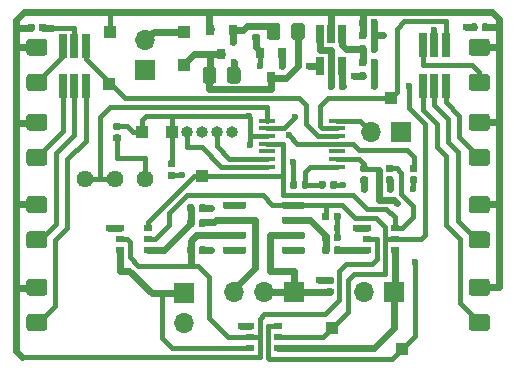
<source format=gbr>
G04 #@! TF.GenerationSoftware,KiCad,Pcbnew,5.1.5-52549c5~86~ubuntu18.04.1*
G04 #@! TF.CreationDate,2020-04-12T16:23:40+01:00*
G04 #@! TF.ProjectId,OverdrivePedal_RevC,4f766572-6472-4697-9665-506564616c5f,RevC*
G04 #@! TF.SameCoordinates,Original*
G04 #@! TF.FileFunction,Copper,L1,Top*
G04 #@! TF.FilePolarity,Positive*
%FSLAX46Y46*%
G04 Gerber Fmt 4.6, Leading zero omitted, Abs format (unit mm)*
G04 Created by KiCad (PCBNEW 5.1.5-52549c5~86~ubuntu18.04.1) date 2020-04-12 16:23:40*
%MOMM*%
%LPD*%
G04 APERTURE LIST*
%ADD10C,1.440000*%
%ADD11C,0.100000*%
%ADD12O,1.000000X1.000000*%
%ADD13R,1.000000X1.000000*%
%ADD14R,0.650000X1.560000*%
%ADD15R,0.650000X2.000000*%
%ADD16R,0.800000X0.900000*%
%ADD17R,0.700000X0.510000*%
%ADD18R,1.450000X0.450000*%
%ADD19O,1.700000X1.700000*%
%ADD20R,1.700000X1.700000*%
%ADD21R,1.100000X1.100000*%
%ADD22C,0.600000*%
%ADD23C,0.600000*%
%ADD24C,0.450000*%
G04 APERTURE END LIST*
D10*
X129794000Y-95377000D03*
X132334000Y-95377000D03*
X134874000Y-95377000D03*
G04 #@! TA.AperFunction,SMDPad,CuDef*
D11*
G36*
X132711458Y-90660710D02*
G01*
X132725776Y-90662834D01*
X132739817Y-90666351D01*
X132753446Y-90671228D01*
X132766531Y-90677417D01*
X132778947Y-90684858D01*
X132790573Y-90693481D01*
X132801298Y-90703202D01*
X132811019Y-90713927D01*
X132819642Y-90725553D01*
X132827083Y-90737969D01*
X132833272Y-90751054D01*
X132838149Y-90764683D01*
X132841666Y-90778724D01*
X132843790Y-90793042D01*
X132844500Y-90807500D01*
X132844500Y-91102500D01*
X132843790Y-91116958D01*
X132841666Y-91131276D01*
X132838149Y-91145317D01*
X132833272Y-91158946D01*
X132827083Y-91172031D01*
X132819642Y-91184447D01*
X132811019Y-91196073D01*
X132801298Y-91206798D01*
X132790573Y-91216519D01*
X132778947Y-91225142D01*
X132766531Y-91232583D01*
X132753446Y-91238772D01*
X132739817Y-91243649D01*
X132725776Y-91247166D01*
X132711458Y-91249290D01*
X132697000Y-91250000D01*
X132352000Y-91250000D01*
X132337542Y-91249290D01*
X132323224Y-91247166D01*
X132309183Y-91243649D01*
X132295554Y-91238772D01*
X132282469Y-91232583D01*
X132270053Y-91225142D01*
X132258427Y-91216519D01*
X132247702Y-91206798D01*
X132237981Y-91196073D01*
X132229358Y-91184447D01*
X132221917Y-91172031D01*
X132215728Y-91158946D01*
X132210851Y-91145317D01*
X132207334Y-91131276D01*
X132205210Y-91116958D01*
X132204500Y-91102500D01*
X132204500Y-90807500D01*
X132205210Y-90793042D01*
X132207334Y-90778724D01*
X132210851Y-90764683D01*
X132215728Y-90751054D01*
X132221917Y-90737969D01*
X132229358Y-90725553D01*
X132237981Y-90713927D01*
X132247702Y-90703202D01*
X132258427Y-90693481D01*
X132270053Y-90684858D01*
X132282469Y-90677417D01*
X132295554Y-90671228D01*
X132309183Y-90666351D01*
X132323224Y-90662834D01*
X132337542Y-90660710D01*
X132352000Y-90660000D01*
X132697000Y-90660000D01*
X132711458Y-90660710D01*
G37*
G04 #@! TD.AperFunction*
G04 #@! TA.AperFunction,SMDPad,CuDef*
G36*
X132711458Y-91630710D02*
G01*
X132725776Y-91632834D01*
X132739817Y-91636351D01*
X132753446Y-91641228D01*
X132766531Y-91647417D01*
X132778947Y-91654858D01*
X132790573Y-91663481D01*
X132801298Y-91673202D01*
X132811019Y-91683927D01*
X132819642Y-91695553D01*
X132827083Y-91707969D01*
X132833272Y-91721054D01*
X132838149Y-91734683D01*
X132841666Y-91748724D01*
X132843790Y-91763042D01*
X132844500Y-91777500D01*
X132844500Y-92072500D01*
X132843790Y-92086958D01*
X132841666Y-92101276D01*
X132838149Y-92115317D01*
X132833272Y-92128946D01*
X132827083Y-92142031D01*
X132819642Y-92154447D01*
X132811019Y-92166073D01*
X132801298Y-92176798D01*
X132790573Y-92186519D01*
X132778947Y-92195142D01*
X132766531Y-92202583D01*
X132753446Y-92208772D01*
X132739817Y-92213649D01*
X132725776Y-92217166D01*
X132711458Y-92219290D01*
X132697000Y-92220000D01*
X132352000Y-92220000D01*
X132337542Y-92219290D01*
X132323224Y-92217166D01*
X132309183Y-92213649D01*
X132295554Y-92208772D01*
X132282469Y-92202583D01*
X132270053Y-92195142D01*
X132258427Y-92186519D01*
X132247702Y-92176798D01*
X132237981Y-92166073D01*
X132229358Y-92154447D01*
X132221917Y-92142031D01*
X132215728Y-92128946D01*
X132210851Y-92115317D01*
X132207334Y-92101276D01*
X132205210Y-92086958D01*
X132204500Y-92072500D01*
X132204500Y-91777500D01*
X132205210Y-91763042D01*
X132207334Y-91748724D01*
X132210851Y-91734683D01*
X132215728Y-91721054D01*
X132221917Y-91707969D01*
X132229358Y-91695553D01*
X132237981Y-91683927D01*
X132247702Y-91673202D01*
X132258427Y-91663481D01*
X132270053Y-91654858D01*
X132282469Y-91647417D01*
X132295554Y-91641228D01*
X132309183Y-91636351D01*
X132323224Y-91632834D01*
X132337542Y-91630710D01*
X132352000Y-91630000D01*
X132697000Y-91630000D01*
X132711458Y-91630710D01*
G37*
G04 #@! TD.AperFunction*
D12*
X142240000Y-91440000D03*
X140970000Y-91440000D03*
X139700000Y-91440000D03*
X138430000Y-91440000D03*
D13*
X137160000Y-91440000D03*
G04 #@! TA.AperFunction,SMDPad,CuDef*
D11*
G36*
X150044958Y-95565710D02*
G01*
X150059276Y-95567834D01*
X150073317Y-95571351D01*
X150086946Y-95576228D01*
X150100031Y-95582417D01*
X150112447Y-95589858D01*
X150124073Y-95598481D01*
X150134798Y-95608202D01*
X150144519Y-95618927D01*
X150153142Y-95630553D01*
X150160583Y-95642969D01*
X150166772Y-95656054D01*
X150171649Y-95669683D01*
X150175166Y-95683724D01*
X150177290Y-95698042D01*
X150178000Y-95712500D01*
X150178000Y-96057500D01*
X150177290Y-96071958D01*
X150175166Y-96086276D01*
X150171649Y-96100317D01*
X150166772Y-96113946D01*
X150160583Y-96127031D01*
X150153142Y-96139447D01*
X150144519Y-96151073D01*
X150134798Y-96161798D01*
X150124073Y-96171519D01*
X150112447Y-96180142D01*
X150100031Y-96187583D01*
X150086946Y-96193772D01*
X150073317Y-96198649D01*
X150059276Y-96202166D01*
X150044958Y-96204290D01*
X150030500Y-96205000D01*
X149735500Y-96205000D01*
X149721042Y-96204290D01*
X149706724Y-96202166D01*
X149692683Y-96198649D01*
X149679054Y-96193772D01*
X149665969Y-96187583D01*
X149653553Y-96180142D01*
X149641927Y-96171519D01*
X149631202Y-96161798D01*
X149621481Y-96151073D01*
X149612858Y-96139447D01*
X149605417Y-96127031D01*
X149599228Y-96113946D01*
X149594351Y-96100317D01*
X149590834Y-96086276D01*
X149588710Y-96071958D01*
X149588000Y-96057500D01*
X149588000Y-95712500D01*
X149588710Y-95698042D01*
X149590834Y-95683724D01*
X149594351Y-95669683D01*
X149599228Y-95656054D01*
X149605417Y-95642969D01*
X149612858Y-95630553D01*
X149621481Y-95618927D01*
X149631202Y-95608202D01*
X149641927Y-95598481D01*
X149653553Y-95589858D01*
X149665969Y-95582417D01*
X149679054Y-95576228D01*
X149692683Y-95571351D01*
X149706724Y-95567834D01*
X149721042Y-95565710D01*
X149735500Y-95565000D01*
X150030500Y-95565000D01*
X150044958Y-95565710D01*
G37*
G04 #@! TD.AperFunction*
G04 #@! TA.AperFunction,SMDPad,CuDef*
G36*
X151014958Y-95565710D02*
G01*
X151029276Y-95567834D01*
X151043317Y-95571351D01*
X151056946Y-95576228D01*
X151070031Y-95582417D01*
X151082447Y-95589858D01*
X151094073Y-95598481D01*
X151104798Y-95608202D01*
X151114519Y-95618927D01*
X151123142Y-95630553D01*
X151130583Y-95642969D01*
X151136772Y-95656054D01*
X151141649Y-95669683D01*
X151145166Y-95683724D01*
X151147290Y-95698042D01*
X151148000Y-95712500D01*
X151148000Y-96057500D01*
X151147290Y-96071958D01*
X151145166Y-96086276D01*
X151141649Y-96100317D01*
X151136772Y-96113946D01*
X151130583Y-96127031D01*
X151123142Y-96139447D01*
X151114519Y-96151073D01*
X151104798Y-96161798D01*
X151094073Y-96171519D01*
X151082447Y-96180142D01*
X151070031Y-96187583D01*
X151056946Y-96193772D01*
X151043317Y-96198649D01*
X151029276Y-96202166D01*
X151014958Y-96204290D01*
X151000500Y-96205000D01*
X150705500Y-96205000D01*
X150691042Y-96204290D01*
X150676724Y-96202166D01*
X150662683Y-96198649D01*
X150649054Y-96193772D01*
X150635969Y-96187583D01*
X150623553Y-96180142D01*
X150611927Y-96171519D01*
X150601202Y-96161798D01*
X150591481Y-96151073D01*
X150582858Y-96139447D01*
X150575417Y-96127031D01*
X150569228Y-96113946D01*
X150564351Y-96100317D01*
X150560834Y-96086276D01*
X150558710Y-96071958D01*
X150558000Y-96057500D01*
X150558000Y-95712500D01*
X150558710Y-95698042D01*
X150560834Y-95683724D01*
X150564351Y-95669683D01*
X150569228Y-95656054D01*
X150575417Y-95642969D01*
X150582858Y-95630553D01*
X150591481Y-95618927D01*
X150601202Y-95608202D01*
X150611927Y-95598481D01*
X150623553Y-95589858D01*
X150635969Y-95582417D01*
X150649054Y-95576228D01*
X150662683Y-95571351D01*
X150676724Y-95567834D01*
X150691042Y-95565710D01*
X150705500Y-95565000D01*
X151000500Y-95565000D01*
X151014958Y-95565710D01*
G37*
G04 #@! TD.AperFunction*
G04 #@! TA.AperFunction,SMDPad,CuDef*
G36*
X142750905Y-85915204D02*
G01*
X142775173Y-85918804D01*
X142798972Y-85924765D01*
X142822071Y-85933030D01*
X142844250Y-85943520D01*
X142865293Y-85956132D01*
X142884999Y-85970747D01*
X142903177Y-85987223D01*
X142919653Y-86005401D01*
X142934268Y-86025107D01*
X142946880Y-86046150D01*
X142957370Y-86068329D01*
X142965635Y-86091428D01*
X142971596Y-86115227D01*
X142975196Y-86139495D01*
X142976400Y-86163999D01*
X142976400Y-87064001D01*
X142975196Y-87088505D01*
X142971596Y-87112773D01*
X142965635Y-87136572D01*
X142957370Y-87159671D01*
X142946880Y-87181850D01*
X142934268Y-87202893D01*
X142919653Y-87222599D01*
X142903177Y-87240777D01*
X142884999Y-87257253D01*
X142865293Y-87271868D01*
X142844250Y-87284480D01*
X142822071Y-87294970D01*
X142798972Y-87303235D01*
X142775173Y-87309196D01*
X142750905Y-87312796D01*
X142726401Y-87314000D01*
X142076399Y-87314000D01*
X142051895Y-87312796D01*
X142027627Y-87309196D01*
X142003828Y-87303235D01*
X141980729Y-87294970D01*
X141958550Y-87284480D01*
X141937507Y-87271868D01*
X141917801Y-87257253D01*
X141899623Y-87240777D01*
X141883147Y-87222599D01*
X141868532Y-87202893D01*
X141855920Y-87181850D01*
X141845430Y-87159671D01*
X141837165Y-87136572D01*
X141831204Y-87112773D01*
X141827604Y-87088505D01*
X141826400Y-87064001D01*
X141826400Y-86163999D01*
X141827604Y-86139495D01*
X141831204Y-86115227D01*
X141837165Y-86091428D01*
X141845430Y-86068329D01*
X141855920Y-86046150D01*
X141868532Y-86025107D01*
X141883147Y-86005401D01*
X141899623Y-85987223D01*
X141917801Y-85970747D01*
X141937507Y-85956132D01*
X141958550Y-85943520D01*
X141980729Y-85933030D01*
X142003828Y-85924765D01*
X142027627Y-85918804D01*
X142051895Y-85915204D01*
X142076399Y-85914000D01*
X142726401Y-85914000D01*
X142750905Y-85915204D01*
G37*
G04 #@! TD.AperFunction*
G04 #@! TA.AperFunction,SMDPad,CuDef*
G36*
X140700905Y-85915204D02*
G01*
X140725173Y-85918804D01*
X140748972Y-85924765D01*
X140772071Y-85933030D01*
X140794250Y-85943520D01*
X140815293Y-85956132D01*
X140834999Y-85970747D01*
X140853177Y-85987223D01*
X140869653Y-86005401D01*
X140884268Y-86025107D01*
X140896880Y-86046150D01*
X140907370Y-86068329D01*
X140915635Y-86091428D01*
X140921596Y-86115227D01*
X140925196Y-86139495D01*
X140926400Y-86163999D01*
X140926400Y-87064001D01*
X140925196Y-87088505D01*
X140921596Y-87112773D01*
X140915635Y-87136572D01*
X140907370Y-87159671D01*
X140896880Y-87181850D01*
X140884268Y-87202893D01*
X140869653Y-87222599D01*
X140853177Y-87240777D01*
X140834999Y-87257253D01*
X140815293Y-87271868D01*
X140794250Y-87284480D01*
X140772071Y-87294970D01*
X140748972Y-87303235D01*
X140725173Y-87309196D01*
X140700905Y-87312796D01*
X140676401Y-87314000D01*
X140026399Y-87314000D01*
X140001895Y-87312796D01*
X139977627Y-87309196D01*
X139953828Y-87303235D01*
X139930729Y-87294970D01*
X139908550Y-87284480D01*
X139887507Y-87271868D01*
X139867801Y-87257253D01*
X139849623Y-87240777D01*
X139833147Y-87222599D01*
X139818532Y-87202893D01*
X139805920Y-87181850D01*
X139795430Y-87159671D01*
X139787165Y-87136572D01*
X139781204Y-87112773D01*
X139777604Y-87088505D01*
X139776400Y-87064001D01*
X139776400Y-86163999D01*
X139777604Y-86139495D01*
X139781204Y-86115227D01*
X139787165Y-86091428D01*
X139795430Y-86068329D01*
X139805920Y-86046150D01*
X139818532Y-86025107D01*
X139833147Y-86005401D01*
X139849623Y-85987223D01*
X139867801Y-85970747D01*
X139887507Y-85956132D01*
X139908550Y-85943520D01*
X139930729Y-85933030D01*
X139953828Y-85924765D01*
X139977627Y-85918804D01*
X140001895Y-85915204D01*
X140026399Y-85914000D01*
X140676401Y-85914000D01*
X140700905Y-85915204D01*
G37*
G04 #@! TD.AperFunction*
G04 #@! TA.AperFunction,SMDPad,CuDef*
G36*
X146136505Y-82206804D02*
G01*
X146160773Y-82210404D01*
X146184572Y-82216365D01*
X146207671Y-82224630D01*
X146229850Y-82235120D01*
X146250893Y-82247732D01*
X146270599Y-82262347D01*
X146288777Y-82278823D01*
X146305253Y-82297001D01*
X146319868Y-82316707D01*
X146332480Y-82337750D01*
X146342970Y-82359929D01*
X146351235Y-82383028D01*
X146357196Y-82406827D01*
X146360796Y-82431095D01*
X146362000Y-82455599D01*
X146362000Y-83355601D01*
X146360796Y-83380105D01*
X146357196Y-83404373D01*
X146351235Y-83428172D01*
X146342970Y-83451271D01*
X146332480Y-83473450D01*
X146319868Y-83494493D01*
X146305253Y-83514199D01*
X146288777Y-83532377D01*
X146270599Y-83548853D01*
X146250893Y-83563468D01*
X146229850Y-83576080D01*
X146207671Y-83586570D01*
X146184572Y-83594835D01*
X146160773Y-83600796D01*
X146136505Y-83604396D01*
X146112001Y-83605600D01*
X145461999Y-83605600D01*
X145437495Y-83604396D01*
X145413227Y-83600796D01*
X145389428Y-83594835D01*
X145366329Y-83586570D01*
X145344150Y-83576080D01*
X145323107Y-83563468D01*
X145303401Y-83548853D01*
X145285223Y-83532377D01*
X145268747Y-83514199D01*
X145254132Y-83494493D01*
X145241520Y-83473450D01*
X145231030Y-83451271D01*
X145222765Y-83428172D01*
X145216804Y-83404373D01*
X145213204Y-83380105D01*
X145212000Y-83355601D01*
X145212000Y-82455599D01*
X145213204Y-82431095D01*
X145216804Y-82406827D01*
X145222765Y-82383028D01*
X145231030Y-82359929D01*
X145241520Y-82337750D01*
X145254132Y-82316707D01*
X145268747Y-82297001D01*
X145285223Y-82278823D01*
X145303401Y-82262347D01*
X145323107Y-82247732D01*
X145344150Y-82235120D01*
X145366329Y-82224630D01*
X145389428Y-82216365D01*
X145413227Y-82210404D01*
X145437495Y-82206804D01*
X145461999Y-82205600D01*
X146112001Y-82205600D01*
X146136505Y-82206804D01*
G37*
G04 #@! TD.AperFunction*
G04 #@! TA.AperFunction,SMDPad,CuDef*
G36*
X148186505Y-82206804D02*
G01*
X148210773Y-82210404D01*
X148234572Y-82216365D01*
X148257671Y-82224630D01*
X148279850Y-82235120D01*
X148300893Y-82247732D01*
X148320599Y-82262347D01*
X148338777Y-82278823D01*
X148355253Y-82297001D01*
X148369868Y-82316707D01*
X148382480Y-82337750D01*
X148392970Y-82359929D01*
X148401235Y-82383028D01*
X148407196Y-82406827D01*
X148410796Y-82431095D01*
X148412000Y-82455599D01*
X148412000Y-83355601D01*
X148410796Y-83380105D01*
X148407196Y-83404373D01*
X148401235Y-83428172D01*
X148392970Y-83451271D01*
X148382480Y-83473450D01*
X148369868Y-83494493D01*
X148355253Y-83514199D01*
X148338777Y-83532377D01*
X148320599Y-83548853D01*
X148300893Y-83563468D01*
X148279850Y-83576080D01*
X148257671Y-83586570D01*
X148234572Y-83594835D01*
X148210773Y-83600796D01*
X148186505Y-83604396D01*
X148162001Y-83605600D01*
X147511999Y-83605600D01*
X147487495Y-83604396D01*
X147463227Y-83600796D01*
X147439428Y-83594835D01*
X147416329Y-83586570D01*
X147394150Y-83576080D01*
X147373107Y-83563468D01*
X147353401Y-83548853D01*
X147335223Y-83532377D01*
X147318747Y-83514199D01*
X147304132Y-83494493D01*
X147291520Y-83473450D01*
X147281030Y-83451271D01*
X147272765Y-83428172D01*
X147266804Y-83404373D01*
X147263204Y-83380105D01*
X147262000Y-83355601D01*
X147262000Y-82455599D01*
X147263204Y-82431095D01*
X147266804Y-82406827D01*
X147272765Y-82383028D01*
X147281030Y-82359929D01*
X147291520Y-82337750D01*
X147304132Y-82316707D01*
X147318747Y-82297001D01*
X147335223Y-82278823D01*
X147353401Y-82262347D01*
X147373107Y-82247732D01*
X147394150Y-82235120D01*
X147416329Y-82224630D01*
X147439428Y-82216365D01*
X147463227Y-82210404D01*
X147487495Y-82206804D01*
X147511999Y-82205600D01*
X148162001Y-82205600D01*
X148186505Y-82206804D01*
G37*
G04 #@! TD.AperFunction*
D13*
X150749000Y-108000800D03*
X134620000Y-91440000D03*
X131953000Y-82931000D03*
X139700000Y-95161100D03*
X131876800Y-87325200D03*
X155740100Y-88519000D03*
X156667200Y-109804200D03*
D14*
X151572000Y-85805000D03*
X149672000Y-85805000D03*
X149672000Y-83105000D03*
X150622000Y-83105000D03*
X151572000Y-83105000D03*
G04 #@! TA.AperFunction,SMDPad,CuDef*
D11*
G36*
X157819358Y-94216710D02*
G01*
X157833676Y-94218834D01*
X157847717Y-94222351D01*
X157861346Y-94227228D01*
X157874431Y-94233417D01*
X157886847Y-94240858D01*
X157898473Y-94249481D01*
X157909198Y-94259202D01*
X157918919Y-94269927D01*
X157927542Y-94281553D01*
X157934983Y-94293969D01*
X157941172Y-94307054D01*
X157946049Y-94320683D01*
X157949566Y-94334724D01*
X157951690Y-94349042D01*
X157952400Y-94363500D01*
X157952400Y-94658500D01*
X157951690Y-94672958D01*
X157949566Y-94687276D01*
X157946049Y-94701317D01*
X157941172Y-94714946D01*
X157934983Y-94728031D01*
X157927542Y-94740447D01*
X157918919Y-94752073D01*
X157909198Y-94762798D01*
X157898473Y-94772519D01*
X157886847Y-94781142D01*
X157874431Y-94788583D01*
X157861346Y-94794772D01*
X157847717Y-94799649D01*
X157833676Y-94803166D01*
X157819358Y-94805290D01*
X157804900Y-94806000D01*
X157459900Y-94806000D01*
X157445442Y-94805290D01*
X157431124Y-94803166D01*
X157417083Y-94799649D01*
X157403454Y-94794772D01*
X157390369Y-94788583D01*
X157377953Y-94781142D01*
X157366327Y-94772519D01*
X157355602Y-94762798D01*
X157345881Y-94752073D01*
X157337258Y-94740447D01*
X157329817Y-94728031D01*
X157323628Y-94714946D01*
X157318751Y-94701317D01*
X157315234Y-94687276D01*
X157313110Y-94672958D01*
X157312400Y-94658500D01*
X157312400Y-94363500D01*
X157313110Y-94349042D01*
X157315234Y-94334724D01*
X157318751Y-94320683D01*
X157323628Y-94307054D01*
X157329817Y-94293969D01*
X157337258Y-94281553D01*
X157345881Y-94269927D01*
X157355602Y-94259202D01*
X157366327Y-94249481D01*
X157377953Y-94240858D01*
X157390369Y-94233417D01*
X157403454Y-94227228D01*
X157417083Y-94222351D01*
X157431124Y-94218834D01*
X157445442Y-94216710D01*
X157459900Y-94216000D01*
X157804900Y-94216000D01*
X157819358Y-94216710D01*
G37*
G04 #@! TD.AperFunction*
G04 #@! TA.AperFunction,SMDPad,CuDef*
G36*
X157819358Y-95186710D02*
G01*
X157833676Y-95188834D01*
X157847717Y-95192351D01*
X157861346Y-95197228D01*
X157874431Y-95203417D01*
X157886847Y-95210858D01*
X157898473Y-95219481D01*
X157909198Y-95229202D01*
X157918919Y-95239927D01*
X157927542Y-95251553D01*
X157934983Y-95263969D01*
X157941172Y-95277054D01*
X157946049Y-95290683D01*
X157949566Y-95304724D01*
X157951690Y-95319042D01*
X157952400Y-95333500D01*
X157952400Y-95628500D01*
X157951690Y-95642958D01*
X157949566Y-95657276D01*
X157946049Y-95671317D01*
X157941172Y-95684946D01*
X157934983Y-95698031D01*
X157927542Y-95710447D01*
X157918919Y-95722073D01*
X157909198Y-95732798D01*
X157898473Y-95742519D01*
X157886847Y-95751142D01*
X157874431Y-95758583D01*
X157861346Y-95764772D01*
X157847717Y-95769649D01*
X157833676Y-95773166D01*
X157819358Y-95775290D01*
X157804900Y-95776000D01*
X157459900Y-95776000D01*
X157445442Y-95775290D01*
X157431124Y-95773166D01*
X157417083Y-95769649D01*
X157403454Y-95764772D01*
X157390369Y-95758583D01*
X157377953Y-95751142D01*
X157366327Y-95742519D01*
X157355602Y-95732798D01*
X157345881Y-95722073D01*
X157337258Y-95710447D01*
X157329817Y-95698031D01*
X157323628Y-95684946D01*
X157318751Y-95671317D01*
X157315234Y-95657276D01*
X157313110Y-95642958D01*
X157312400Y-95628500D01*
X157312400Y-95333500D01*
X157313110Y-95319042D01*
X157315234Y-95304724D01*
X157318751Y-95290683D01*
X157323628Y-95277054D01*
X157329817Y-95263969D01*
X157337258Y-95251553D01*
X157345881Y-95239927D01*
X157355602Y-95229202D01*
X157366327Y-95219481D01*
X157377953Y-95210858D01*
X157390369Y-95203417D01*
X157403454Y-95197228D01*
X157417083Y-95192351D01*
X157431124Y-95188834D01*
X157445442Y-95186710D01*
X157459900Y-95186000D01*
X157804900Y-95186000D01*
X157819358Y-95186710D01*
G37*
G04 #@! TD.AperFunction*
D15*
X129855000Y-87562000D03*
X128905000Y-87562000D03*
X127955000Y-87562000D03*
X127955000Y-84142000D03*
X128905000Y-84142000D03*
X129855000Y-84142000D03*
X160335000Y-87485800D03*
X159385000Y-87485800D03*
X158435000Y-87485800D03*
X158435000Y-84065800D03*
X159385000Y-84065800D03*
X160335000Y-84065800D03*
D16*
X141351000Y-84820000D03*
X140401000Y-82820000D03*
X142301000Y-82820000D03*
X145542000Y-86750400D03*
X144592000Y-84750400D03*
X146492000Y-84750400D03*
D17*
X132799600Y-101419700D03*
X132799600Y-100469700D03*
X132799600Y-99519700D03*
X135119600Y-99519700D03*
X135119600Y-100469700D03*
X135119600Y-101419700D03*
D18*
X145233600Y-94355200D03*
X145233600Y-93705200D03*
X145233600Y-93055200D03*
X145233600Y-92405200D03*
X145233600Y-91755200D03*
X145233600Y-91105200D03*
X145233600Y-90455200D03*
X151133600Y-90455200D03*
X151133600Y-91105200D03*
X151133600Y-91755200D03*
X151133600Y-92405200D03*
X151133600Y-93055200D03*
X151133600Y-93705200D03*
X151133600Y-94355200D03*
D17*
X143797800Y-109738200D03*
X143797800Y-108788200D03*
X143797800Y-107838200D03*
X146117800Y-107838200D03*
X146117800Y-108788200D03*
X146117800Y-109738200D03*
G04 #@! TA.AperFunction,SMDPad,CuDef*
D11*
G36*
X143322503Y-101122922D02*
G01*
X143337064Y-101125082D01*
X143351343Y-101128659D01*
X143365203Y-101133618D01*
X143378510Y-101139912D01*
X143391136Y-101147480D01*
X143402959Y-101156248D01*
X143413866Y-101166134D01*
X143423752Y-101177041D01*
X143432520Y-101188864D01*
X143440088Y-101201490D01*
X143446382Y-101214797D01*
X143451341Y-101228657D01*
X143454918Y-101242936D01*
X143457078Y-101257497D01*
X143457800Y-101272200D01*
X143457800Y-101572200D01*
X143457078Y-101586903D01*
X143454918Y-101601464D01*
X143451341Y-101615743D01*
X143446382Y-101629603D01*
X143440088Y-101642910D01*
X143432520Y-101655536D01*
X143423752Y-101667359D01*
X143413866Y-101678266D01*
X143402959Y-101688152D01*
X143391136Y-101696920D01*
X143378510Y-101704488D01*
X143365203Y-101710782D01*
X143351343Y-101715741D01*
X143337064Y-101719318D01*
X143322503Y-101721478D01*
X143307800Y-101722200D01*
X141657800Y-101722200D01*
X141643097Y-101721478D01*
X141628536Y-101719318D01*
X141614257Y-101715741D01*
X141600397Y-101710782D01*
X141587090Y-101704488D01*
X141574464Y-101696920D01*
X141562641Y-101688152D01*
X141551734Y-101678266D01*
X141541848Y-101667359D01*
X141533080Y-101655536D01*
X141525512Y-101642910D01*
X141519218Y-101629603D01*
X141514259Y-101615743D01*
X141510682Y-101601464D01*
X141508522Y-101586903D01*
X141507800Y-101572200D01*
X141507800Y-101272200D01*
X141508522Y-101257497D01*
X141510682Y-101242936D01*
X141514259Y-101228657D01*
X141519218Y-101214797D01*
X141525512Y-101201490D01*
X141533080Y-101188864D01*
X141541848Y-101177041D01*
X141551734Y-101166134D01*
X141562641Y-101156248D01*
X141574464Y-101147480D01*
X141587090Y-101139912D01*
X141600397Y-101133618D01*
X141614257Y-101128659D01*
X141628536Y-101125082D01*
X141643097Y-101122922D01*
X141657800Y-101122200D01*
X143307800Y-101122200D01*
X143322503Y-101122922D01*
G37*
G04 #@! TD.AperFunction*
G04 #@! TA.AperFunction,SMDPad,CuDef*
G36*
X143322503Y-99852922D02*
G01*
X143337064Y-99855082D01*
X143351343Y-99858659D01*
X143365203Y-99863618D01*
X143378510Y-99869912D01*
X143391136Y-99877480D01*
X143402959Y-99886248D01*
X143413866Y-99896134D01*
X143423752Y-99907041D01*
X143432520Y-99918864D01*
X143440088Y-99931490D01*
X143446382Y-99944797D01*
X143451341Y-99958657D01*
X143454918Y-99972936D01*
X143457078Y-99987497D01*
X143457800Y-100002200D01*
X143457800Y-100302200D01*
X143457078Y-100316903D01*
X143454918Y-100331464D01*
X143451341Y-100345743D01*
X143446382Y-100359603D01*
X143440088Y-100372910D01*
X143432520Y-100385536D01*
X143423752Y-100397359D01*
X143413866Y-100408266D01*
X143402959Y-100418152D01*
X143391136Y-100426920D01*
X143378510Y-100434488D01*
X143365203Y-100440782D01*
X143351343Y-100445741D01*
X143337064Y-100449318D01*
X143322503Y-100451478D01*
X143307800Y-100452200D01*
X141657800Y-100452200D01*
X141643097Y-100451478D01*
X141628536Y-100449318D01*
X141614257Y-100445741D01*
X141600397Y-100440782D01*
X141587090Y-100434488D01*
X141574464Y-100426920D01*
X141562641Y-100418152D01*
X141551734Y-100408266D01*
X141541848Y-100397359D01*
X141533080Y-100385536D01*
X141525512Y-100372910D01*
X141519218Y-100359603D01*
X141514259Y-100345743D01*
X141510682Y-100331464D01*
X141508522Y-100316903D01*
X141507800Y-100302200D01*
X141507800Y-100002200D01*
X141508522Y-99987497D01*
X141510682Y-99972936D01*
X141514259Y-99958657D01*
X141519218Y-99944797D01*
X141525512Y-99931490D01*
X141533080Y-99918864D01*
X141541848Y-99907041D01*
X141551734Y-99896134D01*
X141562641Y-99886248D01*
X141574464Y-99877480D01*
X141587090Y-99869912D01*
X141600397Y-99863618D01*
X141614257Y-99858659D01*
X141628536Y-99855082D01*
X141643097Y-99852922D01*
X141657800Y-99852200D01*
X143307800Y-99852200D01*
X143322503Y-99852922D01*
G37*
G04 #@! TD.AperFunction*
G04 #@! TA.AperFunction,SMDPad,CuDef*
G36*
X143322503Y-98582922D02*
G01*
X143337064Y-98585082D01*
X143351343Y-98588659D01*
X143365203Y-98593618D01*
X143378510Y-98599912D01*
X143391136Y-98607480D01*
X143402959Y-98616248D01*
X143413866Y-98626134D01*
X143423752Y-98637041D01*
X143432520Y-98648864D01*
X143440088Y-98661490D01*
X143446382Y-98674797D01*
X143451341Y-98688657D01*
X143454918Y-98702936D01*
X143457078Y-98717497D01*
X143457800Y-98732200D01*
X143457800Y-99032200D01*
X143457078Y-99046903D01*
X143454918Y-99061464D01*
X143451341Y-99075743D01*
X143446382Y-99089603D01*
X143440088Y-99102910D01*
X143432520Y-99115536D01*
X143423752Y-99127359D01*
X143413866Y-99138266D01*
X143402959Y-99148152D01*
X143391136Y-99156920D01*
X143378510Y-99164488D01*
X143365203Y-99170782D01*
X143351343Y-99175741D01*
X143337064Y-99179318D01*
X143322503Y-99181478D01*
X143307800Y-99182200D01*
X141657800Y-99182200D01*
X141643097Y-99181478D01*
X141628536Y-99179318D01*
X141614257Y-99175741D01*
X141600397Y-99170782D01*
X141587090Y-99164488D01*
X141574464Y-99156920D01*
X141562641Y-99148152D01*
X141551734Y-99138266D01*
X141541848Y-99127359D01*
X141533080Y-99115536D01*
X141525512Y-99102910D01*
X141519218Y-99089603D01*
X141514259Y-99075743D01*
X141510682Y-99061464D01*
X141508522Y-99046903D01*
X141507800Y-99032200D01*
X141507800Y-98732200D01*
X141508522Y-98717497D01*
X141510682Y-98702936D01*
X141514259Y-98688657D01*
X141519218Y-98674797D01*
X141525512Y-98661490D01*
X141533080Y-98648864D01*
X141541848Y-98637041D01*
X141551734Y-98626134D01*
X141562641Y-98616248D01*
X141574464Y-98607480D01*
X141587090Y-98599912D01*
X141600397Y-98593618D01*
X141614257Y-98588659D01*
X141628536Y-98585082D01*
X141643097Y-98582922D01*
X141657800Y-98582200D01*
X143307800Y-98582200D01*
X143322503Y-98582922D01*
G37*
G04 #@! TD.AperFunction*
G04 #@! TA.AperFunction,SMDPad,CuDef*
G36*
X143322503Y-97312922D02*
G01*
X143337064Y-97315082D01*
X143351343Y-97318659D01*
X143365203Y-97323618D01*
X143378510Y-97329912D01*
X143391136Y-97337480D01*
X143402959Y-97346248D01*
X143413866Y-97356134D01*
X143423752Y-97367041D01*
X143432520Y-97378864D01*
X143440088Y-97391490D01*
X143446382Y-97404797D01*
X143451341Y-97418657D01*
X143454918Y-97432936D01*
X143457078Y-97447497D01*
X143457800Y-97462200D01*
X143457800Y-97762200D01*
X143457078Y-97776903D01*
X143454918Y-97791464D01*
X143451341Y-97805743D01*
X143446382Y-97819603D01*
X143440088Y-97832910D01*
X143432520Y-97845536D01*
X143423752Y-97857359D01*
X143413866Y-97868266D01*
X143402959Y-97878152D01*
X143391136Y-97886920D01*
X143378510Y-97894488D01*
X143365203Y-97900782D01*
X143351343Y-97905741D01*
X143337064Y-97909318D01*
X143322503Y-97911478D01*
X143307800Y-97912200D01*
X141657800Y-97912200D01*
X141643097Y-97911478D01*
X141628536Y-97909318D01*
X141614257Y-97905741D01*
X141600397Y-97900782D01*
X141587090Y-97894488D01*
X141574464Y-97886920D01*
X141562641Y-97878152D01*
X141551734Y-97868266D01*
X141541848Y-97857359D01*
X141533080Y-97845536D01*
X141525512Y-97832910D01*
X141519218Y-97819603D01*
X141514259Y-97805743D01*
X141510682Y-97791464D01*
X141508522Y-97776903D01*
X141507800Y-97762200D01*
X141507800Y-97462200D01*
X141508522Y-97447497D01*
X141510682Y-97432936D01*
X141514259Y-97418657D01*
X141519218Y-97404797D01*
X141525512Y-97391490D01*
X141533080Y-97378864D01*
X141541848Y-97367041D01*
X141551734Y-97356134D01*
X141562641Y-97346248D01*
X141574464Y-97337480D01*
X141587090Y-97329912D01*
X141600397Y-97323618D01*
X141614257Y-97318659D01*
X141628536Y-97315082D01*
X141643097Y-97312922D01*
X141657800Y-97312200D01*
X143307800Y-97312200D01*
X143322503Y-97312922D01*
G37*
G04 #@! TD.AperFunction*
G04 #@! TA.AperFunction,SMDPad,CuDef*
G36*
X148272503Y-97312922D02*
G01*
X148287064Y-97315082D01*
X148301343Y-97318659D01*
X148315203Y-97323618D01*
X148328510Y-97329912D01*
X148341136Y-97337480D01*
X148352959Y-97346248D01*
X148363866Y-97356134D01*
X148373752Y-97367041D01*
X148382520Y-97378864D01*
X148390088Y-97391490D01*
X148396382Y-97404797D01*
X148401341Y-97418657D01*
X148404918Y-97432936D01*
X148407078Y-97447497D01*
X148407800Y-97462200D01*
X148407800Y-97762200D01*
X148407078Y-97776903D01*
X148404918Y-97791464D01*
X148401341Y-97805743D01*
X148396382Y-97819603D01*
X148390088Y-97832910D01*
X148382520Y-97845536D01*
X148373752Y-97857359D01*
X148363866Y-97868266D01*
X148352959Y-97878152D01*
X148341136Y-97886920D01*
X148328510Y-97894488D01*
X148315203Y-97900782D01*
X148301343Y-97905741D01*
X148287064Y-97909318D01*
X148272503Y-97911478D01*
X148257800Y-97912200D01*
X146607800Y-97912200D01*
X146593097Y-97911478D01*
X146578536Y-97909318D01*
X146564257Y-97905741D01*
X146550397Y-97900782D01*
X146537090Y-97894488D01*
X146524464Y-97886920D01*
X146512641Y-97878152D01*
X146501734Y-97868266D01*
X146491848Y-97857359D01*
X146483080Y-97845536D01*
X146475512Y-97832910D01*
X146469218Y-97819603D01*
X146464259Y-97805743D01*
X146460682Y-97791464D01*
X146458522Y-97776903D01*
X146457800Y-97762200D01*
X146457800Y-97462200D01*
X146458522Y-97447497D01*
X146460682Y-97432936D01*
X146464259Y-97418657D01*
X146469218Y-97404797D01*
X146475512Y-97391490D01*
X146483080Y-97378864D01*
X146491848Y-97367041D01*
X146501734Y-97356134D01*
X146512641Y-97346248D01*
X146524464Y-97337480D01*
X146537090Y-97329912D01*
X146550397Y-97323618D01*
X146564257Y-97318659D01*
X146578536Y-97315082D01*
X146593097Y-97312922D01*
X146607800Y-97312200D01*
X148257800Y-97312200D01*
X148272503Y-97312922D01*
G37*
G04 #@! TD.AperFunction*
G04 #@! TA.AperFunction,SMDPad,CuDef*
G36*
X148272503Y-98582922D02*
G01*
X148287064Y-98585082D01*
X148301343Y-98588659D01*
X148315203Y-98593618D01*
X148328510Y-98599912D01*
X148341136Y-98607480D01*
X148352959Y-98616248D01*
X148363866Y-98626134D01*
X148373752Y-98637041D01*
X148382520Y-98648864D01*
X148390088Y-98661490D01*
X148396382Y-98674797D01*
X148401341Y-98688657D01*
X148404918Y-98702936D01*
X148407078Y-98717497D01*
X148407800Y-98732200D01*
X148407800Y-99032200D01*
X148407078Y-99046903D01*
X148404918Y-99061464D01*
X148401341Y-99075743D01*
X148396382Y-99089603D01*
X148390088Y-99102910D01*
X148382520Y-99115536D01*
X148373752Y-99127359D01*
X148363866Y-99138266D01*
X148352959Y-99148152D01*
X148341136Y-99156920D01*
X148328510Y-99164488D01*
X148315203Y-99170782D01*
X148301343Y-99175741D01*
X148287064Y-99179318D01*
X148272503Y-99181478D01*
X148257800Y-99182200D01*
X146607800Y-99182200D01*
X146593097Y-99181478D01*
X146578536Y-99179318D01*
X146564257Y-99175741D01*
X146550397Y-99170782D01*
X146537090Y-99164488D01*
X146524464Y-99156920D01*
X146512641Y-99148152D01*
X146501734Y-99138266D01*
X146491848Y-99127359D01*
X146483080Y-99115536D01*
X146475512Y-99102910D01*
X146469218Y-99089603D01*
X146464259Y-99075743D01*
X146460682Y-99061464D01*
X146458522Y-99046903D01*
X146457800Y-99032200D01*
X146457800Y-98732200D01*
X146458522Y-98717497D01*
X146460682Y-98702936D01*
X146464259Y-98688657D01*
X146469218Y-98674797D01*
X146475512Y-98661490D01*
X146483080Y-98648864D01*
X146491848Y-98637041D01*
X146501734Y-98626134D01*
X146512641Y-98616248D01*
X146524464Y-98607480D01*
X146537090Y-98599912D01*
X146550397Y-98593618D01*
X146564257Y-98588659D01*
X146578536Y-98585082D01*
X146593097Y-98582922D01*
X146607800Y-98582200D01*
X148257800Y-98582200D01*
X148272503Y-98582922D01*
G37*
G04 #@! TD.AperFunction*
G04 #@! TA.AperFunction,SMDPad,CuDef*
G36*
X148272503Y-99852922D02*
G01*
X148287064Y-99855082D01*
X148301343Y-99858659D01*
X148315203Y-99863618D01*
X148328510Y-99869912D01*
X148341136Y-99877480D01*
X148352959Y-99886248D01*
X148363866Y-99896134D01*
X148373752Y-99907041D01*
X148382520Y-99918864D01*
X148390088Y-99931490D01*
X148396382Y-99944797D01*
X148401341Y-99958657D01*
X148404918Y-99972936D01*
X148407078Y-99987497D01*
X148407800Y-100002200D01*
X148407800Y-100302200D01*
X148407078Y-100316903D01*
X148404918Y-100331464D01*
X148401341Y-100345743D01*
X148396382Y-100359603D01*
X148390088Y-100372910D01*
X148382520Y-100385536D01*
X148373752Y-100397359D01*
X148363866Y-100408266D01*
X148352959Y-100418152D01*
X148341136Y-100426920D01*
X148328510Y-100434488D01*
X148315203Y-100440782D01*
X148301343Y-100445741D01*
X148287064Y-100449318D01*
X148272503Y-100451478D01*
X148257800Y-100452200D01*
X146607800Y-100452200D01*
X146593097Y-100451478D01*
X146578536Y-100449318D01*
X146564257Y-100445741D01*
X146550397Y-100440782D01*
X146537090Y-100434488D01*
X146524464Y-100426920D01*
X146512641Y-100418152D01*
X146501734Y-100408266D01*
X146491848Y-100397359D01*
X146483080Y-100385536D01*
X146475512Y-100372910D01*
X146469218Y-100359603D01*
X146464259Y-100345743D01*
X146460682Y-100331464D01*
X146458522Y-100316903D01*
X146457800Y-100302200D01*
X146457800Y-100002200D01*
X146458522Y-99987497D01*
X146460682Y-99972936D01*
X146464259Y-99958657D01*
X146469218Y-99944797D01*
X146475512Y-99931490D01*
X146483080Y-99918864D01*
X146491848Y-99907041D01*
X146501734Y-99896134D01*
X146512641Y-99886248D01*
X146524464Y-99877480D01*
X146537090Y-99869912D01*
X146550397Y-99863618D01*
X146564257Y-99858659D01*
X146578536Y-99855082D01*
X146593097Y-99852922D01*
X146607800Y-99852200D01*
X148257800Y-99852200D01*
X148272503Y-99852922D01*
G37*
G04 #@! TD.AperFunction*
G04 #@! TA.AperFunction,SMDPad,CuDef*
G36*
X148272503Y-101122922D02*
G01*
X148287064Y-101125082D01*
X148301343Y-101128659D01*
X148315203Y-101133618D01*
X148328510Y-101139912D01*
X148341136Y-101147480D01*
X148352959Y-101156248D01*
X148363866Y-101166134D01*
X148373752Y-101177041D01*
X148382520Y-101188864D01*
X148390088Y-101201490D01*
X148396382Y-101214797D01*
X148401341Y-101228657D01*
X148404918Y-101242936D01*
X148407078Y-101257497D01*
X148407800Y-101272200D01*
X148407800Y-101572200D01*
X148407078Y-101586903D01*
X148404918Y-101601464D01*
X148401341Y-101615743D01*
X148396382Y-101629603D01*
X148390088Y-101642910D01*
X148382520Y-101655536D01*
X148373752Y-101667359D01*
X148363866Y-101678266D01*
X148352959Y-101688152D01*
X148341136Y-101696920D01*
X148328510Y-101704488D01*
X148315203Y-101710782D01*
X148301343Y-101715741D01*
X148287064Y-101719318D01*
X148272503Y-101721478D01*
X148257800Y-101722200D01*
X146607800Y-101722200D01*
X146593097Y-101721478D01*
X146578536Y-101719318D01*
X146564257Y-101715741D01*
X146550397Y-101710782D01*
X146537090Y-101704488D01*
X146524464Y-101696920D01*
X146512641Y-101688152D01*
X146501734Y-101678266D01*
X146491848Y-101667359D01*
X146483080Y-101655536D01*
X146475512Y-101642910D01*
X146469218Y-101629603D01*
X146464259Y-101615743D01*
X146460682Y-101601464D01*
X146458522Y-101586903D01*
X146457800Y-101572200D01*
X146457800Y-101272200D01*
X146458522Y-101257497D01*
X146460682Y-101242936D01*
X146464259Y-101228657D01*
X146469218Y-101214797D01*
X146475512Y-101201490D01*
X146483080Y-101188864D01*
X146491848Y-101177041D01*
X146501734Y-101166134D01*
X146512641Y-101156248D01*
X146524464Y-101147480D01*
X146537090Y-101139912D01*
X146550397Y-101133618D01*
X146564257Y-101128659D01*
X146578536Y-101125082D01*
X146593097Y-101122922D01*
X146607800Y-101122200D01*
X148257800Y-101122200D01*
X148272503Y-101122922D01*
G37*
G04 #@! TD.AperFunction*
D17*
X153720800Y-101422200D03*
X153720800Y-100472200D03*
X153720800Y-99522200D03*
X156040800Y-99522200D03*
X156040800Y-100472200D03*
X156040800Y-101422200D03*
D19*
X154025600Y-91389200D03*
D20*
X156565600Y-91389200D03*
D19*
X142417800Y-104978200D03*
X144957800Y-104978200D03*
D20*
X147497800Y-104978200D03*
G04 #@! TA.AperFunction,SMDPad,CuDef*
D11*
G36*
X148601958Y-95565710D02*
G01*
X148616276Y-95567834D01*
X148630317Y-95571351D01*
X148643946Y-95576228D01*
X148657031Y-95582417D01*
X148669447Y-95589858D01*
X148681073Y-95598481D01*
X148691798Y-95608202D01*
X148701519Y-95618927D01*
X148710142Y-95630553D01*
X148717583Y-95642969D01*
X148723772Y-95656054D01*
X148728649Y-95669683D01*
X148732166Y-95683724D01*
X148734290Y-95698042D01*
X148735000Y-95712500D01*
X148735000Y-96057500D01*
X148734290Y-96071958D01*
X148732166Y-96086276D01*
X148728649Y-96100317D01*
X148723772Y-96113946D01*
X148717583Y-96127031D01*
X148710142Y-96139447D01*
X148701519Y-96151073D01*
X148691798Y-96161798D01*
X148681073Y-96171519D01*
X148669447Y-96180142D01*
X148657031Y-96187583D01*
X148643946Y-96193772D01*
X148630317Y-96198649D01*
X148616276Y-96202166D01*
X148601958Y-96204290D01*
X148587500Y-96205000D01*
X148292500Y-96205000D01*
X148278042Y-96204290D01*
X148263724Y-96202166D01*
X148249683Y-96198649D01*
X148236054Y-96193772D01*
X148222969Y-96187583D01*
X148210553Y-96180142D01*
X148198927Y-96171519D01*
X148188202Y-96161798D01*
X148178481Y-96151073D01*
X148169858Y-96139447D01*
X148162417Y-96127031D01*
X148156228Y-96113946D01*
X148151351Y-96100317D01*
X148147834Y-96086276D01*
X148145710Y-96071958D01*
X148145000Y-96057500D01*
X148145000Y-95712500D01*
X148145710Y-95698042D01*
X148147834Y-95683724D01*
X148151351Y-95669683D01*
X148156228Y-95656054D01*
X148162417Y-95642969D01*
X148169858Y-95630553D01*
X148178481Y-95618927D01*
X148188202Y-95608202D01*
X148198927Y-95598481D01*
X148210553Y-95589858D01*
X148222969Y-95582417D01*
X148236054Y-95576228D01*
X148249683Y-95571351D01*
X148263724Y-95567834D01*
X148278042Y-95565710D01*
X148292500Y-95565000D01*
X148587500Y-95565000D01*
X148601958Y-95565710D01*
G37*
G04 #@! TD.AperFunction*
G04 #@! TA.AperFunction,SMDPad,CuDef*
G36*
X147631958Y-95565710D02*
G01*
X147646276Y-95567834D01*
X147660317Y-95571351D01*
X147673946Y-95576228D01*
X147687031Y-95582417D01*
X147699447Y-95589858D01*
X147711073Y-95598481D01*
X147721798Y-95608202D01*
X147731519Y-95618927D01*
X147740142Y-95630553D01*
X147747583Y-95642969D01*
X147753772Y-95656054D01*
X147758649Y-95669683D01*
X147762166Y-95683724D01*
X147764290Y-95698042D01*
X147765000Y-95712500D01*
X147765000Y-96057500D01*
X147764290Y-96071958D01*
X147762166Y-96086276D01*
X147758649Y-96100317D01*
X147753772Y-96113946D01*
X147747583Y-96127031D01*
X147740142Y-96139447D01*
X147731519Y-96151073D01*
X147721798Y-96161798D01*
X147711073Y-96171519D01*
X147699447Y-96180142D01*
X147687031Y-96187583D01*
X147673946Y-96193772D01*
X147660317Y-96198649D01*
X147646276Y-96202166D01*
X147631958Y-96204290D01*
X147617500Y-96205000D01*
X147322500Y-96205000D01*
X147308042Y-96204290D01*
X147293724Y-96202166D01*
X147279683Y-96198649D01*
X147266054Y-96193772D01*
X147252969Y-96187583D01*
X147240553Y-96180142D01*
X147228927Y-96171519D01*
X147218202Y-96161798D01*
X147208481Y-96151073D01*
X147199858Y-96139447D01*
X147192417Y-96127031D01*
X147186228Y-96113946D01*
X147181351Y-96100317D01*
X147177834Y-96086276D01*
X147175710Y-96071958D01*
X147175000Y-96057500D01*
X147175000Y-95712500D01*
X147175710Y-95698042D01*
X147177834Y-95683724D01*
X147181351Y-95669683D01*
X147186228Y-95656054D01*
X147192417Y-95642969D01*
X147199858Y-95630553D01*
X147208481Y-95618927D01*
X147218202Y-95608202D01*
X147228927Y-95598481D01*
X147240553Y-95589858D01*
X147252969Y-95582417D01*
X147266054Y-95576228D01*
X147279683Y-95571351D01*
X147293724Y-95567834D01*
X147308042Y-95565710D01*
X147322500Y-95565000D01*
X147617500Y-95565000D01*
X147631958Y-95565710D01*
G37*
G04 #@! TD.AperFunction*
G04 #@! TA.AperFunction,SMDPad,CuDef*
G36*
X153628358Y-95186710D02*
G01*
X153642676Y-95188834D01*
X153656717Y-95192351D01*
X153670346Y-95197228D01*
X153683431Y-95203417D01*
X153695847Y-95210858D01*
X153707473Y-95219481D01*
X153718198Y-95229202D01*
X153727919Y-95239927D01*
X153736542Y-95251553D01*
X153743983Y-95263969D01*
X153750172Y-95277054D01*
X153755049Y-95290683D01*
X153758566Y-95304724D01*
X153760690Y-95319042D01*
X153761400Y-95333500D01*
X153761400Y-95628500D01*
X153760690Y-95642958D01*
X153758566Y-95657276D01*
X153755049Y-95671317D01*
X153750172Y-95684946D01*
X153743983Y-95698031D01*
X153736542Y-95710447D01*
X153727919Y-95722073D01*
X153718198Y-95732798D01*
X153707473Y-95742519D01*
X153695847Y-95751142D01*
X153683431Y-95758583D01*
X153670346Y-95764772D01*
X153656717Y-95769649D01*
X153642676Y-95773166D01*
X153628358Y-95775290D01*
X153613900Y-95776000D01*
X153268900Y-95776000D01*
X153254442Y-95775290D01*
X153240124Y-95773166D01*
X153226083Y-95769649D01*
X153212454Y-95764772D01*
X153199369Y-95758583D01*
X153186953Y-95751142D01*
X153175327Y-95742519D01*
X153164602Y-95732798D01*
X153154881Y-95722073D01*
X153146258Y-95710447D01*
X153138817Y-95698031D01*
X153132628Y-95684946D01*
X153127751Y-95671317D01*
X153124234Y-95657276D01*
X153122110Y-95642958D01*
X153121400Y-95628500D01*
X153121400Y-95333500D01*
X153122110Y-95319042D01*
X153124234Y-95304724D01*
X153127751Y-95290683D01*
X153132628Y-95277054D01*
X153138817Y-95263969D01*
X153146258Y-95251553D01*
X153154881Y-95239927D01*
X153164602Y-95229202D01*
X153175327Y-95219481D01*
X153186953Y-95210858D01*
X153199369Y-95203417D01*
X153212454Y-95197228D01*
X153226083Y-95192351D01*
X153240124Y-95188834D01*
X153254442Y-95186710D01*
X153268900Y-95186000D01*
X153613900Y-95186000D01*
X153628358Y-95186710D01*
G37*
G04 #@! TD.AperFunction*
G04 #@! TA.AperFunction,SMDPad,CuDef*
G36*
X153628358Y-94216710D02*
G01*
X153642676Y-94218834D01*
X153656717Y-94222351D01*
X153670346Y-94227228D01*
X153683431Y-94233417D01*
X153695847Y-94240858D01*
X153707473Y-94249481D01*
X153718198Y-94259202D01*
X153727919Y-94269927D01*
X153736542Y-94281553D01*
X153743983Y-94293969D01*
X153750172Y-94307054D01*
X153755049Y-94320683D01*
X153758566Y-94334724D01*
X153760690Y-94349042D01*
X153761400Y-94363500D01*
X153761400Y-94658500D01*
X153760690Y-94672958D01*
X153758566Y-94687276D01*
X153755049Y-94701317D01*
X153750172Y-94714946D01*
X153743983Y-94728031D01*
X153736542Y-94740447D01*
X153727919Y-94752073D01*
X153718198Y-94762798D01*
X153707473Y-94772519D01*
X153695847Y-94781142D01*
X153683431Y-94788583D01*
X153670346Y-94794772D01*
X153656717Y-94799649D01*
X153642676Y-94803166D01*
X153628358Y-94805290D01*
X153613900Y-94806000D01*
X153268900Y-94806000D01*
X153254442Y-94805290D01*
X153240124Y-94803166D01*
X153226083Y-94799649D01*
X153212454Y-94794772D01*
X153199369Y-94788583D01*
X153186953Y-94781142D01*
X153175327Y-94772519D01*
X153164602Y-94762798D01*
X153154881Y-94752073D01*
X153146258Y-94740447D01*
X153138817Y-94728031D01*
X153132628Y-94714946D01*
X153127751Y-94701317D01*
X153124234Y-94687276D01*
X153122110Y-94672958D01*
X153121400Y-94658500D01*
X153121400Y-94363500D01*
X153122110Y-94349042D01*
X153124234Y-94334724D01*
X153127751Y-94320683D01*
X153132628Y-94307054D01*
X153138817Y-94293969D01*
X153146258Y-94281553D01*
X153154881Y-94269927D01*
X153164602Y-94259202D01*
X153175327Y-94249481D01*
X153186953Y-94240858D01*
X153199369Y-94233417D01*
X153212454Y-94227228D01*
X153226083Y-94222351D01*
X153240124Y-94218834D01*
X153254442Y-94216710D01*
X153268900Y-94216000D01*
X153613900Y-94216000D01*
X153628358Y-94216710D01*
G37*
G04 #@! TD.AperFunction*
G04 #@! TA.AperFunction,SMDPad,CuDef*
G36*
X155787358Y-95186710D02*
G01*
X155801676Y-95188834D01*
X155815717Y-95192351D01*
X155829346Y-95197228D01*
X155842431Y-95203417D01*
X155854847Y-95210858D01*
X155866473Y-95219481D01*
X155877198Y-95229202D01*
X155886919Y-95239927D01*
X155895542Y-95251553D01*
X155902983Y-95263969D01*
X155909172Y-95277054D01*
X155914049Y-95290683D01*
X155917566Y-95304724D01*
X155919690Y-95319042D01*
X155920400Y-95333500D01*
X155920400Y-95628500D01*
X155919690Y-95642958D01*
X155917566Y-95657276D01*
X155914049Y-95671317D01*
X155909172Y-95684946D01*
X155902983Y-95698031D01*
X155895542Y-95710447D01*
X155886919Y-95722073D01*
X155877198Y-95732798D01*
X155866473Y-95742519D01*
X155854847Y-95751142D01*
X155842431Y-95758583D01*
X155829346Y-95764772D01*
X155815717Y-95769649D01*
X155801676Y-95773166D01*
X155787358Y-95775290D01*
X155772900Y-95776000D01*
X155427900Y-95776000D01*
X155413442Y-95775290D01*
X155399124Y-95773166D01*
X155385083Y-95769649D01*
X155371454Y-95764772D01*
X155358369Y-95758583D01*
X155345953Y-95751142D01*
X155334327Y-95742519D01*
X155323602Y-95732798D01*
X155313881Y-95722073D01*
X155305258Y-95710447D01*
X155297817Y-95698031D01*
X155291628Y-95684946D01*
X155286751Y-95671317D01*
X155283234Y-95657276D01*
X155281110Y-95642958D01*
X155280400Y-95628500D01*
X155280400Y-95333500D01*
X155281110Y-95319042D01*
X155283234Y-95304724D01*
X155286751Y-95290683D01*
X155291628Y-95277054D01*
X155297817Y-95263969D01*
X155305258Y-95251553D01*
X155313881Y-95239927D01*
X155323602Y-95229202D01*
X155334327Y-95219481D01*
X155345953Y-95210858D01*
X155358369Y-95203417D01*
X155371454Y-95197228D01*
X155385083Y-95192351D01*
X155399124Y-95188834D01*
X155413442Y-95186710D01*
X155427900Y-95186000D01*
X155772900Y-95186000D01*
X155787358Y-95186710D01*
G37*
G04 #@! TD.AperFunction*
G04 #@! TA.AperFunction,SMDPad,CuDef*
G36*
X155787358Y-94216710D02*
G01*
X155801676Y-94218834D01*
X155815717Y-94222351D01*
X155829346Y-94227228D01*
X155842431Y-94233417D01*
X155854847Y-94240858D01*
X155866473Y-94249481D01*
X155877198Y-94259202D01*
X155886919Y-94269927D01*
X155895542Y-94281553D01*
X155902983Y-94293969D01*
X155909172Y-94307054D01*
X155914049Y-94320683D01*
X155917566Y-94334724D01*
X155919690Y-94349042D01*
X155920400Y-94363500D01*
X155920400Y-94658500D01*
X155919690Y-94672958D01*
X155917566Y-94687276D01*
X155914049Y-94701317D01*
X155909172Y-94714946D01*
X155902983Y-94728031D01*
X155895542Y-94740447D01*
X155886919Y-94752073D01*
X155877198Y-94762798D01*
X155866473Y-94772519D01*
X155854847Y-94781142D01*
X155842431Y-94788583D01*
X155829346Y-94794772D01*
X155815717Y-94799649D01*
X155801676Y-94803166D01*
X155787358Y-94805290D01*
X155772900Y-94806000D01*
X155427900Y-94806000D01*
X155413442Y-94805290D01*
X155399124Y-94803166D01*
X155385083Y-94799649D01*
X155371454Y-94794772D01*
X155358369Y-94788583D01*
X155345953Y-94781142D01*
X155334327Y-94772519D01*
X155323602Y-94762798D01*
X155313881Y-94752073D01*
X155305258Y-94740447D01*
X155297817Y-94728031D01*
X155291628Y-94714946D01*
X155286751Y-94701317D01*
X155283234Y-94687276D01*
X155281110Y-94672958D01*
X155280400Y-94658500D01*
X155280400Y-94363500D01*
X155281110Y-94349042D01*
X155283234Y-94334724D01*
X155286751Y-94320683D01*
X155291628Y-94307054D01*
X155297817Y-94293969D01*
X155305258Y-94281553D01*
X155313881Y-94269927D01*
X155323602Y-94259202D01*
X155334327Y-94249481D01*
X155345953Y-94240858D01*
X155358369Y-94233417D01*
X155371454Y-94227228D01*
X155385083Y-94222351D01*
X155399124Y-94218834D01*
X155413442Y-94216710D01*
X155427900Y-94216000D01*
X155772900Y-94216000D01*
X155787358Y-94216710D01*
G37*
G04 #@! TD.AperFunction*
G04 #@! TA.AperFunction,SMDPad,CuDef*
G36*
X154443958Y-85202510D02*
G01*
X154458276Y-85204634D01*
X154472317Y-85208151D01*
X154485946Y-85213028D01*
X154499031Y-85219217D01*
X154511447Y-85226658D01*
X154523073Y-85235281D01*
X154533798Y-85245002D01*
X154543519Y-85255727D01*
X154552142Y-85267353D01*
X154559583Y-85279769D01*
X154565772Y-85292854D01*
X154570649Y-85306483D01*
X154574166Y-85320524D01*
X154576290Y-85334842D01*
X154577000Y-85349300D01*
X154577000Y-85694300D01*
X154576290Y-85708758D01*
X154574166Y-85723076D01*
X154570649Y-85737117D01*
X154565772Y-85750746D01*
X154559583Y-85763831D01*
X154552142Y-85776247D01*
X154543519Y-85787873D01*
X154533798Y-85798598D01*
X154523073Y-85808319D01*
X154511447Y-85816942D01*
X154499031Y-85824383D01*
X154485946Y-85830572D01*
X154472317Y-85835449D01*
X154458276Y-85838966D01*
X154443958Y-85841090D01*
X154429500Y-85841800D01*
X154134500Y-85841800D01*
X154120042Y-85841090D01*
X154105724Y-85838966D01*
X154091683Y-85835449D01*
X154078054Y-85830572D01*
X154064969Y-85824383D01*
X154052553Y-85816942D01*
X154040927Y-85808319D01*
X154030202Y-85798598D01*
X154020481Y-85787873D01*
X154011858Y-85776247D01*
X154004417Y-85763831D01*
X153998228Y-85750746D01*
X153993351Y-85737117D01*
X153989834Y-85723076D01*
X153987710Y-85708758D01*
X153987000Y-85694300D01*
X153987000Y-85349300D01*
X153987710Y-85334842D01*
X153989834Y-85320524D01*
X153993351Y-85306483D01*
X153998228Y-85292854D01*
X154004417Y-85279769D01*
X154011858Y-85267353D01*
X154020481Y-85255727D01*
X154030202Y-85245002D01*
X154040927Y-85235281D01*
X154052553Y-85226658D01*
X154064969Y-85219217D01*
X154078054Y-85213028D01*
X154091683Y-85208151D01*
X154105724Y-85204634D01*
X154120042Y-85202510D01*
X154134500Y-85201800D01*
X154429500Y-85201800D01*
X154443958Y-85202510D01*
G37*
G04 #@! TD.AperFunction*
G04 #@! TA.AperFunction,SMDPad,CuDef*
G36*
X153473958Y-85202510D02*
G01*
X153488276Y-85204634D01*
X153502317Y-85208151D01*
X153515946Y-85213028D01*
X153529031Y-85219217D01*
X153541447Y-85226658D01*
X153553073Y-85235281D01*
X153563798Y-85245002D01*
X153573519Y-85255727D01*
X153582142Y-85267353D01*
X153589583Y-85279769D01*
X153595772Y-85292854D01*
X153600649Y-85306483D01*
X153604166Y-85320524D01*
X153606290Y-85334842D01*
X153607000Y-85349300D01*
X153607000Y-85694300D01*
X153606290Y-85708758D01*
X153604166Y-85723076D01*
X153600649Y-85737117D01*
X153595772Y-85750746D01*
X153589583Y-85763831D01*
X153582142Y-85776247D01*
X153573519Y-85787873D01*
X153563798Y-85798598D01*
X153553073Y-85808319D01*
X153541447Y-85816942D01*
X153529031Y-85824383D01*
X153515946Y-85830572D01*
X153502317Y-85835449D01*
X153488276Y-85838966D01*
X153473958Y-85841090D01*
X153459500Y-85841800D01*
X153164500Y-85841800D01*
X153150042Y-85841090D01*
X153135724Y-85838966D01*
X153121683Y-85835449D01*
X153108054Y-85830572D01*
X153094969Y-85824383D01*
X153082553Y-85816942D01*
X153070927Y-85808319D01*
X153060202Y-85798598D01*
X153050481Y-85787873D01*
X153041858Y-85776247D01*
X153034417Y-85763831D01*
X153028228Y-85750746D01*
X153023351Y-85737117D01*
X153019834Y-85723076D01*
X153017710Y-85708758D01*
X153017000Y-85694300D01*
X153017000Y-85349300D01*
X153017710Y-85334842D01*
X153019834Y-85320524D01*
X153023351Y-85306483D01*
X153028228Y-85292854D01*
X153034417Y-85279769D01*
X153041858Y-85267353D01*
X153050481Y-85255727D01*
X153060202Y-85245002D01*
X153070927Y-85235281D01*
X153082553Y-85226658D01*
X153094969Y-85219217D01*
X153108054Y-85213028D01*
X153121683Y-85208151D01*
X153135724Y-85204634D01*
X153150042Y-85202510D01*
X153164500Y-85201800D01*
X153459500Y-85201800D01*
X153473958Y-85202510D01*
G37*
G04 #@! TD.AperFunction*
G04 #@! TA.AperFunction,SMDPad,CuDef*
G36*
X139889758Y-97546910D02*
G01*
X139904076Y-97549034D01*
X139918117Y-97552551D01*
X139931746Y-97557428D01*
X139944831Y-97563617D01*
X139957247Y-97571058D01*
X139968873Y-97579681D01*
X139979598Y-97589402D01*
X139989319Y-97600127D01*
X139997942Y-97611753D01*
X140005383Y-97624169D01*
X140011572Y-97637254D01*
X140016449Y-97650883D01*
X140019966Y-97664924D01*
X140022090Y-97679242D01*
X140022800Y-97693700D01*
X140022800Y-98038700D01*
X140022090Y-98053158D01*
X140019966Y-98067476D01*
X140016449Y-98081517D01*
X140011572Y-98095146D01*
X140005383Y-98108231D01*
X139997942Y-98120647D01*
X139989319Y-98132273D01*
X139979598Y-98142998D01*
X139968873Y-98152719D01*
X139957247Y-98161342D01*
X139944831Y-98168783D01*
X139931746Y-98174972D01*
X139918117Y-98179849D01*
X139904076Y-98183366D01*
X139889758Y-98185490D01*
X139875300Y-98186200D01*
X139580300Y-98186200D01*
X139565842Y-98185490D01*
X139551524Y-98183366D01*
X139537483Y-98179849D01*
X139523854Y-98174972D01*
X139510769Y-98168783D01*
X139498353Y-98161342D01*
X139486727Y-98152719D01*
X139476002Y-98142998D01*
X139466281Y-98132273D01*
X139457658Y-98120647D01*
X139450217Y-98108231D01*
X139444028Y-98095146D01*
X139439151Y-98081517D01*
X139435634Y-98067476D01*
X139433510Y-98053158D01*
X139432800Y-98038700D01*
X139432800Y-97693700D01*
X139433510Y-97679242D01*
X139435634Y-97664924D01*
X139439151Y-97650883D01*
X139444028Y-97637254D01*
X139450217Y-97624169D01*
X139457658Y-97611753D01*
X139466281Y-97600127D01*
X139476002Y-97589402D01*
X139486727Y-97579681D01*
X139498353Y-97571058D01*
X139510769Y-97563617D01*
X139523854Y-97557428D01*
X139537483Y-97552551D01*
X139551524Y-97549034D01*
X139565842Y-97546910D01*
X139580300Y-97546200D01*
X139875300Y-97546200D01*
X139889758Y-97546910D01*
G37*
G04 #@! TD.AperFunction*
G04 #@! TA.AperFunction,SMDPad,CuDef*
G36*
X138919758Y-97546910D02*
G01*
X138934076Y-97549034D01*
X138948117Y-97552551D01*
X138961746Y-97557428D01*
X138974831Y-97563617D01*
X138987247Y-97571058D01*
X138998873Y-97579681D01*
X139009598Y-97589402D01*
X139019319Y-97600127D01*
X139027942Y-97611753D01*
X139035383Y-97624169D01*
X139041572Y-97637254D01*
X139046449Y-97650883D01*
X139049966Y-97664924D01*
X139052090Y-97679242D01*
X139052800Y-97693700D01*
X139052800Y-98038700D01*
X139052090Y-98053158D01*
X139049966Y-98067476D01*
X139046449Y-98081517D01*
X139041572Y-98095146D01*
X139035383Y-98108231D01*
X139027942Y-98120647D01*
X139019319Y-98132273D01*
X139009598Y-98142998D01*
X138998873Y-98152719D01*
X138987247Y-98161342D01*
X138974831Y-98168783D01*
X138961746Y-98174972D01*
X138948117Y-98179849D01*
X138934076Y-98183366D01*
X138919758Y-98185490D01*
X138905300Y-98186200D01*
X138610300Y-98186200D01*
X138595842Y-98185490D01*
X138581524Y-98183366D01*
X138567483Y-98179849D01*
X138553854Y-98174972D01*
X138540769Y-98168783D01*
X138528353Y-98161342D01*
X138516727Y-98152719D01*
X138506002Y-98142998D01*
X138496281Y-98132273D01*
X138487658Y-98120647D01*
X138480217Y-98108231D01*
X138474028Y-98095146D01*
X138469151Y-98081517D01*
X138465634Y-98067476D01*
X138463510Y-98053158D01*
X138462800Y-98038700D01*
X138462800Y-97693700D01*
X138463510Y-97679242D01*
X138465634Y-97664924D01*
X138469151Y-97650883D01*
X138474028Y-97637254D01*
X138480217Y-97624169D01*
X138487658Y-97611753D01*
X138496281Y-97600127D01*
X138506002Y-97589402D01*
X138516727Y-97579681D01*
X138528353Y-97571058D01*
X138540769Y-97563617D01*
X138553854Y-97557428D01*
X138567483Y-97552551D01*
X138581524Y-97549034D01*
X138595842Y-97546910D01*
X138610300Y-97546200D01*
X138905300Y-97546200D01*
X138919758Y-97546910D01*
G37*
G04 #@! TD.AperFunction*
G04 #@! TA.AperFunction,SMDPad,CuDef*
G36*
X150732758Y-103690910D02*
G01*
X150747076Y-103693034D01*
X150761117Y-103696551D01*
X150774746Y-103701428D01*
X150787831Y-103707617D01*
X150800247Y-103715058D01*
X150811873Y-103723681D01*
X150822598Y-103733402D01*
X150832319Y-103744127D01*
X150840942Y-103755753D01*
X150848383Y-103768169D01*
X150854572Y-103781254D01*
X150859449Y-103794883D01*
X150862966Y-103808924D01*
X150865090Y-103823242D01*
X150865800Y-103837700D01*
X150865800Y-104132700D01*
X150865090Y-104147158D01*
X150862966Y-104161476D01*
X150859449Y-104175517D01*
X150854572Y-104189146D01*
X150848383Y-104202231D01*
X150840942Y-104214647D01*
X150832319Y-104226273D01*
X150822598Y-104236998D01*
X150811873Y-104246719D01*
X150800247Y-104255342D01*
X150787831Y-104262783D01*
X150774746Y-104268972D01*
X150761117Y-104273849D01*
X150747076Y-104277366D01*
X150732758Y-104279490D01*
X150718300Y-104280200D01*
X150373300Y-104280200D01*
X150358842Y-104279490D01*
X150344524Y-104277366D01*
X150330483Y-104273849D01*
X150316854Y-104268972D01*
X150303769Y-104262783D01*
X150291353Y-104255342D01*
X150279727Y-104246719D01*
X150269002Y-104236998D01*
X150259281Y-104226273D01*
X150250658Y-104214647D01*
X150243217Y-104202231D01*
X150237028Y-104189146D01*
X150232151Y-104175517D01*
X150228634Y-104161476D01*
X150226510Y-104147158D01*
X150225800Y-104132700D01*
X150225800Y-103837700D01*
X150226510Y-103823242D01*
X150228634Y-103808924D01*
X150232151Y-103794883D01*
X150237028Y-103781254D01*
X150243217Y-103768169D01*
X150250658Y-103755753D01*
X150259281Y-103744127D01*
X150269002Y-103733402D01*
X150279727Y-103723681D01*
X150291353Y-103715058D01*
X150303769Y-103707617D01*
X150316854Y-103701428D01*
X150330483Y-103696551D01*
X150344524Y-103693034D01*
X150358842Y-103690910D01*
X150373300Y-103690200D01*
X150718300Y-103690200D01*
X150732758Y-103690910D01*
G37*
G04 #@! TD.AperFunction*
G04 #@! TA.AperFunction,SMDPad,CuDef*
G36*
X150732758Y-104660910D02*
G01*
X150747076Y-104663034D01*
X150761117Y-104666551D01*
X150774746Y-104671428D01*
X150787831Y-104677617D01*
X150800247Y-104685058D01*
X150811873Y-104693681D01*
X150822598Y-104703402D01*
X150832319Y-104714127D01*
X150840942Y-104725753D01*
X150848383Y-104738169D01*
X150854572Y-104751254D01*
X150859449Y-104764883D01*
X150862966Y-104778924D01*
X150865090Y-104793242D01*
X150865800Y-104807700D01*
X150865800Y-105102700D01*
X150865090Y-105117158D01*
X150862966Y-105131476D01*
X150859449Y-105145517D01*
X150854572Y-105159146D01*
X150848383Y-105172231D01*
X150840942Y-105184647D01*
X150832319Y-105196273D01*
X150822598Y-105206998D01*
X150811873Y-105216719D01*
X150800247Y-105225342D01*
X150787831Y-105232783D01*
X150774746Y-105238972D01*
X150761117Y-105243849D01*
X150747076Y-105247366D01*
X150732758Y-105249490D01*
X150718300Y-105250200D01*
X150373300Y-105250200D01*
X150358842Y-105249490D01*
X150344524Y-105247366D01*
X150330483Y-105243849D01*
X150316854Y-105238972D01*
X150303769Y-105232783D01*
X150291353Y-105225342D01*
X150279727Y-105216719D01*
X150269002Y-105206998D01*
X150259281Y-105196273D01*
X150250658Y-105184647D01*
X150243217Y-105172231D01*
X150237028Y-105159146D01*
X150232151Y-105145517D01*
X150228634Y-105131476D01*
X150226510Y-105117158D01*
X150225800Y-105102700D01*
X150225800Y-104807700D01*
X150226510Y-104793242D01*
X150228634Y-104778924D01*
X150232151Y-104764883D01*
X150237028Y-104751254D01*
X150243217Y-104738169D01*
X150250658Y-104725753D01*
X150259281Y-104714127D01*
X150269002Y-104703402D01*
X150279727Y-104693681D01*
X150291353Y-104685058D01*
X150303769Y-104677617D01*
X150316854Y-104671428D01*
X150330483Y-104666551D01*
X150344524Y-104663034D01*
X150358842Y-104660910D01*
X150373300Y-104660200D01*
X150718300Y-104660200D01*
X150732758Y-104660910D01*
G37*
G04 #@! TD.AperFunction*
G04 #@! TA.AperFunction,SMDPad,CuDef*
G36*
X151319758Y-100023410D02*
G01*
X151334076Y-100025534D01*
X151348117Y-100029051D01*
X151361746Y-100033928D01*
X151374831Y-100040117D01*
X151387247Y-100047558D01*
X151398873Y-100056181D01*
X151409598Y-100065902D01*
X151419319Y-100076627D01*
X151427942Y-100088253D01*
X151435383Y-100100669D01*
X151441572Y-100113754D01*
X151446449Y-100127383D01*
X151449966Y-100141424D01*
X151452090Y-100155742D01*
X151452800Y-100170200D01*
X151452800Y-100515200D01*
X151452090Y-100529658D01*
X151449966Y-100543976D01*
X151446449Y-100558017D01*
X151441572Y-100571646D01*
X151435383Y-100584731D01*
X151427942Y-100597147D01*
X151419319Y-100608773D01*
X151409598Y-100619498D01*
X151398873Y-100629219D01*
X151387247Y-100637842D01*
X151374831Y-100645283D01*
X151361746Y-100651472D01*
X151348117Y-100656349D01*
X151334076Y-100659866D01*
X151319758Y-100661990D01*
X151305300Y-100662700D01*
X151010300Y-100662700D01*
X150995842Y-100661990D01*
X150981524Y-100659866D01*
X150967483Y-100656349D01*
X150953854Y-100651472D01*
X150940769Y-100645283D01*
X150928353Y-100637842D01*
X150916727Y-100629219D01*
X150906002Y-100619498D01*
X150896281Y-100608773D01*
X150887658Y-100597147D01*
X150880217Y-100584731D01*
X150874028Y-100571646D01*
X150869151Y-100558017D01*
X150865634Y-100543976D01*
X150863510Y-100529658D01*
X150862800Y-100515200D01*
X150862800Y-100170200D01*
X150863510Y-100155742D01*
X150865634Y-100141424D01*
X150869151Y-100127383D01*
X150874028Y-100113754D01*
X150880217Y-100100669D01*
X150887658Y-100088253D01*
X150896281Y-100076627D01*
X150906002Y-100065902D01*
X150916727Y-100056181D01*
X150928353Y-100047558D01*
X150940769Y-100040117D01*
X150953854Y-100033928D01*
X150967483Y-100029051D01*
X150981524Y-100025534D01*
X150995842Y-100023410D01*
X151010300Y-100022700D01*
X151305300Y-100022700D01*
X151319758Y-100023410D01*
G37*
G04 #@! TD.AperFunction*
G04 #@! TA.AperFunction,SMDPad,CuDef*
G36*
X150349758Y-100023410D02*
G01*
X150364076Y-100025534D01*
X150378117Y-100029051D01*
X150391746Y-100033928D01*
X150404831Y-100040117D01*
X150417247Y-100047558D01*
X150428873Y-100056181D01*
X150439598Y-100065902D01*
X150449319Y-100076627D01*
X150457942Y-100088253D01*
X150465383Y-100100669D01*
X150471572Y-100113754D01*
X150476449Y-100127383D01*
X150479966Y-100141424D01*
X150482090Y-100155742D01*
X150482800Y-100170200D01*
X150482800Y-100515200D01*
X150482090Y-100529658D01*
X150479966Y-100543976D01*
X150476449Y-100558017D01*
X150471572Y-100571646D01*
X150465383Y-100584731D01*
X150457942Y-100597147D01*
X150449319Y-100608773D01*
X150439598Y-100619498D01*
X150428873Y-100629219D01*
X150417247Y-100637842D01*
X150404831Y-100645283D01*
X150391746Y-100651472D01*
X150378117Y-100656349D01*
X150364076Y-100659866D01*
X150349758Y-100661990D01*
X150335300Y-100662700D01*
X150040300Y-100662700D01*
X150025842Y-100661990D01*
X150011524Y-100659866D01*
X149997483Y-100656349D01*
X149983854Y-100651472D01*
X149970769Y-100645283D01*
X149958353Y-100637842D01*
X149946727Y-100629219D01*
X149936002Y-100619498D01*
X149926281Y-100608773D01*
X149917658Y-100597147D01*
X149910217Y-100584731D01*
X149904028Y-100571646D01*
X149899151Y-100558017D01*
X149895634Y-100543976D01*
X149893510Y-100529658D01*
X149892800Y-100515200D01*
X149892800Y-100170200D01*
X149893510Y-100155742D01*
X149895634Y-100141424D01*
X149899151Y-100127383D01*
X149904028Y-100113754D01*
X149910217Y-100100669D01*
X149917658Y-100088253D01*
X149926281Y-100076627D01*
X149936002Y-100065902D01*
X149946727Y-100056181D01*
X149958353Y-100047558D01*
X149970769Y-100040117D01*
X149983854Y-100033928D01*
X149997483Y-100029051D01*
X150011524Y-100025534D01*
X150025842Y-100023410D01*
X150040300Y-100022700D01*
X150335300Y-100022700D01*
X150349758Y-100023410D01*
G37*
G04 #@! TD.AperFunction*
D19*
X138176000Y-107619800D03*
D20*
X138176000Y-105079800D03*
D19*
X134924800Y-83667600D03*
D20*
X134924800Y-86207600D03*
D19*
X153466800Y-104978200D03*
D20*
X156006800Y-104978200D03*
G04 #@! TA.AperFunction,SMDPad,CuDef*
D11*
G36*
X126379504Y-83526204D02*
G01*
X126403773Y-83529804D01*
X126427571Y-83535765D01*
X126450671Y-83544030D01*
X126472849Y-83554520D01*
X126493893Y-83567133D01*
X126513598Y-83581747D01*
X126531777Y-83598223D01*
X126548253Y-83616402D01*
X126562867Y-83636107D01*
X126575480Y-83657151D01*
X126585970Y-83679329D01*
X126594235Y-83702429D01*
X126600196Y-83726227D01*
X126603796Y-83750496D01*
X126605000Y-83775000D01*
X126605000Y-84700000D01*
X126603796Y-84724504D01*
X126600196Y-84748773D01*
X126594235Y-84772571D01*
X126585970Y-84795671D01*
X126575480Y-84817849D01*
X126562867Y-84838893D01*
X126548253Y-84858598D01*
X126531777Y-84876777D01*
X126513598Y-84893253D01*
X126493893Y-84907867D01*
X126472849Y-84920480D01*
X126450671Y-84930970D01*
X126427571Y-84939235D01*
X126403773Y-84945196D01*
X126379504Y-84948796D01*
X126355000Y-84950000D01*
X125105000Y-84950000D01*
X125080496Y-84948796D01*
X125056227Y-84945196D01*
X125032429Y-84939235D01*
X125009329Y-84930970D01*
X124987151Y-84920480D01*
X124966107Y-84907867D01*
X124946402Y-84893253D01*
X124928223Y-84876777D01*
X124911747Y-84858598D01*
X124897133Y-84838893D01*
X124884520Y-84817849D01*
X124874030Y-84795671D01*
X124865765Y-84772571D01*
X124859804Y-84748773D01*
X124856204Y-84724504D01*
X124855000Y-84700000D01*
X124855000Y-83775000D01*
X124856204Y-83750496D01*
X124859804Y-83726227D01*
X124865765Y-83702429D01*
X124874030Y-83679329D01*
X124884520Y-83657151D01*
X124897133Y-83636107D01*
X124911747Y-83616402D01*
X124928223Y-83598223D01*
X124946402Y-83581747D01*
X124966107Y-83567133D01*
X124987151Y-83554520D01*
X125009329Y-83544030D01*
X125032429Y-83535765D01*
X125056227Y-83529804D01*
X125080496Y-83526204D01*
X125105000Y-83525000D01*
X126355000Y-83525000D01*
X126379504Y-83526204D01*
G37*
G04 #@! TD.AperFunction*
G04 #@! TA.AperFunction,SMDPad,CuDef*
G36*
X126379504Y-86501204D02*
G01*
X126403773Y-86504804D01*
X126427571Y-86510765D01*
X126450671Y-86519030D01*
X126472849Y-86529520D01*
X126493893Y-86542133D01*
X126513598Y-86556747D01*
X126531777Y-86573223D01*
X126548253Y-86591402D01*
X126562867Y-86611107D01*
X126575480Y-86632151D01*
X126585970Y-86654329D01*
X126594235Y-86677429D01*
X126600196Y-86701227D01*
X126603796Y-86725496D01*
X126605000Y-86750000D01*
X126605000Y-87675000D01*
X126603796Y-87699504D01*
X126600196Y-87723773D01*
X126594235Y-87747571D01*
X126585970Y-87770671D01*
X126575480Y-87792849D01*
X126562867Y-87813893D01*
X126548253Y-87833598D01*
X126531777Y-87851777D01*
X126513598Y-87868253D01*
X126493893Y-87882867D01*
X126472849Y-87895480D01*
X126450671Y-87905970D01*
X126427571Y-87914235D01*
X126403773Y-87920196D01*
X126379504Y-87923796D01*
X126355000Y-87925000D01*
X125105000Y-87925000D01*
X125080496Y-87923796D01*
X125056227Y-87920196D01*
X125032429Y-87914235D01*
X125009329Y-87905970D01*
X124987151Y-87895480D01*
X124966107Y-87882867D01*
X124946402Y-87868253D01*
X124928223Y-87851777D01*
X124911747Y-87833598D01*
X124897133Y-87813893D01*
X124884520Y-87792849D01*
X124874030Y-87770671D01*
X124865765Y-87747571D01*
X124859804Y-87723773D01*
X124856204Y-87699504D01*
X124855000Y-87675000D01*
X124855000Y-86750000D01*
X124856204Y-86725496D01*
X124859804Y-86701227D01*
X124865765Y-86677429D01*
X124874030Y-86654329D01*
X124884520Y-86632151D01*
X124897133Y-86611107D01*
X124911747Y-86591402D01*
X124928223Y-86573223D01*
X124946402Y-86556747D01*
X124966107Y-86542133D01*
X124987151Y-86529520D01*
X125009329Y-86519030D01*
X125032429Y-86510765D01*
X125056227Y-86504804D01*
X125080496Y-86501204D01*
X125105000Y-86500000D01*
X126355000Y-86500000D01*
X126379504Y-86501204D01*
G37*
G04 #@! TD.AperFunction*
G04 #@! TA.AperFunction,SMDPad,CuDef*
G36*
X163844504Y-83526204D02*
G01*
X163868773Y-83529804D01*
X163892571Y-83535765D01*
X163915671Y-83544030D01*
X163937849Y-83554520D01*
X163958893Y-83567133D01*
X163978598Y-83581747D01*
X163996777Y-83598223D01*
X164013253Y-83616402D01*
X164027867Y-83636107D01*
X164040480Y-83657151D01*
X164050970Y-83679329D01*
X164059235Y-83702429D01*
X164065196Y-83726227D01*
X164068796Y-83750496D01*
X164070000Y-83775000D01*
X164070000Y-84700000D01*
X164068796Y-84724504D01*
X164065196Y-84748773D01*
X164059235Y-84772571D01*
X164050970Y-84795671D01*
X164040480Y-84817849D01*
X164027867Y-84838893D01*
X164013253Y-84858598D01*
X163996777Y-84876777D01*
X163978598Y-84893253D01*
X163958893Y-84907867D01*
X163937849Y-84920480D01*
X163915671Y-84930970D01*
X163892571Y-84939235D01*
X163868773Y-84945196D01*
X163844504Y-84948796D01*
X163820000Y-84950000D01*
X162570000Y-84950000D01*
X162545496Y-84948796D01*
X162521227Y-84945196D01*
X162497429Y-84939235D01*
X162474329Y-84930970D01*
X162452151Y-84920480D01*
X162431107Y-84907867D01*
X162411402Y-84893253D01*
X162393223Y-84876777D01*
X162376747Y-84858598D01*
X162362133Y-84838893D01*
X162349520Y-84817849D01*
X162339030Y-84795671D01*
X162330765Y-84772571D01*
X162324804Y-84748773D01*
X162321204Y-84724504D01*
X162320000Y-84700000D01*
X162320000Y-83775000D01*
X162321204Y-83750496D01*
X162324804Y-83726227D01*
X162330765Y-83702429D01*
X162339030Y-83679329D01*
X162349520Y-83657151D01*
X162362133Y-83636107D01*
X162376747Y-83616402D01*
X162393223Y-83598223D01*
X162411402Y-83581747D01*
X162431107Y-83567133D01*
X162452151Y-83554520D01*
X162474329Y-83544030D01*
X162497429Y-83535765D01*
X162521227Y-83529804D01*
X162545496Y-83526204D01*
X162570000Y-83525000D01*
X163820000Y-83525000D01*
X163844504Y-83526204D01*
G37*
G04 #@! TD.AperFunction*
G04 #@! TA.AperFunction,SMDPad,CuDef*
G36*
X163844504Y-86501204D02*
G01*
X163868773Y-86504804D01*
X163892571Y-86510765D01*
X163915671Y-86519030D01*
X163937849Y-86529520D01*
X163958893Y-86542133D01*
X163978598Y-86556747D01*
X163996777Y-86573223D01*
X164013253Y-86591402D01*
X164027867Y-86611107D01*
X164040480Y-86632151D01*
X164050970Y-86654329D01*
X164059235Y-86677429D01*
X164065196Y-86701227D01*
X164068796Y-86725496D01*
X164070000Y-86750000D01*
X164070000Y-87675000D01*
X164068796Y-87699504D01*
X164065196Y-87723773D01*
X164059235Y-87747571D01*
X164050970Y-87770671D01*
X164040480Y-87792849D01*
X164027867Y-87813893D01*
X164013253Y-87833598D01*
X163996777Y-87851777D01*
X163978598Y-87868253D01*
X163958893Y-87882867D01*
X163937849Y-87895480D01*
X163915671Y-87905970D01*
X163892571Y-87914235D01*
X163868773Y-87920196D01*
X163844504Y-87923796D01*
X163820000Y-87925000D01*
X162570000Y-87925000D01*
X162545496Y-87923796D01*
X162521227Y-87920196D01*
X162497429Y-87914235D01*
X162474329Y-87905970D01*
X162452151Y-87895480D01*
X162431107Y-87882867D01*
X162411402Y-87868253D01*
X162393223Y-87851777D01*
X162376747Y-87833598D01*
X162362133Y-87813893D01*
X162349520Y-87792849D01*
X162339030Y-87770671D01*
X162330765Y-87747571D01*
X162324804Y-87723773D01*
X162321204Y-87699504D01*
X162320000Y-87675000D01*
X162320000Y-86750000D01*
X162321204Y-86725496D01*
X162324804Y-86701227D01*
X162330765Y-86677429D01*
X162339030Y-86654329D01*
X162349520Y-86632151D01*
X162362133Y-86611107D01*
X162376747Y-86591402D01*
X162393223Y-86573223D01*
X162411402Y-86556747D01*
X162431107Y-86542133D01*
X162452151Y-86529520D01*
X162474329Y-86519030D01*
X162497429Y-86510765D01*
X162521227Y-86504804D01*
X162545496Y-86501204D01*
X162570000Y-86500000D01*
X163820000Y-86500000D01*
X163844504Y-86501204D01*
G37*
G04 #@! TD.AperFunction*
G04 #@! TA.AperFunction,SMDPad,CuDef*
G36*
X126379504Y-89876204D02*
G01*
X126403773Y-89879804D01*
X126427571Y-89885765D01*
X126450671Y-89894030D01*
X126472849Y-89904520D01*
X126493893Y-89917133D01*
X126513598Y-89931747D01*
X126531777Y-89948223D01*
X126548253Y-89966402D01*
X126562867Y-89986107D01*
X126575480Y-90007151D01*
X126585970Y-90029329D01*
X126594235Y-90052429D01*
X126600196Y-90076227D01*
X126603796Y-90100496D01*
X126605000Y-90125000D01*
X126605000Y-91050000D01*
X126603796Y-91074504D01*
X126600196Y-91098773D01*
X126594235Y-91122571D01*
X126585970Y-91145671D01*
X126575480Y-91167849D01*
X126562867Y-91188893D01*
X126548253Y-91208598D01*
X126531777Y-91226777D01*
X126513598Y-91243253D01*
X126493893Y-91257867D01*
X126472849Y-91270480D01*
X126450671Y-91280970D01*
X126427571Y-91289235D01*
X126403773Y-91295196D01*
X126379504Y-91298796D01*
X126355000Y-91300000D01*
X125105000Y-91300000D01*
X125080496Y-91298796D01*
X125056227Y-91295196D01*
X125032429Y-91289235D01*
X125009329Y-91280970D01*
X124987151Y-91270480D01*
X124966107Y-91257867D01*
X124946402Y-91243253D01*
X124928223Y-91226777D01*
X124911747Y-91208598D01*
X124897133Y-91188893D01*
X124884520Y-91167849D01*
X124874030Y-91145671D01*
X124865765Y-91122571D01*
X124859804Y-91098773D01*
X124856204Y-91074504D01*
X124855000Y-91050000D01*
X124855000Y-90125000D01*
X124856204Y-90100496D01*
X124859804Y-90076227D01*
X124865765Y-90052429D01*
X124874030Y-90029329D01*
X124884520Y-90007151D01*
X124897133Y-89986107D01*
X124911747Y-89966402D01*
X124928223Y-89948223D01*
X124946402Y-89931747D01*
X124966107Y-89917133D01*
X124987151Y-89904520D01*
X125009329Y-89894030D01*
X125032429Y-89885765D01*
X125056227Y-89879804D01*
X125080496Y-89876204D01*
X125105000Y-89875000D01*
X126355000Y-89875000D01*
X126379504Y-89876204D01*
G37*
G04 #@! TD.AperFunction*
G04 #@! TA.AperFunction,SMDPad,CuDef*
G36*
X126379504Y-92851204D02*
G01*
X126403773Y-92854804D01*
X126427571Y-92860765D01*
X126450671Y-92869030D01*
X126472849Y-92879520D01*
X126493893Y-92892133D01*
X126513598Y-92906747D01*
X126531777Y-92923223D01*
X126548253Y-92941402D01*
X126562867Y-92961107D01*
X126575480Y-92982151D01*
X126585970Y-93004329D01*
X126594235Y-93027429D01*
X126600196Y-93051227D01*
X126603796Y-93075496D01*
X126605000Y-93100000D01*
X126605000Y-94025000D01*
X126603796Y-94049504D01*
X126600196Y-94073773D01*
X126594235Y-94097571D01*
X126585970Y-94120671D01*
X126575480Y-94142849D01*
X126562867Y-94163893D01*
X126548253Y-94183598D01*
X126531777Y-94201777D01*
X126513598Y-94218253D01*
X126493893Y-94232867D01*
X126472849Y-94245480D01*
X126450671Y-94255970D01*
X126427571Y-94264235D01*
X126403773Y-94270196D01*
X126379504Y-94273796D01*
X126355000Y-94275000D01*
X125105000Y-94275000D01*
X125080496Y-94273796D01*
X125056227Y-94270196D01*
X125032429Y-94264235D01*
X125009329Y-94255970D01*
X124987151Y-94245480D01*
X124966107Y-94232867D01*
X124946402Y-94218253D01*
X124928223Y-94201777D01*
X124911747Y-94183598D01*
X124897133Y-94163893D01*
X124884520Y-94142849D01*
X124874030Y-94120671D01*
X124865765Y-94097571D01*
X124859804Y-94073773D01*
X124856204Y-94049504D01*
X124855000Y-94025000D01*
X124855000Y-93100000D01*
X124856204Y-93075496D01*
X124859804Y-93051227D01*
X124865765Y-93027429D01*
X124874030Y-93004329D01*
X124884520Y-92982151D01*
X124897133Y-92961107D01*
X124911747Y-92941402D01*
X124928223Y-92923223D01*
X124946402Y-92906747D01*
X124966107Y-92892133D01*
X124987151Y-92879520D01*
X125009329Y-92869030D01*
X125032429Y-92860765D01*
X125056227Y-92854804D01*
X125080496Y-92851204D01*
X125105000Y-92850000D01*
X126355000Y-92850000D01*
X126379504Y-92851204D01*
G37*
G04 #@! TD.AperFunction*
G04 #@! TA.AperFunction,SMDPad,CuDef*
G36*
X163844504Y-103846204D02*
G01*
X163868773Y-103849804D01*
X163892571Y-103855765D01*
X163915671Y-103864030D01*
X163937849Y-103874520D01*
X163958893Y-103887133D01*
X163978598Y-103901747D01*
X163996777Y-103918223D01*
X164013253Y-103936402D01*
X164027867Y-103956107D01*
X164040480Y-103977151D01*
X164050970Y-103999329D01*
X164059235Y-104022429D01*
X164065196Y-104046227D01*
X164068796Y-104070496D01*
X164070000Y-104095000D01*
X164070000Y-105020000D01*
X164068796Y-105044504D01*
X164065196Y-105068773D01*
X164059235Y-105092571D01*
X164050970Y-105115671D01*
X164040480Y-105137849D01*
X164027867Y-105158893D01*
X164013253Y-105178598D01*
X163996777Y-105196777D01*
X163978598Y-105213253D01*
X163958893Y-105227867D01*
X163937849Y-105240480D01*
X163915671Y-105250970D01*
X163892571Y-105259235D01*
X163868773Y-105265196D01*
X163844504Y-105268796D01*
X163820000Y-105270000D01*
X162570000Y-105270000D01*
X162545496Y-105268796D01*
X162521227Y-105265196D01*
X162497429Y-105259235D01*
X162474329Y-105250970D01*
X162452151Y-105240480D01*
X162431107Y-105227867D01*
X162411402Y-105213253D01*
X162393223Y-105196777D01*
X162376747Y-105178598D01*
X162362133Y-105158893D01*
X162349520Y-105137849D01*
X162339030Y-105115671D01*
X162330765Y-105092571D01*
X162324804Y-105068773D01*
X162321204Y-105044504D01*
X162320000Y-105020000D01*
X162320000Y-104095000D01*
X162321204Y-104070496D01*
X162324804Y-104046227D01*
X162330765Y-104022429D01*
X162339030Y-103999329D01*
X162349520Y-103977151D01*
X162362133Y-103956107D01*
X162376747Y-103936402D01*
X162393223Y-103918223D01*
X162411402Y-103901747D01*
X162431107Y-103887133D01*
X162452151Y-103874520D01*
X162474329Y-103864030D01*
X162497429Y-103855765D01*
X162521227Y-103849804D01*
X162545496Y-103846204D01*
X162570000Y-103845000D01*
X163820000Y-103845000D01*
X163844504Y-103846204D01*
G37*
G04 #@! TD.AperFunction*
G04 #@! TA.AperFunction,SMDPad,CuDef*
G36*
X163844504Y-106821204D02*
G01*
X163868773Y-106824804D01*
X163892571Y-106830765D01*
X163915671Y-106839030D01*
X163937849Y-106849520D01*
X163958893Y-106862133D01*
X163978598Y-106876747D01*
X163996777Y-106893223D01*
X164013253Y-106911402D01*
X164027867Y-106931107D01*
X164040480Y-106952151D01*
X164050970Y-106974329D01*
X164059235Y-106997429D01*
X164065196Y-107021227D01*
X164068796Y-107045496D01*
X164070000Y-107070000D01*
X164070000Y-107995000D01*
X164068796Y-108019504D01*
X164065196Y-108043773D01*
X164059235Y-108067571D01*
X164050970Y-108090671D01*
X164040480Y-108112849D01*
X164027867Y-108133893D01*
X164013253Y-108153598D01*
X163996777Y-108171777D01*
X163978598Y-108188253D01*
X163958893Y-108202867D01*
X163937849Y-108215480D01*
X163915671Y-108225970D01*
X163892571Y-108234235D01*
X163868773Y-108240196D01*
X163844504Y-108243796D01*
X163820000Y-108245000D01*
X162570000Y-108245000D01*
X162545496Y-108243796D01*
X162521227Y-108240196D01*
X162497429Y-108234235D01*
X162474329Y-108225970D01*
X162452151Y-108215480D01*
X162431107Y-108202867D01*
X162411402Y-108188253D01*
X162393223Y-108171777D01*
X162376747Y-108153598D01*
X162362133Y-108133893D01*
X162349520Y-108112849D01*
X162339030Y-108090671D01*
X162330765Y-108067571D01*
X162324804Y-108043773D01*
X162321204Y-108019504D01*
X162320000Y-107995000D01*
X162320000Y-107070000D01*
X162321204Y-107045496D01*
X162324804Y-107021227D01*
X162330765Y-106997429D01*
X162339030Y-106974329D01*
X162349520Y-106952151D01*
X162362133Y-106931107D01*
X162376747Y-106911402D01*
X162393223Y-106893223D01*
X162411402Y-106876747D01*
X162431107Y-106862133D01*
X162452151Y-106849520D01*
X162474329Y-106839030D01*
X162497429Y-106830765D01*
X162521227Y-106824804D01*
X162545496Y-106821204D01*
X162570000Y-106820000D01*
X163820000Y-106820000D01*
X163844504Y-106821204D01*
G37*
G04 #@! TD.AperFunction*
G04 #@! TA.AperFunction,SMDPad,CuDef*
G36*
X126379504Y-96861204D02*
G01*
X126403773Y-96864804D01*
X126427571Y-96870765D01*
X126450671Y-96879030D01*
X126472849Y-96889520D01*
X126493893Y-96902133D01*
X126513598Y-96916747D01*
X126531777Y-96933223D01*
X126548253Y-96951402D01*
X126562867Y-96971107D01*
X126575480Y-96992151D01*
X126585970Y-97014329D01*
X126594235Y-97037429D01*
X126600196Y-97061227D01*
X126603796Y-97085496D01*
X126605000Y-97110000D01*
X126605000Y-98035000D01*
X126603796Y-98059504D01*
X126600196Y-98083773D01*
X126594235Y-98107571D01*
X126585970Y-98130671D01*
X126575480Y-98152849D01*
X126562867Y-98173893D01*
X126548253Y-98193598D01*
X126531777Y-98211777D01*
X126513598Y-98228253D01*
X126493893Y-98242867D01*
X126472849Y-98255480D01*
X126450671Y-98265970D01*
X126427571Y-98274235D01*
X126403773Y-98280196D01*
X126379504Y-98283796D01*
X126355000Y-98285000D01*
X125105000Y-98285000D01*
X125080496Y-98283796D01*
X125056227Y-98280196D01*
X125032429Y-98274235D01*
X125009329Y-98265970D01*
X124987151Y-98255480D01*
X124966107Y-98242867D01*
X124946402Y-98228253D01*
X124928223Y-98211777D01*
X124911747Y-98193598D01*
X124897133Y-98173893D01*
X124884520Y-98152849D01*
X124874030Y-98130671D01*
X124865765Y-98107571D01*
X124859804Y-98083773D01*
X124856204Y-98059504D01*
X124855000Y-98035000D01*
X124855000Y-97110000D01*
X124856204Y-97085496D01*
X124859804Y-97061227D01*
X124865765Y-97037429D01*
X124874030Y-97014329D01*
X124884520Y-96992151D01*
X124897133Y-96971107D01*
X124911747Y-96951402D01*
X124928223Y-96933223D01*
X124946402Y-96916747D01*
X124966107Y-96902133D01*
X124987151Y-96889520D01*
X125009329Y-96879030D01*
X125032429Y-96870765D01*
X125056227Y-96864804D01*
X125080496Y-96861204D01*
X125105000Y-96860000D01*
X126355000Y-96860000D01*
X126379504Y-96861204D01*
G37*
G04 #@! TD.AperFunction*
G04 #@! TA.AperFunction,SMDPad,CuDef*
G36*
X126379504Y-99836204D02*
G01*
X126403773Y-99839804D01*
X126427571Y-99845765D01*
X126450671Y-99854030D01*
X126472849Y-99864520D01*
X126493893Y-99877133D01*
X126513598Y-99891747D01*
X126531777Y-99908223D01*
X126548253Y-99926402D01*
X126562867Y-99946107D01*
X126575480Y-99967151D01*
X126585970Y-99989329D01*
X126594235Y-100012429D01*
X126600196Y-100036227D01*
X126603796Y-100060496D01*
X126605000Y-100085000D01*
X126605000Y-101010000D01*
X126603796Y-101034504D01*
X126600196Y-101058773D01*
X126594235Y-101082571D01*
X126585970Y-101105671D01*
X126575480Y-101127849D01*
X126562867Y-101148893D01*
X126548253Y-101168598D01*
X126531777Y-101186777D01*
X126513598Y-101203253D01*
X126493893Y-101217867D01*
X126472849Y-101230480D01*
X126450671Y-101240970D01*
X126427571Y-101249235D01*
X126403773Y-101255196D01*
X126379504Y-101258796D01*
X126355000Y-101260000D01*
X125105000Y-101260000D01*
X125080496Y-101258796D01*
X125056227Y-101255196D01*
X125032429Y-101249235D01*
X125009329Y-101240970D01*
X124987151Y-101230480D01*
X124966107Y-101217867D01*
X124946402Y-101203253D01*
X124928223Y-101186777D01*
X124911747Y-101168598D01*
X124897133Y-101148893D01*
X124884520Y-101127849D01*
X124874030Y-101105671D01*
X124865765Y-101082571D01*
X124859804Y-101058773D01*
X124856204Y-101034504D01*
X124855000Y-101010000D01*
X124855000Y-100085000D01*
X124856204Y-100060496D01*
X124859804Y-100036227D01*
X124865765Y-100012429D01*
X124874030Y-99989329D01*
X124884520Y-99967151D01*
X124897133Y-99946107D01*
X124911747Y-99926402D01*
X124928223Y-99908223D01*
X124946402Y-99891747D01*
X124966107Y-99877133D01*
X124987151Y-99864520D01*
X125009329Y-99854030D01*
X125032429Y-99845765D01*
X125056227Y-99839804D01*
X125080496Y-99836204D01*
X125105000Y-99835000D01*
X126355000Y-99835000D01*
X126379504Y-99836204D01*
G37*
G04 #@! TD.AperFunction*
G04 #@! TA.AperFunction,SMDPad,CuDef*
G36*
X163844504Y-96861204D02*
G01*
X163868773Y-96864804D01*
X163892571Y-96870765D01*
X163915671Y-96879030D01*
X163937849Y-96889520D01*
X163958893Y-96902133D01*
X163978598Y-96916747D01*
X163996777Y-96933223D01*
X164013253Y-96951402D01*
X164027867Y-96971107D01*
X164040480Y-96992151D01*
X164050970Y-97014329D01*
X164059235Y-97037429D01*
X164065196Y-97061227D01*
X164068796Y-97085496D01*
X164070000Y-97110000D01*
X164070000Y-98035000D01*
X164068796Y-98059504D01*
X164065196Y-98083773D01*
X164059235Y-98107571D01*
X164050970Y-98130671D01*
X164040480Y-98152849D01*
X164027867Y-98173893D01*
X164013253Y-98193598D01*
X163996777Y-98211777D01*
X163978598Y-98228253D01*
X163958893Y-98242867D01*
X163937849Y-98255480D01*
X163915671Y-98265970D01*
X163892571Y-98274235D01*
X163868773Y-98280196D01*
X163844504Y-98283796D01*
X163820000Y-98285000D01*
X162570000Y-98285000D01*
X162545496Y-98283796D01*
X162521227Y-98280196D01*
X162497429Y-98274235D01*
X162474329Y-98265970D01*
X162452151Y-98255480D01*
X162431107Y-98242867D01*
X162411402Y-98228253D01*
X162393223Y-98211777D01*
X162376747Y-98193598D01*
X162362133Y-98173893D01*
X162349520Y-98152849D01*
X162339030Y-98130671D01*
X162330765Y-98107571D01*
X162324804Y-98083773D01*
X162321204Y-98059504D01*
X162320000Y-98035000D01*
X162320000Y-97110000D01*
X162321204Y-97085496D01*
X162324804Y-97061227D01*
X162330765Y-97037429D01*
X162339030Y-97014329D01*
X162349520Y-96992151D01*
X162362133Y-96971107D01*
X162376747Y-96951402D01*
X162393223Y-96933223D01*
X162411402Y-96916747D01*
X162431107Y-96902133D01*
X162452151Y-96889520D01*
X162474329Y-96879030D01*
X162497429Y-96870765D01*
X162521227Y-96864804D01*
X162545496Y-96861204D01*
X162570000Y-96860000D01*
X163820000Y-96860000D01*
X163844504Y-96861204D01*
G37*
G04 #@! TD.AperFunction*
G04 #@! TA.AperFunction,SMDPad,CuDef*
G36*
X163844504Y-99836204D02*
G01*
X163868773Y-99839804D01*
X163892571Y-99845765D01*
X163915671Y-99854030D01*
X163937849Y-99864520D01*
X163958893Y-99877133D01*
X163978598Y-99891747D01*
X163996777Y-99908223D01*
X164013253Y-99926402D01*
X164027867Y-99946107D01*
X164040480Y-99967151D01*
X164050970Y-99989329D01*
X164059235Y-100012429D01*
X164065196Y-100036227D01*
X164068796Y-100060496D01*
X164070000Y-100085000D01*
X164070000Y-101010000D01*
X164068796Y-101034504D01*
X164065196Y-101058773D01*
X164059235Y-101082571D01*
X164050970Y-101105671D01*
X164040480Y-101127849D01*
X164027867Y-101148893D01*
X164013253Y-101168598D01*
X163996777Y-101186777D01*
X163978598Y-101203253D01*
X163958893Y-101217867D01*
X163937849Y-101230480D01*
X163915671Y-101240970D01*
X163892571Y-101249235D01*
X163868773Y-101255196D01*
X163844504Y-101258796D01*
X163820000Y-101260000D01*
X162570000Y-101260000D01*
X162545496Y-101258796D01*
X162521227Y-101255196D01*
X162497429Y-101249235D01*
X162474329Y-101240970D01*
X162452151Y-101230480D01*
X162431107Y-101217867D01*
X162411402Y-101203253D01*
X162393223Y-101186777D01*
X162376747Y-101168598D01*
X162362133Y-101148893D01*
X162349520Y-101127849D01*
X162339030Y-101105671D01*
X162330765Y-101082571D01*
X162324804Y-101058773D01*
X162321204Y-101034504D01*
X162320000Y-101010000D01*
X162320000Y-100085000D01*
X162321204Y-100060496D01*
X162324804Y-100036227D01*
X162330765Y-100012429D01*
X162339030Y-99989329D01*
X162349520Y-99967151D01*
X162362133Y-99946107D01*
X162376747Y-99926402D01*
X162393223Y-99908223D01*
X162411402Y-99891747D01*
X162431107Y-99877133D01*
X162452151Y-99864520D01*
X162474329Y-99854030D01*
X162497429Y-99845765D01*
X162521227Y-99839804D01*
X162545496Y-99836204D01*
X162570000Y-99835000D01*
X163820000Y-99835000D01*
X163844504Y-99836204D01*
G37*
G04 #@! TD.AperFunction*
G04 #@! TA.AperFunction,SMDPad,CuDef*
G36*
X126379504Y-103846204D02*
G01*
X126403773Y-103849804D01*
X126427571Y-103855765D01*
X126450671Y-103864030D01*
X126472849Y-103874520D01*
X126493893Y-103887133D01*
X126513598Y-103901747D01*
X126531777Y-103918223D01*
X126548253Y-103936402D01*
X126562867Y-103956107D01*
X126575480Y-103977151D01*
X126585970Y-103999329D01*
X126594235Y-104022429D01*
X126600196Y-104046227D01*
X126603796Y-104070496D01*
X126605000Y-104095000D01*
X126605000Y-105020000D01*
X126603796Y-105044504D01*
X126600196Y-105068773D01*
X126594235Y-105092571D01*
X126585970Y-105115671D01*
X126575480Y-105137849D01*
X126562867Y-105158893D01*
X126548253Y-105178598D01*
X126531777Y-105196777D01*
X126513598Y-105213253D01*
X126493893Y-105227867D01*
X126472849Y-105240480D01*
X126450671Y-105250970D01*
X126427571Y-105259235D01*
X126403773Y-105265196D01*
X126379504Y-105268796D01*
X126355000Y-105270000D01*
X125105000Y-105270000D01*
X125080496Y-105268796D01*
X125056227Y-105265196D01*
X125032429Y-105259235D01*
X125009329Y-105250970D01*
X124987151Y-105240480D01*
X124966107Y-105227867D01*
X124946402Y-105213253D01*
X124928223Y-105196777D01*
X124911747Y-105178598D01*
X124897133Y-105158893D01*
X124884520Y-105137849D01*
X124874030Y-105115671D01*
X124865765Y-105092571D01*
X124859804Y-105068773D01*
X124856204Y-105044504D01*
X124855000Y-105020000D01*
X124855000Y-104095000D01*
X124856204Y-104070496D01*
X124859804Y-104046227D01*
X124865765Y-104022429D01*
X124874030Y-103999329D01*
X124884520Y-103977151D01*
X124897133Y-103956107D01*
X124911747Y-103936402D01*
X124928223Y-103918223D01*
X124946402Y-103901747D01*
X124966107Y-103887133D01*
X124987151Y-103874520D01*
X125009329Y-103864030D01*
X125032429Y-103855765D01*
X125056227Y-103849804D01*
X125080496Y-103846204D01*
X125105000Y-103845000D01*
X126355000Y-103845000D01*
X126379504Y-103846204D01*
G37*
G04 #@! TD.AperFunction*
G04 #@! TA.AperFunction,SMDPad,CuDef*
G36*
X126379504Y-106821204D02*
G01*
X126403773Y-106824804D01*
X126427571Y-106830765D01*
X126450671Y-106839030D01*
X126472849Y-106849520D01*
X126493893Y-106862133D01*
X126513598Y-106876747D01*
X126531777Y-106893223D01*
X126548253Y-106911402D01*
X126562867Y-106931107D01*
X126575480Y-106952151D01*
X126585970Y-106974329D01*
X126594235Y-106997429D01*
X126600196Y-107021227D01*
X126603796Y-107045496D01*
X126605000Y-107070000D01*
X126605000Y-107995000D01*
X126603796Y-108019504D01*
X126600196Y-108043773D01*
X126594235Y-108067571D01*
X126585970Y-108090671D01*
X126575480Y-108112849D01*
X126562867Y-108133893D01*
X126548253Y-108153598D01*
X126531777Y-108171777D01*
X126513598Y-108188253D01*
X126493893Y-108202867D01*
X126472849Y-108215480D01*
X126450671Y-108225970D01*
X126427571Y-108234235D01*
X126403773Y-108240196D01*
X126379504Y-108243796D01*
X126355000Y-108245000D01*
X125105000Y-108245000D01*
X125080496Y-108243796D01*
X125056227Y-108240196D01*
X125032429Y-108234235D01*
X125009329Y-108225970D01*
X124987151Y-108215480D01*
X124966107Y-108202867D01*
X124946402Y-108188253D01*
X124928223Y-108171777D01*
X124911747Y-108153598D01*
X124897133Y-108133893D01*
X124884520Y-108112849D01*
X124874030Y-108090671D01*
X124865765Y-108067571D01*
X124859804Y-108043773D01*
X124856204Y-108019504D01*
X124855000Y-107995000D01*
X124855000Y-107070000D01*
X124856204Y-107045496D01*
X124859804Y-107021227D01*
X124865765Y-106997429D01*
X124874030Y-106974329D01*
X124884520Y-106952151D01*
X124897133Y-106931107D01*
X124911747Y-106911402D01*
X124928223Y-106893223D01*
X124946402Y-106876747D01*
X124966107Y-106862133D01*
X124987151Y-106849520D01*
X125009329Y-106839030D01*
X125032429Y-106830765D01*
X125056227Y-106824804D01*
X125080496Y-106821204D01*
X125105000Y-106820000D01*
X126355000Y-106820000D01*
X126379504Y-106821204D01*
G37*
G04 #@! TD.AperFunction*
G04 #@! TA.AperFunction,SMDPad,CuDef*
G36*
X163844504Y-89876204D02*
G01*
X163868773Y-89879804D01*
X163892571Y-89885765D01*
X163915671Y-89894030D01*
X163937849Y-89904520D01*
X163958893Y-89917133D01*
X163978598Y-89931747D01*
X163996777Y-89948223D01*
X164013253Y-89966402D01*
X164027867Y-89986107D01*
X164040480Y-90007151D01*
X164050970Y-90029329D01*
X164059235Y-90052429D01*
X164065196Y-90076227D01*
X164068796Y-90100496D01*
X164070000Y-90125000D01*
X164070000Y-91050000D01*
X164068796Y-91074504D01*
X164065196Y-91098773D01*
X164059235Y-91122571D01*
X164050970Y-91145671D01*
X164040480Y-91167849D01*
X164027867Y-91188893D01*
X164013253Y-91208598D01*
X163996777Y-91226777D01*
X163978598Y-91243253D01*
X163958893Y-91257867D01*
X163937849Y-91270480D01*
X163915671Y-91280970D01*
X163892571Y-91289235D01*
X163868773Y-91295196D01*
X163844504Y-91298796D01*
X163820000Y-91300000D01*
X162570000Y-91300000D01*
X162545496Y-91298796D01*
X162521227Y-91295196D01*
X162497429Y-91289235D01*
X162474329Y-91280970D01*
X162452151Y-91270480D01*
X162431107Y-91257867D01*
X162411402Y-91243253D01*
X162393223Y-91226777D01*
X162376747Y-91208598D01*
X162362133Y-91188893D01*
X162349520Y-91167849D01*
X162339030Y-91145671D01*
X162330765Y-91122571D01*
X162324804Y-91098773D01*
X162321204Y-91074504D01*
X162320000Y-91050000D01*
X162320000Y-90125000D01*
X162321204Y-90100496D01*
X162324804Y-90076227D01*
X162330765Y-90052429D01*
X162339030Y-90029329D01*
X162349520Y-90007151D01*
X162362133Y-89986107D01*
X162376747Y-89966402D01*
X162393223Y-89948223D01*
X162411402Y-89931747D01*
X162431107Y-89917133D01*
X162452151Y-89904520D01*
X162474329Y-89894030D01*
X162497429Y-89885765D01*
X162521227Y-89879804D01*
X162545496Y-89876204D01*
X162570000Y-89875000D01*
X163820000Y-89875000D01*
X163844504Y-89876204D01*
G37*
G04 #@! TD.AperFunction*
G04 #@! TA.AperFunction,SMDPad,CuDef*
G36*
X163844504Y-92851204D02*
G01*
X163868773Y-92854804D01*
X163892571Y-92860765D01*
X163915671Y-92869030D01*
X163937849Y-92879520D01*
X163958893Y-92892133D01*
X163978598Y-92906747D01*
X163996777Y-92923223D01*
X164013253Y-92941402D01*
X164027867Y-92961107D01*
X164040480Y-92982151D01*
X164050970Y-93004329D01*
X164059235Y-93027429D01*
X164065196Y-93051227D01*
X164068796Y-93075496D01*
X164070000Y-93100000D01*
X164070000Y-94025000D01*
X164068796Y-94049504D01*
X164065196Y-94073773D01*
X164059235Y-94097571D01*
X164050970Y-94120671D01*
X164040480Y-94142849D01*
X164027867Y-94163893D01*
X164013253Y-94183598D01*
X163996777Y-94201777D01*
X163978598Y-94218253D01*
X163958893Y-94232867D01*
X163937849Y-94245480D01*
X163915671Y-94255970D01*
X163892571Y-94264235D01*
X163868773Y-94270196D01*
X163844504Y-94273796D01*
X163820000Y-94275000D01*
X162570000Y-94275000D01*
X162545496Y-94273796D01*
X162521227Y-94270196D01*
X162497429Y-94264235D01*
X162474329Y-94255970D01*
X162452151Y-94245480D01*
X162431107Y-94232867D01*
X162411402Y-94218253D01*
X162393223Y-94201777D01*
X162376747Y-94183598D01*
X162362133Y-94163893D01*
X162349520Y-94142849D01*
X162339030Y-94120671D01*
X162330765Y-94097571D01*
X162324804Y-94073773D01*
X162321204Y-94049504D01*
X162320000Y-94025000D01*
X162320000Y-93100000D01*
X162321204Y-93075496D01*
X162324804Y-93051227D01*
X162330765Y-93027429D01*
X162339030Y-93004329D01*
X162349520Y-92982151D01*
X162362133Y-92961107D01*
X162376747Y-92941402D01*
X162393223Y-92923223D01*
X162411402Y-92906747D01*
X162431107Y-92892133D01*
X162452151Y-92879520D01*
X162474329Y-92869030D01*
X162497429Y-92860765D01*
X162521227Y-92854804D01*
X162545496Y-92851204D01*
X162570000Y-92850000D01*
X163820000Y-92850000D01*
X163844504Y-92851204D01*
G37*
G04 #@! TD.AperFunction*
D21*
X138176000Y-82928000D03*
X138176000Y-85728000D03*
G04 #@! TA.AperFunction,SMDPad,CuDef*
D11*
G36*
X126376958Y-82256110D02*
G01*
X126391276Y-82258234D01*
X126405317Y-82261751D01*
X126418946Y-82266628D01*
X126432031Y-82272817D01*
X126444447Y-82280258D01*
X126456073Y-82288881D01*
X126466798Y-82298602D01*
X126476519Y-82309327D01*
X126485142Y-82320953D01*
X126492583Y-82333369D01*
X126498772Y-82346454D01*
X126503649Y-82360083D01*
X126507166Y-82374124D01*
X126509290Y-82388442D01*
X126510000Y-82402900D01*
X126510000Y-82747900D01*
X126509290Y-82762358D01*
X126507166Y-82776676D01*
X126503649Y-82790717D01*
X126498772Y-82804346D01*
X126492583Y-82817431D01*
X126485142Y-82829847D01*
X126476519Y-82841473D01*
X126466798Y-82852198D01*
X126456073Y-82861919D01*
X126444447Y-82870542D01*
X126432031Y-82877983D01*
X126418946Y-82884172D01*
X126405317Y-82889049D01*
X126391276Y-82892566D01*
X126376958Y-82894690D01*
X126362500Y-82895400D01*
X126067500Y-82895400D01*
X126053042Y-82894690D01*
X126038724Y-82892566D01*
X126024683Y-82889049D01*
X126011054Y-82884172D01*
X125997969Y-82877983D01*
X125985553Y-82870542D01*
X125973927Y-82861919D01*
X125963202Y-82852198D01*
X125953481Y-82841473D01*
X125944858Y-82829847D01*
X125937417Y-82817431D01*
X125931228Y-82804346D01*
X125926351Y-82790717D01*
X125922834Y-82776676D01*
X125920710Y-82762358D01*
X125920000Y-82747900D01*
X125920000Y-82402900D01*
X125920710Y-82388442D01*
X125922834Y-82374124D01*
X125926351Y-82360083D01*
X125931228Y-82346454D01*
X125937417Y-82333369D01*
X125944858Y-82320953D01*
X125953481Y-82309327D01*
X125963202Y-82298602D01*
X125973927Y-82288881D01*
X125985553Y-82280258D01*
X125997969Y-82272817D01*
X126011054Y-82266628D01*
X126024683Y-82261751D01*
X126038724Y-82258234D01*
X126053042Y-82256110D01*
X126067500Y-82255400D01*
X126362500Y-82255400D01*
X126376958Y-82256110D01*
G37*
G04 #@! TD.AperFunction*
G04 #@! TA.AperFunction,SMDPad,CuDef*
G36*
X125406958Y-82256110D02*
G01*
X125421276Y-82258234D01*
X125435317Y-82261751D01*
X125448946Y-82266628D01*
X125462031Y-82272817D01*
X125474447Y-82280258D01*
X125486073Y-82288881D01*
X125496798Y-82298602D01*
X125506519Y-82309327D01*
X125515142Y-82320953D01*
X125522583Y-82333369D01*
X125528772Y-82346454D01*
X125533649Y-82360083D01*
X125537166Y-82374124D01*
X125539290Y-82388442D01*
X125540000Y-82402900D01*
X125540000Y-82747900D01*
X125539290Y-82762358D01*
X125537166Y-82776676D01*
X125533649Y-82790717D01*
X125528772Y-82804346D01*
X125522583Y-82817431D01*
X125515142Y-82829847D01*
X125506519Y-82841473D01*
X125496798Y-82852198D01*
X125486073Y-82861919D01*
X125474447Y-82870542D01*
X125462031Y-82877983D01*
X125448946Y-82884172D01*
X125435317Y-82889049D01*
X125421276Y-82892566D01*
X125406958Y-82894690D01*
X125392500Y-82895400D01*
X125097500Y-82895400D01*
X125083042Y-82894690D01*
X125068724Y-82892566D01*
X125054683Y-82889049D01*
X125041054Y-82884172D01*
X125027969Y-82877983D01*
X125015553Y-82870542D01*
X125003927Y-82861919D01*
X124993202Y-82852198D01*
X124983481Y-82841473D01*
X124974858Y-82829847D01*
X124967417Y-82817431D01*
X124961228Y-82804346D01*
X124956351Y-82790717D01*
X124952834Y-82776676D01*
X124950710Y-82762358D01*
X124950000Y-82747900D01*
X124950000Y-82402900D01*
X124950710Y-82388442D01*
X124952834Y-82374124D01*
X124956351Y-82360083D01*
X124961228Y-82346454D01*
X124967417Y-82333369D01*
X124974858Y-82320953D01*
X124983481Y-82309327D01*
X124993202Y-82298602D01*
X125003927Y-82288881D01*
X125015553Y-82280258D01*
X125027969Y-82272817D01*
X125041054Y-82266628D01*
X125054683Y-82261751D01*
X125068724Y-82258234D01*
X125083042Y-82256110D01*
X125097500Y-82255400D01*
X125392500Y-82255400D01*
X125406958Y-82256110D01*
G37*
G04 #@! TD.AperFunction*
G04 #@! TA.AperFunction,SMDPad,CuDef*
G36*
X162897358Y-82230710D02*
G01*
X162911676Y-82232834D01*
X162925717Y-82236351D01*
X162939346Y-82241228D01*
X162952431Y-82247417D01*
X162964847Y-82254858D01*
X162976473Y-82263481D01*
X162987198Y-82273202D01*
X162996919Y-82283927D01*
X163005542Y-82295553D01*
X163012983Y-82307969D01*
X163019172Y-82321054D01*
X163024049Y-82334683D01*
X163027566Y-82348724D01*
X163029690Y-82363042D01*
X163030400Y-82377500D01*
X163030400Y-82722500D01*
X163029690Y-82736958D01*
X163027566Y-82751276D01*
X163024049Y-82765317D01*
X163019172Y-82778946D01*
X163012983Y-82792031D01*
X163005542Y-82804447D01*
X162996919Y-82816073D01*
X162987198Y-82826798D01*
X162976473Y-82836519D01*
X162964847Y-82845142D01*
X162952431Y-82852583D01*
X162939346Y-82858772D01*
X162925717Y-82863649D01*
X162911676Y-82867166D01*
X162897358Y-82869290D01*
X162882900Y-82870000D01*
X162587900Y-82870000D01*
X162573442Y-82869290D01*
X162559124Y-82867166D01*
X162545083Y-82863649D01*
X162531454Y-82858772D01*
X162518369Y-82852583D01*
X162505953Y-82845142D01*
X162494327Y-82836519D01*
X162483602Y-82826798D01*
X162473881Y-82816073D01*
X162465258Y-82804447D01*
X162457817Y-82792031D01*
X162451628Y-82778946D01*
X162446751Y-82765317D01*
X162443234Y-82751276D01*
X162441110Y-82736958D01*
X162440400Y-82722500D01*
X162440400Y-82377500D01*
X162441110Y-82363042D01*
X162443234Y-82348724D01*
X162446751Y-82334683D01*
X162451628Y-82321054D01*
X162457817Y-82307969D01*
X162465258Y-82295553D01*
X162473881Y-82283927D01*
X162483602Y-82273202D01*
X162494327Y-82263481D01*
X162505953Y-82254858D01*
X162518369Y-82247417D01*
X162531454Y-82241228D01*
X162545083Y-82236351D01*
X162559124Y-82232834D01*
X162573442Y-82230710D01*
X162587900Y-82230000D01*
X162882900Y-82230000D01*
X162897358Y-82230710D01*
G37*
G04 #@! TD.AperFunction*
G04 #@! TA.AperFunction,SMDPad,CuDef*
G36*
X163867358Y-82230710D02*
G01*
X163881676Y-82232834D01*
X163895717Y-82236351D01*
X163909346Y-82241228D01*
X163922431Y-82247417D01*
X163934847Y-82254858D01*
X163946473Y-82263481D01*
X163957198Y-82273202D01*
X163966919Y-82283927D01*
X163975542Y-82295553D01*
X163982983Y-82307969D01*
X163989172Y-82321054D01*
X163994049Y-82334683D01*
X163997566Y-82348724D01*
X163999690Y-82363042D01*
X164000400Y-82377500D01*
X164000400Y-82722500D01*
X163999690Y-82736958D01*
X163997566Y-82751276D01*
X163994049Y-82765317D01*
X163989172Y-82778946D01*
X163982983Y-82792031D01*
X163975542Y-82804447D01*
X163966919Y-82816073D01*
X163957198Y-82826798D01*
X163946473Y-82836519D01*
X163934847Y-82845142D01*
X163922431Y-82852583D01*
X163909346Y-82858772D01*
X163895717Y-82863649D01*
X163881676Y-82867166D01*
X163867358Y-82869290D01*
X163852900Y-82870000D01*
X163557900Y-82870000D01*
X163543442Y-82869290D01*
X163529124Y-82867166D01*
X163515083Y-82863649D01*
X163501454Y-82858772D01*
X163488369Y-82852583D01*
X163475953Y-82845142D01*
X163464327Y-82836519D01*
X163453602Y-82826798D01*
X163443881Y-82816073D01*
X163435258Y-82804447D01*
X163427817Y-82792031D01*
X163421628Y-82778946D01*
X163416751Y-82765317D01*
X163413234Y-82751276D01*
X163411110Y-82736958D01*
X163410400Y-82722500D01*
X163410400Y-82377500D01*
X163411110Y-82363042D01*
X163413234Y-82348724D01*
X163416751Y-82334683D01*
X163421628Y-82321054D01*
X163427817Y-82307969D01*
X163435258Y-82295553D01*
X163443881Y-82283927D01*
X163453602Y-82273202D01*
X163464327Y-82263481D01*
X163475953Y-82254858D01*
X163488369Y-82247417D01*
X163501454Y-82241228D01*
X163515083Y-82236351D01*
X163529124Y-82232834D01*
X163543442Y-82230710D01*
X163557900Y-82230000D01*
X163852900Y-82230000D01*
X163867358Y-82230710D01*
G37*
G04 #@! TD.AperFunction*
G04 #@! TA.AperFunction,SMDPad,CuDef*
G36*
X153473958Y-86345510D02*
G01*
X153488276Y-86347634D01*
X153502317Y-86351151D01*
X153515946Y-86356028D01*
X153529031Y-86362217D01*
X153541447Y-86369658D01*
X153553073Y-86378281D01*
X153563798Y-86388002D01*
X153573519Y-86398727D01*
X153582142Y-86410353D01*
X153589583Y-86422769D01*
X153595772Y-86435854D01*
X153600649Y-86449483D01*
X153604166Y-86463524D01*
X153606290Y-86477842D01*
X153607000Y-86492300D01*
X153607000Y-86837300D01*
X153606290Y-86851758D01*
X153604166Y-86866076D01*
X153600649Y-86880117D01*
X153595772Y-86893746D01*
X153589583Y-86906831D01*
X153582142Y-86919247D01*
X153573519Y-86930873D01*
X153563798Y-86941598D01*
X153553073Y-86951319D01*
X153541447Y-86959942D01*
X153529031Y-86967383D01*
X153515946Y-86973572D01*
X153502317Y-86978449D01*
X153488276Y-86981966D01*
X153473958Y-86984090D01*
X153459500Y-86984800D01*
X153164500Y-86984800D01*
X153150042Y-86984090D01*
X153135724Y-86981966D01*
X153121683Y-86978449D01*
X153108054Y-86973572D01*
X153094969Y-86967383D01*
X153082553Y-86959942D01*
X153070927Y-86951319D01*
X153060202Y-86941598D01*
X153050481Y-86930873D01*
X153041858Y-86919247D01*
X153034417Y-86906831D01*
X153028228Y-86893746D01*
X153023351Y-86880117D01*
X153019834Y-86866076D01*
X153017710Y-86851758D01*
X153017000Y-86837300D01*
X153017000Y-86492300D01*
X153017710Y-86477842D01*
X153019834Y-86463524D01*
X153023351Y-86449483D01*
X153028228Y-86435854D01*
X153034417Y-86422769D01*
X153041858Y-86410353D01*
X153050481Y-86398727D01*
X153060202Y-86388002D01*
X153070927Y-86378281D01*
X153082553Y-86369658D01*
X153094969Y-86362217D01*
X153108054Y-86356028D01*
X153121683Y-86351151D01*
X153135724Y-86347634D01*
X153150042Y-86345510D01*
X153164500Y-86344800D01*
X153459500Y-86344800D01*
X153473958Y-86345510D01*
G37*
G04 #@! TD.AperFunction*
G04 #@! TA.AperFunction,SMDPad,CuDef*
G36*
X154443958Y-86345510D02*
G01*
X154458276Y-86347634D01*
X154472317Y-86351151D01*
X154485946Y-86356028D01*
X154499031Y-86362217D01*
X154511447Y-86369658D01*
X154523073Y-86378281D01*
X154533798Y-86388002D01*
X154543519Y-86398727D01*
X154552142Y-86410353D01*
X154559583Y-86422769D01*
X154565772Y-86435854D01*
X154570649Y-86449483D01*
X154574166Y-86463524D01*
X154576290Y-86477842D01*
X154577000Y-86492300D01*
X154577000Y-86837300D01*
X154576290Y-86851758D01*
X154574166Y-86866076D01*
X154570649Y-86880117D01*
X154565772Y-86893746D01*
X154559583Y-86906831D01*
X154552142Y-86919247D01*
X154543519Y-86930873D01*
X154533798Y-86941598D01*
X154523073Y-86951319D01*
X154511447Y-86959942D01*
X154499031Y-86967383D01*
X154485946Y-86973572D01*
X154472317Y-86978449D01*
X154458276Y-86981966D01*
X154443958Y-86984090D01*
X154429500Y-86984800D01*
X154134500Y-86984800D01*
X154120042Y-86984090D01*
X154105724Y-86981966D01*
X154091683Y-86978449D01*
X154078054Y-86973572D01*
X154064969Y-86967383D01*
X154052553Y-86959942D01*
X154040927Y-86951319D01*
X154030202Y-86941598D01*
X154020481Y-86930873D01*
X154011858Y-86919247D01*
X154004417Y-86906831D01*
X153998228Y-86893746D01*
X153993351Y-86880117D01*
X153989834Y-86866076D01*
X153987710Y-86851758D01*
X153987000Y-86837300D01*
X153987000Y-86492300D01*
X153987710Y-86477842D01*
X153989834Y-86463524D01*
X153993351Y-86449483D01*
X153998228Y-86435854D01*
X154004417Y-86422769D01*
X154011858Y-86410353D01*
X154020481Y-86398727D01*
X154030202Y-86388002D01*
X154040927Y-86378281D01*
X154052553Y-86369658D01*
X154064969Y-86362217D01*
X154078054Y-86356028D01*
X154091683Y-86351151D01*
X154105724Y-86347634D01*
X154120042Y-86345510D01*
X154134500Y-86344800D01*
X154429500Y-86344800D01*
X154443958Y-86345510D01*
G37*
G04 #@! TD.AperFunction*
G04 #@! TA.AperFunction,SMDPad,CuDef*
G36*
X154443958Y-81849710D02*
G01*
X154458276Y-81851834D01*
X154472317Y-81855351D01*
X154485946Y-81860228D01*
X154499031Y-81866417D01*
X154511447Y-81873858D01*
X154523073Y-81882481D01*
X154533798Y-81892202D01*
X154543519Y-81902927D01*
X154552142Y-81914553D01*
X154559583Y-81926969D01*
X154565772Y-81940054D01*
X154570649Y-81953683D01*
X154574166Y-81967724D01*
X154576290Y-81982042D01*
X154577000Y-81996500D01*
X154577000Y-82341500D01*
X154576290Y-82355958D01*
X154574166Y-82370276D01*
X154570649Y-82384317D01*
X154565772Y-82397946D01*
X154559583Y-82411031D01*
X154552142Y-82423447D01*
X154543519Y-82435073D01*
X154533798Y-82445798D01*
X154523073Y-82455519D01*
X154511447Y-82464142D01*
X154499031Y-82471583D01*
X154485946Y-82477772D01*
X154472317Y-82482649D01*
X154458276Y-82486166D01*
X154443958Y-82488290D01*
X154429500Y-82489000D01*
X154134500Y-82489000D01*
X154120042Y-82488290D01*
X154105724Y-82486166D01*
X154091683Y-82482649D01*
X154078054Y-82477772D01*
X154064969Y-82471583D01*
X154052553Y-82464142D01*
X154040927Y-82455519D01*
X154030202Y-82445798D01*
X154020481Y-82435073D01*
X154011858Y-82423447D01*
X154004417Y-82411031D01*
X153998228Y-82397946D01*
X153993351Y-82384317D01*
X153989834Y-82370276D01*
X153987710Y-82355958D01*
X153987000Y-82341500D01*
X153987000Y-81996500D01*
X153987710Y-81982042D01*
X153989834Y-81967724D01*
X153993351Y-81953683D01*
X153998228Y-81940054D01*
X154004417Y-81926969D01*
X154011858Y-81914553D01*
X154020481Y-81902927D01*
X154030202Y-81892202D01*
X154040927Y-81882481D01*
X154052553Y-81873858D01*
X154064969Y-81866417D01*
X154078054Y-81860228D01*
X154091683Y-81855351D01*
X154105724Y-81851834D01*
X154120042Y-81849710D01*
X154134500Y-81849000D01*
X154429500Y-81849000D01*
X154443958Y-81849710D01*
G37*
G04 #@! TD.AperFunction*
G04 #@! TA.AperFunction,SMDPad,CuDef*
G36*
X153473958Y-81849710D02*
G01*
X153488276Y-81851834D01*
X153502317Y-81855351D01*
X153515946Y-81860228D01*
X153529031Y-81866417D01*
X153541447Y-81873858D01*
X153553073Y-81882481D01*
X153563798Y-81892202D01*
X153573519Y-81902927D01*
X153582142Y-81914553D01*
X153589583Y-81926969D01*
X153595772Y-81940054D01*
X153600649Y-81953683D01*
X153604166Y-81967724D01*
X153606290Y-81982042D01*
X153607000Y-81996500D01*
X153607000Y-82341500D01*
X153606290Y-82355958D01*
X153604166Y-82370276D01*
X153600649Y-82384317D01*
X153595772Y-82397946D01*
X153589583Y-82411031D01*
X153582142Y-82423447D01*
X153573519Y-82435073D01*
X153563798Y-82445798D01*
X153553073Y-82455519D01*
X153541447Y-82464142D01*
X153529031Y-82471583D01*
X153515946Y-82477772D01*
X153502317Y-82482649D01*
X153488276Y-82486166D01*
X153473958Y-82488290D01*
X153459500Y-82489000D01*
X153164500Y-82489000D01*
X153150042Y-82488290D01*
X153135724Y-82486166D01*
X153121683Y-82482649D01*
X153108054Y-82477772D01*
X153094969Y-82471583D01*
X153082553Y-82464142D01*
X153070927Y-82455519D01*
X153060202Y-82445798D01*
X153050481Y-82435073D01*
X153041858Y-82423447D01*
X153034417Y-82411031D01*
X153028228Y-82397946D01*
X153023351Y-82384317D01*
X153019834Y-82370276D01*
X153017710Y-82355958D01*
X153017000Y-82341500D01*
X153017000Y-81996500D01*
X153017710Y-81982042D01*
X153019834Y-81967724D01*
X153023351Y-81953683D01*
X153028228Y-81940054D01*
X153034417Y-81926969D01*
X153041858Y-81914553D01*
X153050481Y-81902927D01*
X153060202Y-81892202D01*
X153070927Y-81882481D01*
X153082553Y-81873858D01*
X153094969Y-81866417D01*
X153108054Y-81860228D01*
X153121683Y-81855351D01*
X153135724Y-81851834D01*
X153150042Y-81849710D01*
X153164500Y-81849000D01*
X153459500Y-81849000D01*
X153473958Y-81849710D01*
G37*
G04 #@! TD.AperFunction*
G04 #@! TA.AperFunction,SMDPad,CuDef*
G36*
X144458958Y-82151710D02*
G01*
X144473276Y-82153834D01*
X144487317Y-82157351D01*
X144500946Y-82162228D01*
X144514031Y-82168417D01*
X144526447Y-82175858D01*
X144538073Y-82184481D01*
X144548798Y-82194202D01*
X144558519Y-82204927D01*
X144567142Y-82216553D01*
X144574583Y-82228969D01*
X144580772Y-82242054D01*
X144585649Y-82255683D01*
X144589166Y-82269724D01*
X144591290Y-82284042D01*
X144592000Y-82298500D01*
X144592000Y-82593500D01*
X144591290Y-82607958D01*
X144589166Y-82622276D01*
X144585649Y-82636317D01*
X144580772Y-82649946D01*
X144574583Y-82663031D01*
X144567142Y-82675447D01*
X144558519Y-82687073D01*
X144548798Y-82697798D01*
X144538073Y-82707519D01*
X144526447Y-82716142D01*
X144514031Y-82723583D01*
X144500946Y-82729772D01*
X144487317Y-82734649D01*
X144473276Y-82738166D01*
X144458958Y-82740290D01*
X144444500Y-82741000D01*
X144099500Y-82741000D01*
X144085042Y-82740290D01*
X144070724Y-82738166D01*
X144056683Y-82734649D01*
X144043054Y-82729772D01*
X144029969Y-82723583D01*
X144017553Y-82716142D01*
X144005927Y-82707519D01*
X143995202Y-82697798D01*
X143985481Y-82687073D01*
X143976858Y-82675447D01*
X143969417Y-82663031D01*
X143963228Y-82649946D01*
X143958351Y-82636317D01*
X143954834Y-82622276D01*
X143952710Y-82607958D01*
X143952000Y-82593500D01*
X143952000Y-82298500D01*
X143952710Y-82284042D01*
X143954834Y-82269724D01*
X143958351Y-82255683D01*
X143963228Y-82242054D01*
X143969417Y-82228969D01*
X143976858Y-82216553D01*
X143985481Y-82204927D01*
X143995202Y-82194202D01*
X144005927Y-82184481D01*
X144017553Y-82175858D01*
X144029969Y-82168417D01*
X144043054Y-82162228D01*
X144056683Y-82157351D01*
X144070724Y-82153834D01*
X144085042Y-82151710D01*
X144099500Y-82151000D01*
X144444500Y-82151000D01*
X144458958Y-82151710D01*
G37*
G04 #@! TD.AperFunction*
G04 #@! TA.AperFunction,SMDPad,CuDef*
G36*
X144458958Y-83121710D02*
G01*
X144473276Y-83123834D01*
X144487317Y-83127351D01*
X144500946Y-83132228D01*
X144514031Y-83138417D01*
X144526447Y-83145858D01*
X144538073Y-83154481D01*
X144548798Y-83164202D01*
X144558519Y-83174927D01*
X144567142Y-83186553D01*
X144574583Y-83198969D01*
X144580772Y-83212054D01*
X144585649Y-83225683D01*
X144589166Y-83239724D01*
X144591290Y-83254042D01*
X144592000Y-83268500D01*
X144592000Y-83563500D01*
X144591290Y-83577958D01*
X144589166Y-83592276D01*
X144585649Y-83606317D01*
X144580772Y-83619946D01*
X144574583Y-83633031D01*
X144567142Y-83645447D01*
X144558519Y-83657073D01*
X144548798Y-83667798D01*
X144538073Y-83677519D01*
X144526447Y-83686142D01*
X144514031Y-83693583D01*
X144500946Y-83699772D01*
X144487317Y-83704649D01*
X144473276Y-83708166D01*
X144458958Y-83710290D01*
X144444500Y-83711000D01*
X144099500Y-83711000D01*
X144085042Y-83710290D01*
X144070724Y-83708166D01*
X144056683Y-83704649D01*
X144043054Y-83699772D01*
X144029969Y-83693583D01*
X144017553Y-83686142D01*
X144005927Y-83677519D01*
X143995202Y-83667798D01*
X143985481Y-83657073D01*
X143976858Y-83645447D01*
X143969417Y-83633031D01*
X143963228Y-83619946D01*
X143958351Y-83606317D01*
X143954834Y-83592276D01*
X143952710Y-83577958D01*
X143952000Y-83563500D01*
X143952000Y-83268500D01*
X143952710Y-83254042D01*
X143954834Y-83239724D01*
X143958351Y-83225683D01*
X143963228Y-83212054D01*
X143969417Y-83198969D01*
X143976858Y-83186553D01*
X143985481Y-83174927D01*
X143995202Y-83164202D01*
X144005927Y-83154481D01*
X144017553Y-83145858D01*
X144029969Y-83138417D01*
X144043054Y-83132228D01*
X144056683Y-83127351D01*
X144070724Y-83123834D01*
X144085042Y-83121710D01*
X144099500Y-83121000D01*
X144444500Y-83121000D01*
X144458958Y-83121710D01*
G37*
G04 #@! TD.AperFunction*
G04 #@! TA.AperFunction,SMDPad,CuDef*
G36*
X137321558Y-94793010D02*
G01*
X137335876Y-94795134D01*
X137349917Y-94798651D01*
X137363546Y-94803528D01*
X137376631Y-94809717D01*
X137389047Y-94817158D01*
X137400673Y-94825781D01*
X137411398Y-94835502D01*
X137421119Y-94846227D01*
X137429742Y-94857853D01*
X137437183Y-94870269D01*
X137443372Y-94883354D01*
X137448249Y-94896983D01*
X137451766Y-94911024D01*
X137453890Y-94925342D01*
X137454600Y-94939800D01*
X137454600Y-95234800D01*
X137453890Y-95249258D01*
X137451766Y-95263576D01*
X137448249Y-95277617D01*
X137443372Y-95291246D01*
X137437183Y-95304331D01*
X137429742Y-95316747D01*
X137421119Y-95328373D01*
X137411398Y-95339098D01*
X137400673Y-95348819D01*
X137389047Y-95357442D01*
X137376631Y-95364883D01*
X137363546Y-95371072D01*
X137349917Y-95375949D01*
X137335876Y-95379466D01*
X137321558Y-95381590D01*
X137307100Y-95382300D01*
X136962100Y-95382300D01*
X136947642Y-95381590D01*
X136933324Y-95379466D01*
X136919283Y-95375949D01*
X136905654Y-95371072D01*
X136892569Y-95364883D01*
X136880153Y-95357442D01*
X136868527Y-95348819D01*
X136857802Y-95339098D01*
X136848081Y-95328373D01*
X136839458Y-95316747D01*
X136832017Y-95304331D01*
X136825828Y-95291246D01*
X136820951Y-95277617D01*
X136817434Y-95263576D01*
X136815310Y-95249258D01*
X136814600Y-95234800D01*
X136814600Y-94939800D01*
X136815310Y-94925342D01*
X136817434Y-94911024D01*
X136820951Y-94896983D01*
X136825828Y-94883354D01*
X136832017Y-94870269D01*
X136839458Y-94857853D01*
X136848081Y-94846227D01*
X136857802Y-94835502D01*
X136868527Y-94825781D01*
X136880153Y-94817158D01*
X136892569Y-94809717D01*
X136905654Y-94803528D01*
X136919283Y-94798651D01*
X136933324Y-94795134D01*
X136947642Y-94793010D01*
X136962100Y-94792300D01*
X137307100Y-94792300D01*
X137321558Y-94793010D01*
G37*
G04 #@! TD.AperFunction*
G04 #@! TA.AperFunction,SMDPad,CuDef*
G36*
X137321558Y-93823010D02*
G01*
X137335876Y-93825134D01*
X137349917Y-93828651D01*
X137363546Y-93833528D01*
X137376631Y-93839717D01*
X137389047Y-93847158D01*
X137400673Y-93855781D01*
X137411398Y-93865502D01*
X137421119Y-93876227D01*
X137429742Y-93887853D01*
X137437183Y-93900269D01*
X137443372Y-93913354D01*
X137448249Y-93926983D01*
X137451766Y-93941024D01*
X137453890Y-93955342D01*
X137454600Y-93969800D01*
X137454600Y-94264800D01*
X137453890Y-94279258D01*
X137451766Y-94293576D01*
X137448249Y-94307617D01*
X137443372Y-94321246D01*
X137437183Y-94334331D01*
X137429742Y-94346747D01*
X137421119Y-94358373D01*
X137411398Y-94369098D01*
X137400673Y-94378819D01*
X137389047Y-94387442D01*
X137376631Y-94394883D01*
X137363546Y-94401072D01*
X137349917Y-94405949D01*
X137335876Y-94409466D01*
X137321558Y-94411590D01*
X137307100Y-94412300D01*
X136962100Y-94412300D01*
X136947642Y-94411590D01*
X136933324Y-94409466D01*
X136919283Y-94405949D01*
X136905654Y-94401072D01*
X136892569Y-94394883D01*
X136880153Y-94387442D01*
X136868527Y-94378819D01*
X136857802Y-94369098D01*
X136848081Y-94358373D01*
X136839458Y-94346747D01*
X136832017Y-94334331D01*
X136825828Y-94321246D01*
X136820951Y-94307617D01*
X136817434Y-94293576D01*
X136815310Y-94279258D01*
X136814600Y-94264800D01*
X136814600Y-93969800D01*
X136815310Y-93955342D01*
X136817434Y-93941024D01*
X136820951Y-93926983D01*
X136825828Y-93913354D01*
X136832017Y-93900269D01*
X136839458Y-93887853D01*
X136848081Y-93876227D01*
X136857802Y-93865502D01*
X136868527Y-93855781D01*
X136880153Y-93847158D01*
X136892569Y-93839717D01*
X136905654Y-93833528D01*
X136919283Y-93828651D01*
X136933324Y-93825134D01*
X136947642Y-93823010D01*
X136962100Y-93822300D01*
X137307100Y-93822300D01*
X137321558Y-93823010D01*
G37*
G04 #@! TD.AperFunction*
G04 #@! TA.AperFunction,SMDPad,CuDef*
G36*
X151319758Y-98245410D02*
G01*
X151334076Y-98247534D01*
X151348117Y-98251051D01*
X151361746Y-98255928D01*
X151374831Y-98262117D01*
X151387247Y-98269558D01*
X151398873Y-98278181D01*
X151409598Y-98287902D01*
X151419319Y-98298627D01*
X151427942Y-98310253D01*
X151435383Y-98322669D01*
X151441572Y-98335754D01*
X151446449Y-98349383D01*
X151449966Y-98363424D01*
X151452090Y-98377742D01*
X151452800Y-98392200D01*
X151452800Y-98737200D01*
X151452090Y-98751658D01*
X151449966Y-98765976D01*
X151446449Y-98780017D01*
X151441572Y-98793646D01*
X151435383Y-98806731D01*
X151427942Y-98819147D01*
X151419319Y-98830773D01*
X151409598Y-98841498D01*
X151398873Y-98851219D01*
X151387247Y-98859842D01*
X151374831Y-98867283D01*
X151361746Y-98873472D01*
X151348117Y-98878349D01*
X151334076Y-98881866D01*
X151319758Y-98883990D01*
X151305300Y-98884700D01*
X151010300Y-98884700D01*
X150995842Y-98883990D01*
X150981524Y-98881866D01*
X150967483Y-98878349D01*
X150953854Y-98873472D01*
X150940769Y-98867283D01*
X150928353Y-98859842D01*
X150916727Y-98851219D01*
X150906002Y-98841498D01*
X150896281Y-98830773D01*
X150887658Y-98819147D01*
X150880217Y-98806731D01*
X150874028Y-98793646D01*
X150869151Y-98780017D01*
X150865634Y-98765976D01*
X150863510Y-98751658D01*
X150862800Y-98737200D01*
X150862800Y-98392200D01*
X150863510Y-98377742D01*
X150865634Y-98363424D01*
X150869151Y-98349383D01*
X150874028Y-98335754D01*
X150880217Y-98322669D01*
X150887658Y-98310253D01*
X150896281Y-98298627D01*
X150906002Y-98287902D01*
X150916727Y-98278181D01*
X150928353Y-98269558D01*
X150940769Y-98262117D01*
X150953854Y-98255928D01*
X150967483Y-98251051D01*
X150981524Y-98247534D01*
X150995842Y-98245410D01*
X151010300Y-98244700D01*
X151305300Y-98244700D01*
X151319758Y-98245410D01*
G37*
G04 #@! TD.AperFunction*
G04 #@! TA.AperFunction,SMDPad,CuDef*
G36*
X150349758Y-98245410D02*
G01*
X150364076Y-98247534D01*
X150378117Y-98251051D01*
X150391746Y-98255928D01*
X150404831Y-98262117D01*
X150417247Y-98269558D01*
X150428873Y-98278181D01*
X150439598Y-98287902D01*
X150449319Y-98298627D01*
X150457942Y-98310253D01*
X150465383Y-98322669D01*
X150471572Y-98335754D01*
X150476449Y-98349383D01*
X150479966Y-98363424D01*
X150482090Y-98377742D01*
X150482800Y-98392200D01*
X150482800Y-98737200D01*
X150482090Y-98751658D01*
X150479966Y-98765976D01*
X150476449Y-98780017D01*
X150471572Y-98793646D01*
X150465383Y-98806731D01*
X150457942Y-98819147D01*
X150449319Y-98830773D01*
X150439598Y-98841498D01*
X150428873Y-98851219D01*
X150417247Y-98859842D01*
X150404831Y-98867283D01*
X150391746Y-98873472D01*
X150378117Y-98878349D01*
X150364076Y-98881866D01*
X150349758Y-98883990D01*
X150335300Y-98884700D01*
X150040300Y-98884700D01*
X150025842Y-98883990D01*
X150011524Y-98881866D01*
X149997483Y-98878349D01*
X149983854Y-98873472D01*
X149970769Y-98867283D01*
X149958353Y-98859842D01*
X149946727Y-98851219D01*
X149936002Y-98841498D01*
X149926281Y-98830773D01*
X149917658Y-98819147D01*
X149910217Y-98806731D01*
X149904028Y-98793646D01*
X149899151Y-98780017D01*
X149895634Y-98765976D01*
X149893510Y-98751658D01*
X149892800Y-98737200D01*
X149892800Y-98392200D01*
X149893510Y-98377742D01*
X149895634Y-98363424D01*
X149899151Y-98349383D01*
X149904028Y-98335754D01*
X149910217Y-98322669D01*
X149917658Y-98310253D01*
X149926281Y-98298627D01*
X149936002Y-98287902D01*
X149946727Y-98278181D01*
X149958353Y-98269558D01*
X149970769Y-98262117D01*
X149983854Y-98255928D01*
X149997483Y-98251051D01*
X150011524Y-98247534D01*
X150025842Y-98245410D01*
X150040300Y-98244700D01*
X150335300Y-98244700D01*
X150349758Y-98245410D01*
G37*
G04 #@! TD.AperFunction*
G04 #@! TA.AperFunction,SMDPad,CuDef*
G36*
X139889758Y-101102910D02*
G01*
X139904076Y-101105034D01*
X139918117Y-101108551D01*
X139931746Y-101113428D01*
X139944831Y-101119617D01*
X139957247Y-101127058D01*
X139968873Y-101135681D01*
X139979598Y-101145402D01*
X139989319Y-101156127D01*
X139997942Y-101167753D01*
X140005383Y-101180169D01*
X140011572Y-101193254D01*
X140016449Y-101206883D01*
X140019966Y-101220924D01*
X140022090Y-101235242D01*
X140022800Y-101249700D01*
X140022800Y-101594700D01*
X140022090Y-101609158D01*
X140019966Y-101623476D01*
X140016449Y-101637517D01*
X140011572Y-101651146D01*
X140005383Y-101664231D01*
X139997942Y-101676647D01*
X139989319Y-101688273D01*
X139979598Y-101698998D01*
X139968873Y-101708719D01*
X139957247Y-101717342D01*
X139944831Y-101724783D01*
X139931746Y-101730972D01*
X139918117Y-101735849D01*
X139904076Y-101739366D01*
X139889758Y-101741490D01*
X139875300Y-101742200D01*
X139580300Y-101742200D01*
X139565842Y-101741490D01*
X139551524Y-101739366D01*
X139537483Y-101735849D01*
X139523854Y-101730972D01*
X139510769Y-101724783D01*
X139498353Y-101717342D01*
X139486727Y-101708719D01*
X139476002Y-101698998D01*
X139466281Y-101688273D01*
X139457658Y-101676647D01*
X139450217Y-101664231D01*
X139444028Y-101651146D01*
X139439151Y-101637517D01*
X139435634Y-101623476D01*
X139433510Y-101609158D01*
X139432800Y-101594700D01*
X139432800Y-101249700D01*
X139433510Y-101235242D01*
X139435634Y-101220924D01*
X139439151Y-101206883D01*
X139444028Y-101193254D01*
X139450217Y-101180169D01*
X139457658Y-101167753D01*
X139466281Y-101156127D01*
X139476002Y-101145402D01*
X139486727Y-101135681D01*
X139498353Y-101127058D01*
X139510769Y-101119617D01*
X139523854Y-101113428D01*
X139537483Y-101108551D01*
X139551524Y-101105034D01*
X139565842Y-101102910D01*
X139580300Y-101102200D01*
X139875300Y-101102200D01*
X139889758Y-101102910D01*
G37*
G04 #@! TD.AperFunction*
G04 #@! TA.AperFunction,SMDPad,CuDef*
G36*
X138919758Y-101102910D02*
G01*
X138934076Y-101105034D01*
X138948117Y-101108551D01*
X138961746Y-101113428D01*
X138974831Y-101119617D01*
X138987247Y-101127058D01*
X138998873Y-101135681D01*
X139009598Y-101145402D01*
X139019319Y-101156127D01*
X139027942Y-101167753D01*
X139035383Y-101180169D01*
X139041572Y-101193254D01*
X139046449Y-101206883D01*
X139049966Y-101220924D01*
X139052090Y-101235242D01*
X139052800Y-101249700D01*
X139052800Y-101594700D01*
X139052090Y-101609158D01*
X139049966Y-101623476D01*
X139046449Y-101637517D01*
X139041572Y-101651146D01*
X139035383Y-101664231D01*
X139027942Y-101676647D01*
X139019319Y-101688273D01*
X139009598Y-101698998D01*
X138998873Y-101708719D01*
X138987247Y-101717342D01*
X138974831Y-101724783D01*
X138961746Y-101730972D01*
X138948117Y-101735849D01*
X138934076Y-101739366D01*
X138919758Y-101741490D01*
X138905300Y-101742200D01*
X138610300Y-101742200D01*
X138595842Y-101741490D01*
X138581524Y-101739366D01*
X138567483Y-101735849D01*
X138553854Y-101730972D01*
X138540769Y-101724783D01*
X138528353Y-101717342D01*
X138516727Y-101708719D01*
X138506002Y-101698998D01*
X138496281Y-101688273D01*
X138487658Y-101676647D01*
X138480217Y-101664231D01*
X138474028Y-101651146D01*
X138469151Y-101637517D01*
X138465634Y-101623476D01*
X138463510Y-101609158D01*
X138462800Y-101594700D01*
X138462800Y-101249700D01*
X138463510Y-101235242D01*
X138465634Y-101220924D01*
X138469151Y-101206883D01*
X138474028Y-101193254D01*
X138480217Y-101180169D01*
X138487658Y-101167753D01*
X138496281Y-101156127D01*
X138506002Y-101145402D01*
X138516727Y-101135681D01*
X138528353Y-101127058D01*
X138540769Y-101119617D01*
X138553854Y-101113428D01*
X138567483Y-101108551D01*
X138581524Y-101105034D01*
X138595842Y-101102910D01*
X138610300Y-101102200D01*
X138905300Y-101102200D01*
X138919758Y-101102910D01*
G37*
G04 #@! TD.AperFunction*
G04 #@! TA.AperFunction,SMDPad,CuDef*
G36*
X154443958Y-84059510D02*
G01*
X154458276Y-84061634D01*
X154472317Y-84065151D01*
X154485946Y-84070028D01*
X154499031Y-84076217D01*
X154511447Y-84083658D01*
X154523073Y-84092281D01*
X154533798Y-84102002D01*
X154543519Y-84112727D01*
X154552142Y-84124353D01*
X154559583Y-84136769D01*
X154565772Y-84149854D01*
X154570649Y-84163483D01*
X154574166Y-84177524D01*
X154576290Y-84191842D01*
X154577000Y-84206300D01*
X154577000Y-84551300D01*
X154576290Y-84565758D01*
X154574166Y-84580076D01*
X154570649Y-84594117D01*
X154565772Y-84607746D01*
X154559583Y-84620831D01*
X154552142Y-84633247D01*
X154543519Y-84644873D01*
X154533798Y-84655598D01*
X154523073Y-84665319D01*
X154511447Y-84673942D01*
X154499031Y-84681383D01*
X154485946Y-84687572D01*
X154472317Y-84692449D01*
X154458276Y-84695966D01*
X154443958Y-84698090D01*
X154429500Y-84698800D01*
X154134500Y-84698800D01*
X154120042Y-84698090D01*
X154105724Y-84695966D01*
X154091683Y-84692449D01*
X154078054Y-84687572D01*
X154064969Y-84681383D01*
X154052553Y-84673942D01*
X154040927Y-84665319D01*
X154030202Y-84655598D01*
X154020481Y-84644873D01*
X154011858Y-84633247D01*
X154004417Y-84620831D01*
X153998228Y-84607746D01*
X153993351Y-84594117D01*
X153989834Y-84580076D01*
X153987710Y-84565758D01*
X153987000Y-84551300D01*
X153987000Y-84206300D01*
X153987710Y-84191842D01*
X153989834Y-84177524D01*
X153993351Y-84163483D01*
X153998228Y-84149854D01*
X154004417Y-84136769D01*
X154011858Y-84124353D01*
X154020481Y-84112727D01*
X154030202Y-84102002D01*
X154040927Y-84092281D01*
X154052553Y-84083658D01*
X154064969Y-84076217D01*
X154078054Y-84070028D01*
X154091683Y-84065151D01*
X154105724Y-84061634D01*
X154120042Y-84059510D01*
X154134500Y-84058800D01*
X154429500Y-84058800D01*
X154443958Y-84059510D01*
G37*
G04 #@! TD.AperFunction*
G04 #@! TA.AperFunction,SMDPad,CuDef*
G36*
X153473958Y-84059510D02*
G01*
X153488276Y-84061634D01*
X153502317Y-84065151D01*
X153515946Y-84070028D01*
X153529031Y-84076217D01*
X153541447Y-84083658D01*
X153553073Y-84092281D01*
X153563798Y-84102002D01*
X153573519Y-84112727D01*
X153582142Y-84124353D01*
X153589583Y-84136769D01*
X153595772Y-84149854D01*
X153600649Y-84163483D01*
X153604166Y-84177524D01*
X153606290Y-84191842D01*
X153607000Y-84206300D01*
X153607000Y-84551300D01*
X153606290Y-84565758D01*
X153604166Y-84580076D01*
X153600649Y-84594117D01*
X153595772Y-84607746D01*
X153589583Y-84620831D01*
X153582142Y-84633247D01*
X153573519Y-84644873D01*
X153563798Y-84655598D01*
X153553073Y-84665319D01*
X153541447Y-84673942D01*
X153529031Y-84681383D01*
X153515946Y-84687572D01*
X153502317Y-84692449D01*
X153488276Y-84695966D01*
X153473958Y-84698090D01*
X153459500Y-84698800D01*
X153164500Y-84698800D01*
X153150042Y-84698090D01*
X153135724Y-84695966D01*
X153121683Y-84692449D01*
X153108054Y-84687572D01*
X153094969Y-84681383D01*
X153082553Y-84673942D01*
X153070927Y-84665319D01*
X153060202Y-84655598D01*
X153050481Y-84644873D01*
X153041858Y-84633247D01*
X153034417Y-84620831D01*
X153028228Y-84607746D01*
X153023351Y-84594117D01*
X153019834Y-84580076D01*
X153017710Y-84565758D01*
X153017000Y-84551300D01*
X153017000Y-84206300D01*
X153017710Y-84191842D01*
X153019834Y-84177524D01*
X153023351Y-84163483D01*
X153028228Y-84149854D01*
X153034417Y-84136769D01*
X153041858Y-84124353D01*
X153050481Y-84112727D01*
X153060202Y-84102002D01*
X153070927Y-84092281D01*
X153082553Y-84083658D01*
X153094969Y-84076217D01*
X153108054Y-84070028D01*
X153121683Y-84065151D01*
X153135724Y-84061634D01*
X153150042Y-84059510D01*
X153164500Y-84058800D01*
X153459500Y-84058800D01*
X153473958Y-84059510D01*
G37*
G04 #@! TD.AperFunction*
G04 #@! TA.AperFunction,SMDPad,CuDef*
G36*
X154443958Y-82916510D02*
G01*
X154458276Y-82918634D01*
X154472317Y-82922151D01*
X154485946Y-82927028D01*
X154499031Y-82933217D01*
X154511447Y-82940658D01*
X154523073Y-82949281D01*
X154533798Y-82959002D01*
X154543519Y-82969727D01*
X154552142Y-82981353D01*
X154559583Y-82993769D01*
X154565772Y-83006854D01*
X154570649Y-83020483D01*
X154574166Y-83034524D01*
X154576290Y-83048842D01*
X154577000Y-83063300D01*
X154577000Y-83408300D01*
X154576290Y-83422758D01*
X154574166Y-83437076D01*
X154570649Y-83451117D01*
X154565772Y-83464746D01*
X154559583Y-83477831D01*
X154552142Y-83490247D01*
X154543519Y-83501873D01*
X154533798Y-83512598D01*
X154523073Y-83522319D01*
X154511447Y-83530942D01*
X154499031Y-83538383D01*
X154485946Y-83544572D01*
X154472317Y-83549449D01*
X154458276Y-83552966D01*
X154443958Y-83555090D01*
X154429500Y-83555800D01*
X154134500Y-83555800D01*
X154120042Y-83555090D01*
X154105724Y-83552966D01*
X154091683Y-83549449D01*
X154078054Y-83544572D01*
X154064969Y-83538383D01*
X154052553Y-83530942D01*
X154040927Y-83522319D01*
X154030202Y-83512598D01*
X154020481Y-83501873D01*
X154011858Y-83490247D01*
X154004417Y-83477831D01*
X153998228Y-83464746D01*
X153993351Y-83451117D01*
X153989834Y-83437076D01*
X153987710Y-83422758D01*
X153987000Y-83408300D01*
X153987000Y-83063300D01*
X153987710Y-83048842D01*
X153989834Y-83034524D01*
X153993351Y-83020483D01*
X153998228Y-83006854D01*
X154004417Y-82993769D01*
X154011858Y-82981353D01*
X154020481Y-82969727D01*
X154030202Y-82959002D01*
X154040927Y-82949281D01*
X154052553Y-82940658D01*
X154064969Y-82933217D01*
X154078054Y-82927028D01*
X154091683Y-82922151D01*
X154105724Y-82918634D01*
X154120042Y-82916510D01*
X154134500Y-82915800D01*
X154429500Y-82915800D01*
X154443958Y-82916510D01*
G37*
G04 #@! TD.AperFunction*
G04 #@! TA.AperFunction,SMDPad,CuDef*
G36*
X153473958Y-82916510D02*
G01*
X153488276Y-82918634D01*
X153502317Y-82922151D01*
X153515946Y-82927028D01*
X153529031Y-82933217D01*
X153541447Y-82940658D01*
X153553073Y-82949281D01*
X153563798Y-82959002D01*
X153573519Y-82969727D01*
X153582142Y-82981353D01*
X153589583Y-82993769D01*
X153595772Y-83006854D01*
X153600649Y-83020483D01*
X153604166Y-83034524D01*
X153606290Y-83048842D01*
X153607000Y-83063300D01*
X153607000Y-83408300D01*
X153606290Y-83422758D01*
X153604166Y-83437076D01*
X153600649Y-83451117D01*
X153595772Y-83464746D01*
X153589583Y-83477831D01*
X153582142Y-83490247D01*
X153573519Y-83501873D01*
X153563798Y-83512598D01*
X153553073Y-83522319D01*
X153541447Y-83530942D01*
X153529031Y-83538383D01*
X153515946Y-83544572D01*
X153502317Y-83549449D01*
X153488276Y-83552966D01*
X153473958Y-83555090D01*
X153459500Y-83555800D01*
X153164500Y-83555800D01*
X153150042Y-83555090D01*
X153135724Y-83552966D01*
X153121683Y-83549449D01*
X153108054Y-83544572D01*
X153094969Y-83538383D01*
X153082553Y-83530942D01*
X153070927Y-83522319D01*
X153060202Y-83512598D01*
X153050481Y-83501873D01*
X153041858Y-83490247D01*
X153034417Y-83477831D01*
X153028228Y-83464746D01*
X153023351Y-83451117D01*
X153019834Y-83437076D01*
X153017710Y-83422758D01*
X153017000Y-83408300D01*
X153017000Y-83063300D01*
X153017710Y-83048842D01*
X153019834Y-83034524D01*
X153023351Y-83020483D01*
X153028228Y-83006854D01*
X153034417Y-82993769D01*
X153041858Y-82981353D01*
X153050481Y-82969727D01*
X153060202Y-82959002D01*
X153070927Y-82949281D01*
X153082553Y-82940658D01*
X153094969Y-82933217D01*
X153108054Y-82927028D01*
X153121683Y-82922151D01*
X153135724Y-82918634D01*
X153150042Y-82916510D01*
X153164500Y-82915800D01*
X153459500Y-82915800D01*
X153473958Y-82916510D01*
G37*
G04 #@! TD.AperFunction*
G04 #@! TA.AperFunction,SMDPad,CuDef*
G36*
X151776958Y-87183710D02*
G01*
X151791276Y-87185834D01*
X151805317Y-87189351D01*
X151818946Y-87194228D01*
X151832031Y-87200417D01*
X151844447Y-87207858D01*
X151856073Y-87216481D01*
X151866798Y-87226202D01*
X151876519Y-87236927D01*
X151885142Y-87248553D01*
X151892583Y-87260969D01*
X151898772Y-87274054D01*
X151903649Y-87287683D01*
X151907166Y-87301724D01*
X151909290Y-87316042D01*
X151910000Y-87330500D01*
X151910000Y-87675500D01*
X151909290Y-87689958D01*
X151907166Y-87704276D01*
X151903649Y-87718317D01*
X151898772Y-87731946D01*
X151892583Y-87745031D01*
X151885142Y-87757447D01*
X151876519Y-87769073D01*
X151866798Y-87779798D01*
X151856073Y-87789519D01*
X151844447Y-87798142D01*
X151832031Y-87805583D01*
X151818946Y-87811772D01*
X151805317Y-87816649D01*
X151791276Y-87820166D01*
X151776958Y-87822290D01*
X151762500Y-87823000D01*
X151467500Y-87823000D01*
X151453042Y-87822290D01*
X151438724Y-87820166D01*
X151424683Y-87816649D01*
X151411054Y-87811772D01*
X151397969Y-87805583D01*
X151385553Y-87798142D01*
X151373927Y-87789519D01*
X151363202Y-87779798D01*
X151353481Y-87769073D01*
X151344858Y-87757447D01*
X151337417Y-87745031D01*
X151331228Y-87731946D01*
X151326351Y-87718317D01*
X151322834Y-87704276D01*
X151320710Y-87689958D01*
X151320000Y-87675500D01*
X151320000Y-87330500D01*
X151320710Y-87316042D01*
X151322834Y-87301724D01*
X151326351Y-87287683D01*
X151331228Y-87274054D01*
X151337417Y-87260969D01*
X151344858Y-87248553D01*
X151353481Y-87236927D01*
X151363202Y-87226202D01*
X151373927Y-87216481D01*
X151385553Y-87207858D01*
X151397969Y-87200417D01*
X151411054Y-87194228D01*
X151424683Y-87189351D01*
X151438724Y-87185834D01*
X151453042Y-87183710D01*
X151467500Y-87183000D01*
X151762500Y-87183000D01*
X151776958Y-87183710D01*
G37*
G04 #@! TD.AperFunction*
G04 #@! TA.AperFunction,SMDPad,CuDef*
G36*
X150806958Y-87183710D02*
G01*
X150821276Y-87185834D01*
X150835317Y-87189351D01*
X150848946Y-87194228D01*
X150862031Y-87200417D01*
X150874447Y-87207858D01*
X150886073Y-87216481D01*
X150896798Y-87226202D01*
X150906519Y-87236927D01*
X150915142Y-87248553D01*
X150922583Y-87260969D01*
X150928772Y-87274054D01*
X150933649Y-87287683D01*
X150937166Y-87301724D01*
X150939290Y-87316042D01*
X150940000Y-87330500D01*
X150940000Y-87675500D01*
X150939290Y-87689958D01*
X150937166Y-87704276D01*
X150933649Y-87718317D01*
X150928772Y-87731946D01*
X150922583Y-87745031D01*
X150915142Y-87757447D01*
X150906519Y-87769073D01*
X150896798Y-87779798D01*
X150886073Y-87789519D01*
X150874447Y-87798142D01*
X150862031Y-87805583D01*
X150848946Y-87811772D01*
X150835317Y-87816649D01*
X150821276Y-87820166D01*
X150806958Y-87822290D01*
X150792500Y-87823000D01*
X150497500Y-87823000D01*
X150483042Y-87822290D01*
X150468724Y-87820166D01*
X150454683Y-87816649D01*
X150441054Y-87811772D01*
X150427969Y-87805583D01*
X150415553Y-87798142D01*
X150403927Y-87789519D01*
X150393202Y-87779798D01*
X150383481Y-87769073D01*
X150374858Y-87757447D01*
X150367417Y-87745031D01*
X150361228Y-87731946D01*
X150356351Y-87718317D01*
X150352834Y-87704276D01*
X150350710Y-87689958D01*
X150350000Y-87675500D01*
X150350000Y-87330500D01*
X150350710Y-87316042D01*
X150352834Y-87301724D01*
X150356351Y-87287683D01*
X150361228Y-87274054D01*
X150367417Y-87260969D01*
X150374858Y-87248553D01*
X150383481Y-87236927D01*
X150393202Y-87226202D01*
X150403927Y-87216481D01*
X150415553Y-87207858D01*
X150427969Y-87200417D01*
X150441054Y-87194228D01*
X150454683Y-87189351D01*
X150468724Y-87185834D01*
X150483042Y-87183710D01*
X150497500Y-87183000D01*
X150792500Y-87183000D01*
X150806958Y-87183710D01*
G37*
G04 #@! TD.AperFunction*
G04 #@! TA.AperFunction,SMDPad,CuDef*
G36*
X139889758Y-98816910D02*
G01*
X139904076Y-98819034D01*
X139918117Y-98822551D01*
X139931746Y-98827428D01*
X139944831Y-98833617D01*
X139957247Y-98841058D01*
X139968873Y-98849681D01*
X139979598Y-98859402D01*
X139989319Y-98870127D01*
X139997942Y-98881753D01*
X140005383Y-98894169D01*
X140011572Y-98907254D01*
X140016449Y-98920883D01*
X140019966Y-98934924D01*
X140022090Y-98949242D01*
X140022800Y-98963700D01*
X140022800Y-99308700D01*
X140022090Y-99323158D01*
X140019966Y-99337476D01*
X140016449Y-99351517D01*
X140011572Y-99365146D01*
X140005383Y-99378231D01*
X139997942Y-99390647D01*
X139989319Y-99402273D01*
X139979598Y-99412998D01*
X139968873Y-99422719D01*
X139957247Y-99431342D01*
X139944831Y-99438783D01*
X139931746Y-99444972D01*
X139918117Y-99449849D01*
X139904076Y-99453366D01*
X139889758Y-99455490D01*
X139875300Y-99456200D01*
X139580300Y-99456200D01*
X139565842Y-99455490D01*
X139551524Y-99453366D01*
X139537483Y-99449849D01*
X139523854Y-99444972D01*
X139510769Y-99438783D01*
X139498353Y-99431342D01*
X139486727Y-99422719D01*
X139476002Y-99412998D01*
X139466281Y-99402273D01*
X139457658Y-99390647D01*
X139450217Y-99378231D01*
X139444028Y-99365146D01*
X139439151Y-99351517D01*
X139435634Y-99337476D01*
X139433510Y-99323158D01*
X139432800Y-99308700D01*
X139432800Y-98963700D01*
X139433510Y-98949242D01*
X139435634Y-98934924D01*
X139439151Y-98920883D01*
X139444028Y-98907254D01*
X139450217Y-98894169D01*
X139457658Y-98881753D01*
X139466281Y-98870127D01*
X139476002Y-98859402D01*
X139486727Y-98849681D01*
X139498353Y-98841058D01*
X139510769Y-98833617D01*
X139523854Y-98827428D01*
X139537483Y-98822551D01*
X139551524Y-98819034D01*
X139565842Y-98816910D01*
X139580300Y-98816200D01*
X139875300Y-98816200D01*
X139889758Y-98816910D01*
G37*
G04 #@! TD.AperFunction*
G04 #@! TA.AperFunction,SMDPad,CuDef*
G36*
X138919758Y-98816910D02*
G01*
X138934076Y-98819034D01*
X138948117Y-98822551D01*
X138961746Y-98827428D01*
X138974831Y-98833617D01*
X138987247Y-98841058D01*
X138998873Y-98849681D01*
X139009598Y-98859402D01*
X139019319Y-98870127D01*
X139027942Y-98881753D01*
X139035383Y-98894169D01*
X139041572Y-98907254D01*
X139046449Y-98920883D01*
X139049966Y-98934924D01*
X139052090Y-98949242D01*
X139052800Y-98963700D01*
X139052800Y-99308700D01*
X139052090Y-99323158D01*
X139049966Y-99337476D01*
X139046449Y-99351517D01*
X139041572Y-99365146D01*
X139035383Y-99378231D01*
X139027942Y-99390647D01*
X139019319Y-99402273D01*
X139009598Y-99412998D01*
X138998873Y-99422719D01*
X138987247Y-99431342D01*
X138974831Y-99438783D01*
X138961746Y-99444972D01*
X138948117Y-99449849D01*
X138934076Y-99453366D01*
X138919758Y-99455490D01*
X138905300Y-99456200D01*
X138610300Y-99456200D01*
X138595842Y-99455490D01*
X138581524Y-99453366D01*
X138567483Y-99449849D01*
X138553854Y-99444972D01*
X138540769Y-99438783D01*
X138528353Y-99431342D01*
X138516727Y-99422719D01*
X138506002Y-99412998D01*
X138496281Y-99402273D01*
X138487658Y-99390647D01*
X138480217Y-99378231D01*
X138474028Y-99365146D01*
X138469151Y-99351517D01*
X138465634Y-99337476D01*
X138463510Y-99323158D01*
X138462800Y-99308700D01*
X138462800Y-98963700D01*
X138463510Y-98949242D01*
X138465634Y-98934924D01*
X138469151Y-98920883D01*
X138474028Y-98907254D01*
X138480217Y-98894169D01*
X138487658Y-98881753D01*
X138496281Y-98870127D01*
X138506002Y-98859402D01*
X138516727Y-98849681D01*
X138528353Y-98841058D01*
X138540769Y-98833617D01*
X138553854Y-98827428D01*
X138567483Y-98822551D01*
X138581524Y-98819034D01*
X138595842Y-98816910D01*
X138610300Y-98816200D01*
X138905300Y-98816200D01*
X138919758Y-98816910D01*
G37*
G04 #@! TD.AperFunction*
G04 #@! TA.AperFunction,SMDPad,CuDef*
G36*
X151319758Y-101102910D02*
G01*
X151334076Y-101105034D01*
X151348117Y-101108551D01*
X151361746Y-101113428D01*
X151374831Y-101119617D01*
X151387247Y-101127058D01*
X151398873Y-101135681D01*
X151409598Y-101145402D01*
X151419319Y-101156127D01*
X151427942Y-101167753D01*
X151435383Y-101180169D01*
X151441572Y-101193254D01*
X151446449Y-101206883D01*
X151449966Y-101220924D01*
X151452090Y-101235242D01*
X151452800Y-101249700D01*
X151452800Y-101594700D01*
X151452090Y-101609158D01*
X151449966Y-101623476D01*
X151446449Y-101637517D01*
X151441572Y-101651146D01*
X151435383Y-101664231D01*
X151427942Y-101676647D01*
X151419319Y-101688273D01*
X151409598Y-101698998D01*
X151398873Y-101708719D01*
X151387247Y-101717342D01*
X151374831Y-101724783D01*
X151361746Y-101730972D01*
X151348117Y-101735849D01*
X151334076Y-101739366D01*
X151319758Y-101741490D01*
X151305300Y-101742200D01*
X151010300Y-101742200D01*
X150995842Y-101741490D01*
X150981524Y-101739366D01*
X150967483Y-101735849D01*
X150953854Y-101730972D01*
X150940769Y-101724783D01*
X150928353Y-101717342D01*
X150916727Y-101708719D01*
X150906002Y-101698998D01*
X150896281Y-101688273D01*
X150887658Y-101676647D01*
X150880217Y-101664231D01*
X150874028Y-101651146D01*
X150869151Y-101637517D01*
X150865634Y-101623476D01*
X150863510Y-101609158D01*
X150862800Y-101594700D01*
X150862800Y-101249700D01*
X150863510Y-101235242D01*
X150865634Y-101220924D01*
X150869151Y-101206883D01*
X150874028Y-101193254D01*
X150880217Y-101180169D01*
X150887658Y-101167753D01*
X150896281Y-101156127D01*
X150906002Y-101145402D01*
X150916727Y-101135681D01*
X150928353Y-101127058D01*
X150940769Y-101119617D01*
X150953854Y-101113428D01*
X150967483Y-101108551D01*
X150981524Y-101105034D01*
X150995842Y-101102910D01*
X151010300Y-101102200D01*
X151305300Y-101102200D01*
X151319758Y-101102910D01*
G37*
G04 #@! TD.AperFunction*
G04 #@! TA.AperFunction,SMDPad,CuDef*
G36*
X150349758Y-101102910D02*
G01*
X150364076Y-101105034D01*
X150378117Y-101108551D01*
X150391746Y-101113428D01*
X150404831Y-101119617D01*
X150417247Y-101127058D01*
X150428873Y-101135681D01*
X150439598Y-101145402D01*
X150449319Y-101156127D01*
X150457942Y-101167753D01*
X150465383Y-101180169D01*
X150471572Y-101193254D01*
X150476449Y-101206883D01*
X150479966Y-101220924D01*
X150482090Y-101235242D01*
X150482800Y-101249700D01*
X150482800Y-101594700D01*
X150482090Y-101609158D01*
X150479966Y-101623476D01*
X150476449Y-101637517D01*
X150471572Y-101651146D01*
X150465383Y-101664231D01*
X150457942Y-101676647D01*
X150449319Y-101688273D01*
X150439598Y-101698998D01*
X150428873Y-101708719D01*
X150417247Y-101717342D01*
X150404831Y-101724783D01*
X150391746Y-101730972D01*
X150378117Y-101735849D01*
X150364076Y-101739366D01*
X150349758Y-101741490D01*
X150335300Y-101742200D01*
X150040300Y-101742200D01*
X150025842Y-101741490D01*
X150011524Y-101739366D01*
X149997483Y-101735849D01*
X149983854Y-101730972D01*
X149970769Y-101724783D01*
X149958353Y-101717342D01*
X149946727Y-101708719D01*
X149936002Y-101698998D01*
X149926281Y-101688273D01*
X149917658Y-101676647D01*
X149910217Y-101664231D01*
X149904028Y-101651146D01*
X149899151Y-101637517D01*
X149895634Y-101623476D01*
X149893510Y-101609158D01*
X149892800Y-101594700D01*
X149892800Y-101249700D01*
X149893510Y-101235242D01*
X149895634Y-101220924D01*
X149899151Y-101206883D01*
X149904028Y-101193254D01*
X149910217Y-101180169D01*
X149917658Y-101167753D01*
X149926281Y-101156127D01*
X149936002Y-101145402D01*
X149946727Y-101135681D01*
X149958353Y-101127058D01*
X149970769Y-101119617D01*
X149983854Y-101113428D01*
X149997483Y-101108551D01*
X150011524Y-101105034D01*
X150025842Y-101102910D01*
X150040300Y-101102200D01*
X150335300Y-101102200D01*
X150349758Y-101102910D01*
G37*
G04 #@! TD.AperFunction*
D22*
X155600400Y-96266000D03*
X140512800Y-97866200D03*
X140512800Y-101422200D03*
X153441400Y-96266000D03*
X149656800Y-103962200D03*
X142991800Y-107838200D03*
X148793200Y-85801200D03*
X152552400Y-86664800D03*
X157607000Y-96266000D03*
X159385000Y-82778600D03*
X162052000Y-82550000D03*
X126974598Y-82575400D03*
X152755600Y-99529900D03*
X151168100Y-99529900D03*
X131838700Y-99517200D03*
X146481800Y-85801202D03*
X142303500Y-83781900D03*
X142392400Y-85496400D03*
X155067000Y-83235798D03*
X147574000Y-90170000D03*
X151638000Y-95885000D03*
X137985500Y-95059500D03*
X154282000Y-87500600D03*
X157200600Y-87541100D03*
X143814800Y-92481400D03*
X144589500Y-85801200D03*
X147447000Y-93980000D03*
X143700500Y-90106500D03*
X147066000Y-91694000D03*
X157708600Y-102450900D03*
X156210000Y-97409000D03*
D23*
X155600400Y-95455600D02*
X155600400Y-96240600D01*
X139727800Y-97866200D02*
X140512800Y-97866200D01*
X139727800Y-101422200D02*
X140512800Y-101422200D01*
X153441400Y-95455600D02*
X153441400Y-96240600D01*
X149679800Y-103985200D02*
X149656800Y-103962200D01*
X150545800Y-103985200D02*
X149679800Y-103985200D01*
X143797800Y-107838200D02*
X142991800Y-107838200D01*
X148797000Y-85805000D02*
X148793200Y-85801200D01*
X149672000Y-85805000D02*
X148797000Y-85805000D01*
X152552400Y-86664800D02*
X153312000Y-86664800D01*
D24*
X157604600Y-96263600D02*
X157604600Y-95453200D01*
X159385000Y-84065800D02*
X159385000Y-82778600D01*
D23*
X145329800Y-82448400D02*
X145787000Y-82905600D01*
X144274400Y-82448400D02*
X145329800Y-82448400D01*
X144272000Y-82446000D02*
X144274400Y-82448400D01*
X162735400Y-82550000D02*
X162052000Y-82550000D01*
X126215000Y-82575400D02*
X126974598Y-82575400D01*
X152763300Y-99522200D02*
X152755600Y-99529900D01*
X153720800Y-99522200D02*
X152763300Y-99522200D01*
D24*
X151157800Y-98564700D02*
X151157800Y-99519600D01*
X151157800Y-99519600D02*
X151168100Y-99529900D01*
X151157800Y-100342700D02*
X151157800Y-99540200D01*
X151157800Y-99540200D02*
X151168100Y-99529900D01*
D23*
X132799600Y-99519700D02*
X131841200Y-99519700D01*
X131841200Y-99519700D02*
X131838700Y-99517200D01*
X146481800Y-85116200D02*
X146481800Y-85376938D01*
X146492000Y-85106000D02*
X146481800Y-85116200D01*
X146481800Y-85376938D02*
X146481800Y-85801202D01*
X142301000Y-82820000D02*
X142303500Y-82822500D01*
X142303500Y-82822500D02*
X142303500Y-83357636D01*
X142303500Y-83357636D02*
X142303500Y-83781900D01*
X143154400Y-82816700D02*
X142304294Y-82816700D01*
X142304294Y-82816700D02*
X142301000Y-82819994D01*
X143525100Y-82446000D02*
X143154400Y-82816700D01*
X144272000Y-82446000D02*
X143525100Y-82446000D01*
X142401400Y-86614000D02*
X142401400Y-85505400D01*
X142401400Y-85505400D02*
X142392400Y-85496400D01*
D24*
X128905000Y-82575400D02*
X128905000Y-84142000D01*
X126974598Y-82575400D02*
X128905000Y-82575400D01*
D23*
X155066998Y-83235800D02*
X155067000Y-83235798D01*
X154282000Y-83235800D02*
X155066998Y-83235800D01*
X154282000Y-84378800D02*
X154282000Y-82169000D01*
D24*
X146638800Y-91105200D02*
X145233600Y-91105200D01*
X147574000Y-90170000D02*
X146638800Y-91105200D01*
X150853000Y-95885000D02*
X151511000Y-95885000D01*
X151511000Y-95885000D02*
X151638000Y-95885000D01*
X139649200Y-91363800D02*
X139687300Y-91363800D01*
X137972800Y-95072200D02*
X137985500Y-95059500D01*
X137149700Y-95072200D02*
X137972800Y-95072200D01*
D23*
X141374000Y-84843000D02*
X141351000Y-84820000D01*
X139004800Y-84820000D02*
X141351000Y-84820000D01*
X138350800Y-85474000D02*
X139004800Y-84820000D01*
X138176000Y-85474000D02*
X138350800Y-85474000D01*
X140360400Y-86605000D02*
X140360400Y-84817600D01*
X140351400Y-86614000D02*
X140360400Y-86605000D01*
X145542000Y-87814010D02*
X145542000Y-86750400D01*
X140392010Y-87814010D02*
X145542000Y-87814010D01*
X140351400Y-87773400D02*
X140392010Y-87814010D01*
X140351400Y-86614000D02*
X140351400Y-87773400D01*
X147837000Y-83605600D02*
X147837000Y-82905600D01*
X145646802Y-86855202D02*
X146840402Y-86855202D01*
X146840402Y-86855202D02*
X147837000Y-85858604D01*
X145542000Y-86750400D02*
X145646802Y-86855202D01*
X147837000Y-85858604D02*
X147837000Y-83605600D01*
X138757800Y-100637200D02*
X139242800Y-100152200D01*
X138757800Y-101422200D02*
X138757800Y-100637200D01*
X139242800Y-100152200D02*
X142482800Y-100152200D01*
X138757800Y-102669200D02*
X138757800Y-101422200D01*
X140485000Y-82736000D02*
X140401000Y-82820000D01*
X150622000Y-83105000D02*
X150622000Y-81534000D01*
X163195000Y-84237500D02*
X164809500Y-84237500D01*
D24*
X164809500Y-84237500D02*
X164846000Y-84274000D01*
D23*
X164846000Y-104521000D02*
X163231500Y-104521000D01*
X164809500Y-97536000D02*
X163195000Y-97536000D01*
X164846000Y-90551000D02*
X163231500Y-90551000D01*
X153314400Y-83233400D02*
X153312000Y-83235800D01*
X153314400Y-81280000D02*
X153314400Y-83233400D01*
X140335000Y-82754000D02*
X140401000Y-82820000D01*
X140335000Y-81280000D02*
X140335000Y-82754000D01*
X125730000Y-84237500D02*
X124115500Y-84237500D01*
X124115500Y-84237500D02*
X123952000Y-84401000D01*
X123952000Y-104648000D02*
X125693500Y-104648000D01*
X123952000Y-97536000D02*
X125693500Y-97536000D01*
X123952000Y-90678000D02*
X125639500Y-90678000D01*
X164287200Y-81280000D02*
X164846000Y-81838800D01*
X140335000Y-81280000D02*
X164287200Y-81280000D01*
X164744400Y-82550000D02*
X163705400Y-82550000D01*
X164846000Y-81838800D02*
X164846000Y-82448400D01*
X164846000Y-82448400D02*
X164744400Y-82550000D01*
X164846000Y-82448400D02*
X164846000Y-84274000D01*
X125566500Y-84401000D02*
X125730000Y-84237500D01*
X124637800Y-81280000D02*
X123952000Y-81965800D01*
X124028200Y-82575400D02*
X125245000Y-82575400D01*
X123952000Y-82499200D02*
X124028200Y-82575400D01*
X123952000Y-81965800D02*
X123952000Y-82499200D01*
X123952000Y-82499200D02*
X123952000Y-84401000D01*
X164846000Y-99441000D02*
X164846000Y-104521000D01*
X164846000Y-84274000D02*
X164846000Y-99441000D01*
D24*
X133591300Y-100698300D02*
X133362700Y-100469700D01*
X134302500Y-102755700D02*
X133591300Y-102044500D01*
X141935200Y-108788200D02*
X140284200Y-107137200D01*
X139382500Y-102755700D02*
X134302500Y-102755700D01*
X140284200Y-103657400D02*
X139382500Y-102755700D01*
X133362700Y-100469700D02*
X132799600Y-100469700D01*
X133591300Y-102044500D02*
X133591300Y-100698300D01*
X140284200Y-107137200D02*
X140284200Y-103657400D01*
X143797800Y-108788200D02*
X141935200Y-108788200D01*
D23*
X123952000Y-91948000D02*
X123952000Y-84401000D01*
X123952000Y-104648000D02*
X123952000Y-91948000D01*
X123952000Y-104648000D02*
X123952000Y-109982000D01*
X123952000Y-109982000D02*
X124460000Y-110490000D01*
D24*
X124460000Y-110490000D02*
X144589500Y-110490000D01*
X154493000Y-100472200D02*
X153720800Y-100472200D01*
X154495801Y-100475001D02*
X154493000Y-100472200D01*
X154495801Y-102183899D02*
X154495801Y-100475001D01*
X154101800Y-102577900D02*
X154495801Y-102183899D01*
X151879300Y-102577900D02*
X154101800Y-102577900D01*
X144589500Y-107238800D02*
X144970500Y-106857800D01*
X151290810Y-105655590D02*
X151290810Y-103166390D01*
X151290810Y-103166390D02*
X151879300Y-102577900D01*
X144970500Y-106857800D02*
X150088600Y-106857800D01*
X150088600Y-106857800D02*
X151290810Y-105655590D01*
X143810500Y-108775500D02*
X143797800Y-108788200D01*
X144589500Y-108775500D02*
X143810500Y-108775500D01*
X144589500Y-108775500D02*
X144589500Y-107238800D01*
X144589500Y-110490000D02*
X144589500Y-108775500D01*
X131889500Y-82867500D02*
X131953000Y-82931000D01*
X131889500Y-81280000D02*
X131889500Y-82867500D01*
D23*
X131889500Y-81280000D02*
X124637800Y-81280000D01*
X140335000Y-81280000D02*
X131889500Y-81280000D01*
X154282000Y-86664800D02*
X154282000Y-85521800D01*
X154282000Y-86664800D02*
X154282000Y-87500600D01*
D24*
X155194000Y-103416100D02*
X155194000Y-102080402D01*
X152590500Y-103416100D02*
X155194000Y-103416100D01*
X152057100Y-103949500D02*
X152590500Y-103416100D01*
X146117800Y-108788200D02*
X149961600Y-108788200D01*
X152057100Y-106692700D02*
X152057100Y-103949500D01*
X149961600Y-108788200D02*
X152057100Y-106692700D01*
X157200600Y-89382600D02*
X157200600Y-87541100D01*
X158597600Y-90779600D02*
X157200600Y-89382600D01*
X158597600Y-100126800D02*
X158597600Y-90779600D01*
X158252200Y-100472200D02*
X158597600Y-100126800D01*
X156040800Y-100472200D02*
X158252200Y-100472200D01*
X155190799Y-100653201D02*
X155371800Y-100472200D01*
X155190799Y-102077201D02*
X155190799Y-100653201D01*
X155371800Y-100472200D02*
X156040800Y-100472200D01*
X150187800Y-97711400D02*
X150187800Y-98564700D01*
X150088600Y-97612200D02*
X150187800Y-97711400D01*
X150088600Y-97612200D02*
X147432800Y-97612200D01*
X151587200Y-97612200D02*
X150088600Y-97612200D01*
X152654000Y-98679000D02*
X151587200Y-97612200D01*
X154432000Y-98679000D02*
X152654000Y-98679000D01*
X155190799Y-100653201D02*
X155190799Y-99437799D01*
X155190799Y-99437799D02*
X154432000Y-98679000D01*
X145681700Y-97612200D02*
X147432800Y-97612200D01*
X144843500Y-96774000D02*
X145681700Y-97612200D01*
X138430000Y-96774000D02*
X144843500Y-96774000D01*
X136893300Y-98310700D02*
X138430000Y-96774000D01*
X135132300Y-100482400D02*
X135724900Y-100482400D01*
X135119600Y-100469700D02*
X135132300Y-100482400D01*
X135724900Y-100482400D02*
X136639300Y-99568000D01*
X136893300Y-99326700D02*
X136893300Y-98310700D01*
X136639300Y-99568000D02*
X136652000Y-99568000D01*
X136652000Y-99568000D02*
X136893300Y-99326700D01*
D23*
X135636000Y-82956400D02*
X134924800Y-83667600D01*
X138147600Y-82956400D02*
X135636000Y-82956400D01*
X138176000Y-82928000D02*
X138147600Y-82956400D01*
X151157800Y-101422200D02*
X153720800Y-101422200D01*
X148831300Y-98882200D02*
X147432800Y-98882200D01*
X150187800Y-100238700D02*
X148831300Y-98882200D01*
X150187800Y-101422200D02*
X150187800Y-100238700D01*
X142417800Y-104978200D02*
X142417800Y-104724200D01*
X142417800Y-104724200D02*
X144195800Y-102946200D01*
X144195800Y-102946200D02*
X144195800Y-98882200D01*
X144195800Y-98882200D02*
X142482800Y-98882200D01*
X140716000Y-99060000D02*
X139804000Y-99060000D01*
X139804000Y-99060000D02*
X139727800Y-99136200D01*
X142482800Y-98882200D02*
X140893800Y-98882200D01*
X140893800Y-98882200D02*
X140716000Y-99060000D01*
X138757800Y-99136200D02*
X138757800Y-97866200D01*
X136474300Y-101419700D02*
X138757800Y-99136200D01*
X135119600Y-101419700D02*
X136474300Y-101419700D01*
X151572000Y-87460000D02*
X151615000Y-87503000D01*
X151572000Y-85805000D02*
X151572000Y-87460000D01*
X150622000Y-87480000D02*
X150645000Y-87503000D01*
X150622000Y-84455000D02*
X150622000Y-87480000D01*
X149672000Y-83105000D02*
X149672000Y-84455000D01*
X149672000Y-84455000D02*
X150622000Y-84455000D01*
D24*
X125984000Y-107442000D02*
X125730000Y-107442000D01*
X127254000Y-106172000D02*
X125984000Y-107442000D01*
X127254000Y-100584000D02*
X127254000Y-106172000D01*
X129855000Y-87562000D02*
X129855000Y-92141000D01*
X128270000Y-93726000D02*
X128270000Y-99568000D01*
X129855000Y-92141000D02*
X128270000Y-93726000D01*
X128270000Y-99568000D02*
X127254000Y-100584000D01*
D23*
X147497800Y-104978200D02*
X144957800Y-104978200D01*
X147497800Y-104978200D02*
X147497800Y-103200200D01*
X147497800Y-103200200D02*
X145465800Y-103200200D01*
X145465800Y-103200200D02*
X145465800Y-100152200D01*
X145465800Y-100152200D02*
X147432800Y-100152200D01*
X147520800Y-104955200D02*
X147497800Y-104978200D01*
X150545800Y-104955200D02*
X147520800Y-104955200D01*
X156040800Y-104944200D02*
X156006800Y-104978200D01*
X156040800Y-101422200D02*
X156040800Y-104944200D01*
X146117800Y-109738200D02*
X154294800Y-109738200D01*
X156006800Y-108026200D02*
X156006800Y-104978200D01*
X154294800Y-109738200D02*
X156006800Y-108026200D01*
D24*
X126020500Y-100547500D02*
X125730000Y-100547500D01*
X127381000Y-99187000D02*
X126020500Y-100547500D01*
X128905000Y-91694000D02*
X127381000Y-93218000D01*
X127381000Y-93218000D02*
X127381000Y-99187000D01*
X128905000Y-87562000D02*
X128905000Y-91694000D01*
D23*
X153312000Y-84378800D02*
X151892000Y-84378800D01*
X153312000Y-84378800D02*
X153312000Y-85521800D01*
X151572000Y-84058800D02*
X151572000Y-83105000D01*
X151892000Y-84378800D02*
X151572000Y-84058800D01*
X144272000Y-84201000D02*
X144272000Y-83416000D01*
X144592000Y-84521000D02*
X144272000Y-84201000D01*
D24*
X143825200Y-91755200D02*
X145233600Y-91755200D01*
X143814800Y-91744800D02*
X143825200Y-91755200D01*
X143814800Y-91744800D02*
X143814800Y-92481400D01*
X144589500Y-85376936D02*
X144589500Y-85801200D01*
X144592000Y-85106000D02*
X144589500Y-85108500D01*
X144589500Y-85108500D02*
X144589500Y-85376936D01*
X147447000Y-95862000D02*
X147470000Y-95885000D01*
X147447000Y-93980000D02*
X147447000Y-95862000D01*
X137414000Y-91186000D02*
X137160000Y-91440000D01*
X133858000Y-91440000D02*
X133350000Y-90932000D01*
X134620000Y-91440000D02*
X133858000Y-91440000D01*
X132547500Y-90932000D02*
X132524500Y-90955000D01*
X133350000Y-90932000D02*
X132547500Y-90932000D01*
X134937500Y-90106500D02*
X143624300Y-90106500D01*
X134620000Y-91440000D02*
X134620000Y-90424000D01*
X134620000Y-90424000D02*
X134937500Y-90106500D01*
X143700500Y-90106500D02*
X143700500Y-90030300D01*
X143814800Y-90220800D02*
X143814800Y-91744800D01*
X143700500Y-90106500D02*
X143814800Y-90220800D01*
X137134600Y-90131900D02*
X137160000Y-90106500D01*
X137134600Y-94117300D02*
X137134600Y-90131900D01*
X161493200Y-91860700D02*
X163195000Y-93562500D01*
X161493200Y-90043000D02*
X161493200Y-91860700D01*
X160335000Y-88884800D02*
X161493200Y-90043000D01*
X160335000Y-87485800D02*
X160335000Y-88884800D01*
X163031500Y-100547500D02*
X163195000Y-100547500D01*
X161417000Y-98933000D02*
X163031500Y-100547500D01*
X161417000Y-93129100D02*
X161417000Y-98933000D01*
X160578800Y-92227400D02*
X161417000Y-93129100D01*
X159385000Y-89128600D02*
X160578800Y-90322400D01*
X160578800Y-90322400D02*
X160578800Y-92227400D01*
X159385000Y-87485800D02*
X159385000Y-89128600D01*
X163231500Y-107061000D02*
X163195000Y-107097500D01*
X161544000Y-105881500D02*
X163195000Y-107532500D01*
X160401000Y-99314000D02*
X161544000Y-100457000D01*
X160401000Y-93433900D02*
X160401000Y-99314000D01*
X159626300Y-92659200D02*
X160401000Y-93433900D01*
X159626300Y-90766900D02*
X159626300Y-92659200D01*
X158435000Y-89575600D02*
X159626300Y-90766900D01*
X161544000Y-100457000D02*
X161544000Y-105881500D01*
X158435000Y-87485800D02*
X158435000Y-89575600D01*
X127955000Y-91337500D02*
X125730000Y-93562500D01*
X127955000Y-87562000D02*
X127955000Y-91337500D01*
X163195000Y-86360000D02*
X163195000Y-87212500D01*
X162560000Y-85725000D02*
X163195000Y-86360000D01*
X158435000Y-85725000D02*
X162560000Y-85725000D01*
X158435000Y-84065800D02*
X158435000Y-85725000D01*
X127955000Y-84987500D02*
X125730000Y-87212500D01*
X127955000Y-84142000D02*
X127955000Y-84987500D01*
X147777200Y-92405200D02*
X151133600Y-92405200D01*
X147066000Y-91694000D02*
X147777200Y-92405200D01*
X157632400Y-93560900D02*
X157632400Y-94511000D01*
X157035500Y-92964000D02*
X157632400Y-93560900D01*
X151133600Y-92405200D02*
X152476200Y-92405200D01*
X153035000Y-92964000D02*
X157035500Y-92964000D01*
X152476200Y-92405200D02*
X153035000Y-92964000D01*
X144276600Y-93705200D02*
X145233600Y-93705200D01*
X142028700Y-93705200D02*
X144276600Y-93705200D01*
X140970000Y-92646500D02*
X142028700Y-93705200D01*
X140970000Y-91440000D02*
X140970000Y-92646500D01*
X143707400Y-94355200D02*
X145233600Y-94355200D01*
X138430000Y-91440000D02*
X138430000Y-92710000D01*
X138430000Y-92710000D02*
X139700000Y-92710000D01*
X139700000Y-92710000D02*
X141345200Y-94355200D01*
X141345200Y-94355200D02*
X143707400Y-94355200D01*
D23*
X133574300Y-103208600D02*
X135445500Y-105079800D01*
X132799600Y-103208600D02*
X133574300Y-103208600D01*
X132799600Y-101419700D02*
X132799600Y-103208600D01*
X135445500Y-105079800D02*
X136321800Y-105079800D01*
D24*
X136321800Y-105079800D02*
X136321800Y-108851700D01*
D23*
X136321800Y-105079800D02*
X138176000Y-105079800D01*
D24*
X137208300Y-109738200D02*
X143797800Y-109738200D01*
X136321800Y-108851700D02*
X137208300Y-109738200D01*
X151133600Y-90455200D02*
X153091600Y-90455200D01*
X153091600Y-90455200D02*
X154025600Y-91389200D01*
X146558000Y-92456000D02*
X146558000Y-94939302D01*
X146507200Y-92405200D02*
X146558000Y-92456000D01*
X145233600Y-92405200D02*
X146507200Y-92405200D01*
X152527000Y-96774000D02*
X146558000Y-96774000D01*
X153670000Y-97917000D02*
X152527000Y-96774000D01*
X155321000Y-97917000D02*
X153670000Y-97917000D01*
X146558000Y-96774000D02*
X146558000Y-94939302D01*
X156040800Y-99522200D02*
X156040800Y-98636800D01*
X156040800Y-98636800D02*
X155321000Y-97917000D01*
X146558000Y-94939302D02*
X146558000Y-95250000D01*
X135119600Y-99068400D02*
X135119600Y-99519700D01*
X139014200Y-95173800D02*
X135119600Y-99068400D01*
X146481800Y-95173800D02*
X139014200Y-95173800D01*
X146558000Y-95250000D02*
X146481800Y-95173800D01*
X155623400Y-94488000D02*
X155600400Y-94511000D01*
X156210000Y-94488000D02*
X155623400Y-94488000D01*
X156662200Y-99522200D02*
X157594300Y-98590100D01*
X156591000Y-96647000D02*
X156591000Y-94869000D01*
X156040800Y-99522200D02*
X156662200Y-99522200D01*
X157594300Y-98590100D02*
X157594300Y-97650300D01*
X156591000Y-94869000D02*
X156210000Y-94488000D01*
X157594300Y-97650300D02*
X156591000Y-96647000D01*
X157708600Y-102875164D02*
X157708600Y-102450900D01*
X157708600Y-108686600D02*
X157708600Y-102875164D01*
X145310900Y-107838200D02*
X145300700Y-107848400D01*
X146117800Y-107838200D02*
X145310900Y-107838200D01*
X145357010Y-110598790D02*
X155796410Y-110598790D01*
X155796410Y-110598790D02*
X157708600Y-108686600D01*
X145300700Y-107848400D02*
X145300700Y-110542480D01*
X145300700Y-110542480D02*
X145357010Y-110598790D01*
D23*
X154686000Y-97155000D02*
X154686000Y-94615000D01*
X156210000Y-97409000D02*
X155956000Y-97155000D01*
X155956000Y-97155000D02*
X154686000Y-97155000D01*
D24*
X154582000Y-94511000D02*
X153441400Y-94511000D01*
X154686000Y-94615000D02*
X154582000Y-94511000D01*
X153441400Y-94132400D02*
X153441400Y-94511000D01*
X151133600Y-93705200D02*
X153014200Y-93705200D01*
X153014200Y-93705200D02*
X153441400Y-94132400D01*
X160335000Y-82042000D02*
X160335000Y-84065800D01*
X156210000Y-82677000D02*
X156845000Y-82042000D01*
X156845000Y-82042000D02*
X160335000Y-82042000D01*
X156210000Y-88049100D02*
X156210000Y-82677000D01*
X155714700Y-88544400D02*
X156210000Y-88049100D01*
X150368000Y-88544400D02*
X155714700Y-88544400D01*
X149733000Y-89179400D02*
X150368000Y-88544400D01*
X149733000Y-90932000D02*
X149733000Y-89179400D01*
X149906200Y-91105200D02*
X149733000Y-90932000D01*
X151133600Y-91105200D02*
X149906200Y-91105200D01*
X129855000Y-85278000D02*
X129855000Y-84142000D01*
X151133600Y-91755200D02*
X149540200Y-91755200D01*
X148539200Y-89154000D02*
X147967700Y-88582500D01*
X148539200Y-90754200D02*
X148539200Y-89154000D01*
X147967700Y-88582500D02*
X133159500Y-88582500D01*
X149540200Y-91755200D02*
X148539200Y-90754200D01*
X133159500Y-88582500D02*
X129855000Y-85278000D01*
X148440000Y-94765000D02*
X148440000Y-95885000D01*
X151133600Y-94355200D02*
X148849800Y-94355200D01*
X148849800Y-94355200D02*
X148440000Y-94765000D01*
X148440000Y-95885000D02*
X149883000Y-95885000D01*
X134874000Y-95377000D02*
X134874000Y-93599000D01*
X134874000Y-93599000D02*
X132524500Y-93599000D01*
X132524500Y-93599000D02*
X132524500Y-91925000D01*
X131064000Y-95377000D02*
X131064000Y-90170000D01*
X131064000Y-95377000D02*
X129794000Y-95377000D01*
X132334000Y-95377000D02*
X131064000Y-95377000D01*
X131064000Y-90170000D02*
X131889500Y-89344500D01*
X131889500Y-89344500D02*
X145224500Y-89344500D01*
X145224500Y-90446100D02*
X145233600Y-90455200D01*
X145224500Y-89344500D02*
X145224500Y-90446100D01*
M02*

</source>
